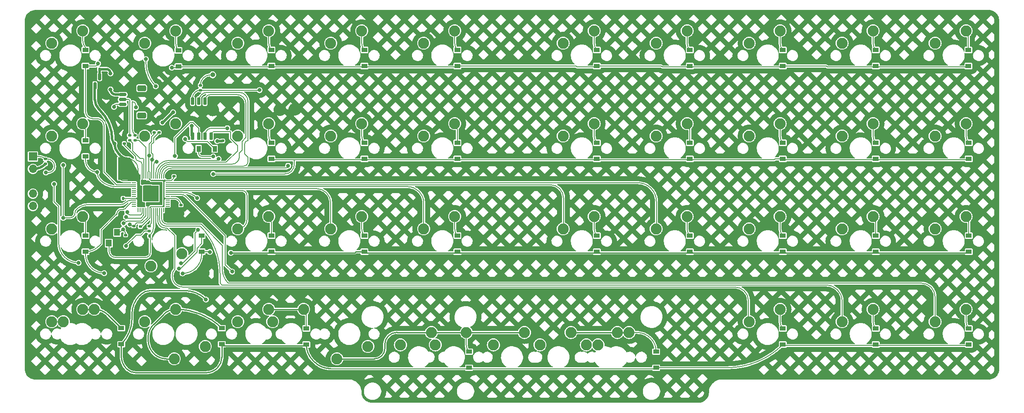
<source format=gbr>
%TF.GenerationSoftware,KiCad,Pcbnew,(7.0.0-0)*%
%TF.CreationDate,2023-07-17T12:18:46-04:00*%
%TF.ProjectId,cutiepie2040_ortho,63757469-6570-4696-9532-3034305f6f72,rev?*%
%TF.SameCoordinates,Original*%
%TF.FileFunction,Copper,L2,Bot*%
%TF.FilePolarity,Positive*%
%FSLAX46Y46*%
G04 Gerber Fmt 4.6, Leading zero omitted, Abs format (unit mm)*
G04 Created by KiCad (PCBNEW (7.0.0-0)) date 2023-07-17 12:18:46*
%MOMM*%
%LPD*%
G01*
G04 APERTURE LIST*
G04 Aperture macros list*
%AMRoundRect*
0 Rectangle with rounded corners*
0 $1 Rounding radius*
0 $2 $3 $4 $5 $6 $7 $8 $9 X,Y pos of 4 corners*
0 Add a 4 corners polygon primitive as box body*
4,1,4,$2,$3,$4,$5,$6,$7,$8,$9,$2,$3,0*
0 Add four circle primitives for the rounded corners*
1,1,$1+$1,$2,$3*
1,1,$1+$1,$4,$5*
1,1,$1+$1,$6,$7*
1,1,$1+$1,$8,$9*
0 Add four rect primitives between the rounded corners*
20,1,$1+$1,$2,$3,$4,$5,0*
20,1,$1+$1,$4,$5,$6,$7,0*
20,1,$1+$1,$6,$7,$8,$9,0*
20,1,$1+$1,$8,$9,$2,$3,0*%
G04 Aperture macros list end*
%TA.AperFunction,ComponentPad*%
%ADD10C,2.250000*%
%TD*%
%TA.AperFunction,SMDPad,CuDef*%
%ADD11RoundRect,0.140000X0.170000X-0.140000X0.170000X0.140000X-0.170000X0.140000X-0.170000X-0.140000X0*%
%TD*%
%TA.AperFunction,SMDPad,CuDef*%
%ADD12R,0.900000X1.200000*%
%TD*%
%TA.AperFunction,SMDPad,CuDef*%
%ADD13R,1.200000X0.900000*%
%TD*%
%TA.AperFunction,SMDPad,CuDef*%
%ADD14RoundRect,0.140000X-0.140000X-0.170000X0.140000X-0.170000X0.140000X0.170000X-0.140000X0.170000X0*%
%TD*%
%TA.AperFunction,SMDPad,CuDef*%
%ADD15RoundRect,0.135000X0.185000X-0.135000X0.185000X0.135000X-0.185000X0.135000X-0.185000X-0.135000X0*%
%TD*%
%TA.AperFunction,SMDPad,CuDef*%
%ADD16RoundRect,0.135000X-0.185000X0.135000X-0.185000X-0.135000X0.185000X-0.135000X0.185000X0.135000X0*%
%TD*%
%TA.AperFunction,ComponentPad*%
%ADD17R,1.000000X1.000000*%
%TD*%
%TA.AperFunction,ComponentPad*%
%ADD18O,1.000000X1.000000*%
%TD*%
%TA.AperFunction,SMDPad,CuDef*%
%ADD19RoundRect,0.140000X0.140000X0.170000X-0.140000X0.170000X-0.140000X-0.170000X0.140000X-0.170000X0*%
%TD*%
%TA.AperFunction,SMDPad,CuDef*%
%ADD20RoundRect,0.140000X-0.170000X0.140000X-0.170000X-0.140000X0.170000X-0.140000X0.170000X0.140000X0*%
%TD*%
%TA.AperFunction,SMDPad,CuDef*%
%ADD21RoundRect,0.150000X0.150000X-0.587500X0.150000X0.587500X-0.150000X0.587500X-0.150000X-0.587500X0*%
%TD*%
%TA.AperFunction,SMDPad,CuDef*%
%ADD22RoundRect,0.150000X-0.150000X0.650000X-0.150000X-0.650000X0.150000X-0.650000X0.150000X0.650000X0*%
%TD*%
%TA.AperFunction,SMDPad,CuDef*%
%ADD23RoundRect,0.050000X0.387500X0.050000X-0.387500X0.050000X-0.387500X-0.050000X0.387500X-0.050000X0*%
%TD*%
%TA.AperFunction,SMDPad,CuDef*%
%ADD24RoundRect,0.050000X0.050000X0.387500X-0.050000X0.387500X-0.050000X-0.387500X0.050000X-0.387500X0*%
%TD*%
%TA.AperFunction,ComponentPad*%
%ADD25C,0.600000*%
%TD*%
%TA.AperFunction,SMDPad,CuDef*%
%ADD26RoundRect,0.144000X1.456000X1.456000X-1.456000X1.456000X-1.456000X-1.456000X1.456000X-1.456000X0*%
%TD*%
%TA.AperFunction,ComponentPad*%
%ADD27R,1.700000X1.700000*%
%TD*%
%TA.AperFunction,ComponentPad*%
%ADD28O,1.700000X1.700000*%
%TD*%
%TA.AperFunction,SMDPad,CuDef*%
%ADD29RoundRect,0.150000X-0.625000X0.150000X-0.625000X-0.150000X0.625000X-0.150000X0.625000X0.150000X0*%
%TD*%
%TA.AperFunction,SMDPad,CuDef*%
%ADD30RoundRect,0.250000X-0.650000X0.350000X-0.650000X-0.350000X0.650000X-0.350000X0.650000X0.350000X0*%
%TD*%
%TA.AperFunction,SMDPad,CuDef*%
%ADD31R,1.200000X1.400000*%
%TD*%
%TA.AperFunction,ViaPad*%
%ADD32C,0.800000*%
%TD*%
%TA.AperFunction,Conductor*%
%ADD33C,0.200000*%
%TD*%
%TA.AperFunction,Conductor*%
%ADD34C,0.250000*%
%TD*%
%TA.AperFunction,Conductor*%
%ADD35C,0.500000*%
%TD*%
G04 APERTURE END LIST*
D10*
%TO.P,MX35,1,COL*%
%TO.N,col9*%
X231640000Y-52760000D03*
%TO.P,MX35,2,ROW*%
%TO.N,Net-(D35-A)*%
X237990000Y-50220000D03*
%TD*%
%TO.P,MX22,1,COL*%
%TO.N,col5*%
X155440000Y-90860000D03*
%TO.P,MX22,2,ROW*%
%TO.N,Net-(D22-A)*%
X161790000Y-88320000D03*
%TD*%
%TO.P,MX18,1,COL*%
%TO.N,col4*%
X126865000Y-90860000D03*
%TO.P,MX18,2,ROW*%
%TO.N,Net-(D18-A)*%
X133215000Y-88320000D03*
%TD*%
%TO.P,MX7,1,COL*%
%TO.N,col1*%
X77335000Y-95940000D03*
%TO.P,MX7,2,ROW*%
%TO.N,Net-(D7-A)*%
X70985000Y-98480000D03*
%TD*%
%TO.P,MX9,1,COL*%
%TO.N,col2*%
X88765000Y-52760000D03*
%TO.P,MX9,2,ROW*%
%TO.N,Net-(D9-A)*%
X95115000Y-50220000D03*
%TD*%
%TO.P,MX4,1,COL*%
%TO.N,col0*%
X50665000Y-109910000D03*
%TO.P,MX4,2,ROW*%
%TO.N,Net-(D4-A)*%
X57015000Y-107370000D03*
%TD*%
%TO.P,MX1,1,COL*%
%TO.N,col0*%
X50665000Y-52760000D03*
%TO.P,MX1,2,ROW*%
%TO.N,Net-(D1-A)*%
X57015000Y-50220000D03*
%TD*%
%TO.P,MX17,1,COL*%
%TO.N,col4*%
X126865000Y-71810000D03*
%TO.P,MX17,2,ROW*%
%TO.N,Net-(D17-A)*%
X133215000Y-69270000D03*
%TD*%
%TO.P,MX2,1,COL*%
%TO.N,col0*%
X50665000Y-71810000D03*
%TO.P,MX2,2,ROW*%
%TO.N,Net-(D2-A)*%
X57015000Y-69270000D03*
%TD*%
%TO.P,MX11,1,COL*%
%TO.N,col2*%
X88765000Y-90860000D03*
%TO.P,MX11,2,ROW*%
%TO.N,Net-(D11-A)*%
X95115000Y-88320000D03*
%TD*%
%TO.P,MX23,1,COL*%
%TO.N,col5*%
X150677500Y-114672500D03*
%TO.P,MX23,2,ROW*%
%TO.N,Net-(D23-A)*%
X157027500Y-112132500D03*
%TD*%
%TO.P,MX10,1,COL*%
%TO.N,col2*%
X88765000Y-71810000D03*
%TO.P,MX10,2,ROW*%
%TO.N,Net-(D10-A)*%
X95115000Y-69270000D03*
%TD*%
%TO.P,MX30,1,COL*%
%TO.N,col7*%
X193540000Y-109910000D03*
%TO.P,MX30,2,ROW*%
%TO.N,Net-(D30-A)*%
X199890000Y-107370000D03*
%TD*%
%TO.P,MX12,1,COL*%
%TO.N,col2*%
X95908750Y-109910000D03*
%TO.P,MX12,2,ROW*%
%TO.N,Net-(D12-A)*%
X102258750Y-107370000D03*
%TD*%
%TO.P,MX23,1,COL*%
%TO.N,col5*%
X160202500Y-114672500D03*
%TO.P,MX23,2,ROW*%
%TO.N,Net-(D23-A)*%
X166552500Y-112132500D03*
%TD*%
%TO.P,MX19,1,COL*%
%TO.N,col4*%
X115435000Y-114990000D03*
%TO.P,MX19,2,ROW*%
%TO.N,Net-(D19-A)*%
X109085000Y-117530000D03*
%TD*%
%TO.P,MX4,1,COL*%
%TO.N,col0*%
X53046250Y-109910000D03*
%TO.P,MX4,2,ROW*%
%TO.N,Net-(D4-A)*%
X59396250Y-107370000D03*
%TD*%
%TO.P,MX33,1,COL*%
%TO.N,col8*%
X212590000Y-90860000D03*
%TO.P,MX33,2,ROW*%
%TO.N,Net-(D33-A)*%
X218940000Y-88320000D03*
%TD*%
%TO.P,MX13,1,COL*%
%TO.N,col3*%
X107815000Y-52760000D03*
%TO.P,MX13,2,ROW*%
%TO.N,Net-(D13-A)*%
X114165000Y-50220000D03*
%TD*%
%TO.P,MX29,1,COL*%
%TO.N,col7*%
X193540000Y-90860000D03*
%TO.P,MX29,2,ROW*%
%TO.N,Net-(D29-A)*%
X199890000Y-88320000D03*
%TD*%
%TO.P,MX15,1,COL*%
%TO.N,col3*%
X107815000Y-90860000D03*
%TO.P,MX15,2,ROW*%
%TO.N,Net-(D15-A)*%
X114165000Y-88320000D03*
%TD*%
%TO.P,MX14,1,COL*%
%TO.N,col3*%
X107815000Y-71810000D03*
%TO.P,MX14,2,ROW*%
%TO.N,Net-(D14-A)*%
X114165000Y-69270000D03*
%TD*%
%TO.P,MX16,1,COL*%
%TO.N,col4*%
X126865000Y-52760000D03*
%TO.P,MX16,2,ROW*%
%TO.N,Net-(D16-A)*%
X133215000Y-50220000D03*
%TD*%
%TO.P,MX5,1,COL*%
%TO.N,col1*%
X69715000Y-52760000D03*
%TO.P,MX5,2,ROW*%
%TO.N,Net-(D5-A)*%
X76065000Y-50220000D03*
%TD*%
%TO.P,MX24,1,COL*%
%TO.N,col6*%
X174490000Y-52760000D03*
%TO.P,MX24,2,ROW*%
%TO.N,Net-(D24-A)*%
X180840000Y-50220000D03*
%TD*%
%TO.P,MX21,1,COL*%
%TO.N,col5*%
X155440000Y-71810000D03*
%TO.P,MX21,2,ROW*%
%TO.N,Net-(D21-A)*%
X161790000Y-69270000D03*
%TD*%
%TO.P,MX32,1,COL*%
%TO.N,col8*%
X212590000Y-71810000D03*
%TO.P,MX32,2,ROW*%
%TO.N,Net-(D32-A)*%
X218940000Y-69270000D03*
%TD*%
%TO.P,MX38,1,COL*%
%TO.N,col9*%
X231640000Y-109910000D03*
%TO.P,MX38,2,ROW*%
%TO.N,Net-(D38-A)*%
X237990000Y-107370000D03*
%TD*%
%TO.P,MX20,1,COL*%
%TO.N,col5*%
X155440000Y-52760000D03*
%TO.P,MX20,2,ROW*%
%TO.N,Net-(D20-A)*%
X161790000Y-50220000D03*
%TD*%
%TO.P,MX8,1,COL*%
%TO.N,col1*%
X82097500Y-114990000D03*
%TO.P,MX8,2,ROW*%
%TO.N,Net-(D8-A)*%
X75747500Y-117530000D03*
%TD*%
%TO.P,MX6,1,COL*%
%TO.N,col1*%
X69715000Y-71810000D03*
%TO.P,MX6,2,ROW*%
%TO.N,Net-(D6-A)*%
X76065000Y-69270000D03*
%TD*%
%TO.P,MX36,1,COL*%
%TO.N,col9*%
X231640000Y-71810000D03*
%TO.P,MX36,2,ROW*%
%TO.N,Net-(D36-A)*%
X237990000Y-69270000D03*
%TD*%
%TO.P,MX37,1,COL*%
%TO.N,col9*%
X231640000Y-90860000D03*
%TO.P,MX37,2,ROW*%
%TO.N,Net-(D37-A)*%
X237990000Y-88320000D03*
%TD*%
%TO.P,MX8,1,COL*%
%TO.N,col1*%
X69715000Y-109910000D03*
%TO.P,MX8,2,ROW*%
%TO.N,Net-(D8-A)*%
X76065000Y-107370000D03*
%TD*%
%TO.P,MX26,1,COL*%
%TO.N,col6*%
X174490000Y-90860000D03*
%TO.P,MX26,2,ROW*%
%TO.N,Net-(D26-A)*%
X180840000Y-88320000D03*
%TD*%
%TO.P,MX19,1,COL*%
%TO.N,col4*%
X141152500Y-114672500D03*
%TO.P,MX19,2,ROW*%
%TO.N,Net-(D19-A)*%
X147502500Y-112132500D03*
%TD*%
%TO.P,MX19,1,COL*%
%TO.N,col4*%
X129246250Y-114672500D03*
%TO.P,MX19,2,ROW*%
%TO.N,Net-(D19-A)*%
X135596250Y-112132500D03*
%TD*%
%TO.P,MX23,1,COL*%
%TO.N,col5*%
X162583750Y-114672500D03*
%TO.P,MX23,2,ROW*%
%TO.N,Net-(D23-A)*%
X168933750Y-112132500D03*
%TD*%
%TO.P,MX12,1,COL*%
%TO.N,col2*%
X88765000Y-109910000D03*
%TO.P,MX12,2,ROW*%
%TO.N,Net-(D12-A)*%
X95115000Y-107370000D03*
%TD*%
%TO.P,MX3,1,COL*%
%TO.N,col0*%
X50665000Y-90860000D03*
%TO.P,MX3,2,ROW*%
%TO.N,Net-(D3-A)*%
X57015000Y-88320000D03*
%TD*%
%TO.P,MX27,1,COL*%
%TO.N,col7*%
X193540000Y-52760000D03*
%TO.P,MX27,2,ROW*%
%TO.N,Net-(D27-A)*%
X199890000Y-50220000D03*
%TD*%
%TO.P,MX28,1,COL*%
%TO.N,col7*%
X193540000Y-71810000D03*
%TO.P,MX28,2,ROW*%
%TO.N,Net-(D28-A)*%
X199890000Y-69270000D03*
%TD*%
%TO.P,MX25,1,COL*%
%TO.N,col6*%
X174490000Y-71810000D03*
%TO.P,MX25,2,ROW*%
%TO.N,Net-(D25-A)*%
X180840000Y-69270000D03*
%TD*%
%TO.P,MX34,1,COL*%
%TO.N,col8*%
X212590000Y-109910000D03*
%TO.P,MX34,2,ROW*%
%TO.N,Net-(D34-A)*%
X218940000Y-107370000D03*
%TD*%
%TO.P,MX19,1,COL*%
%TO.N,col4*%
X122102500Y-114672500D03*
%TO.P,MX19,2,ROW*%
%TO.N,Net-(D19-A)*%
X128452500Y-112132500D03*
%TD*%
%TO.P,MX31,1,COL*%
%TO.N,col8*%
X212590000Y-52760000D03*
%TO.P,MX31,2,ROW*%
%TO.N,Net-(D31-A)*%
X218940000Y-50220000D03*
%TD*%
D11*
%TO.P,C_1V-Decoup2,1*%
%TO.N,+1V1*%
X72650000Y-71060000D03*
%TO.P,C_1V-Decoup2,2*%
%TO.N,GND*%
X72650000Y-70100000D03*
%TD*%
D12*
%TO.P,D6,1,K*%
%TO.N,row1*%
X80749999Y-74449999D03*
%TO.P,D6,2,A*%
%TO.N,Net-(D6-A)*%
X84049999Y-74449999D03*
%TD*%
D13*
%TO.P,D14,1,K*%
%TO.N,row1*%
X114724999Y-76499999D03*
%TO.P,D14,2,A*%
%TO.N,Net-(D14-A)*%
X114724999Y-73199999D03*
%TD*%
D14*
%TO.P,C_Crystal1,1*%
%TO.N,GND*%
X69750000Y-92350000D03*
%TO.P,C_Crystal1,2*%
%TO.N,XTAL_IN*%
X70710000Y-92350000D03*
%TD*%
D13*
%TO.P,D37,1,K*%
%TO.N,row2*%
X238549999Y-95549999D03*
%TO.P,D37,2,A*%
%TO.N,Net-(D37-A)*%
X238549999Y-92249999D03*
%TD*%
D15*
%TO.P,R_Crystal1,1*%
%TO.N,Net-(C_Crystal2-Pad2)*%
X70600000Y-91360000D03*
%TO.P,R_Crystal1,2*%
%TO.N,XTAL_OUT*%
X70600000Y-90340000D03*
%TD*%
D13*
%TO.P,D17,1,K*%
%TO.N,row1*%
X133774999Y-76499999D03*
%TO.P,D17,2,A*%
%TO.N,Net-(D17-A)*%
X133774999Y-73199999D03*
%TD*%
D16*
%TO.P,R_Flash1,1*%
%TO.N,Net-(R_Flash1-Pad1)*%
X81100000Y-61390000D03*
%TO.P,R_Flash1,2*%
%TO.N,CS*%
X81100000Y-62410000D03*
%TD*%
D17*
%TO.P,SW1,1,1*%
%TO.N,GND*%
X84899999Y-59249999D03*
D18*
%TO.P,SW1,2,2*%
%TO.N,Net-(R_Flash1-Pad1)*%
X83629999Y-59249999D03*
%TD*%
D13*
%TO.P,D8,1,K*%
%TO.N,row3*%
X85499999Y-114549999D03*
%TO.P,D8,2,A*%
%TO.N,Net-(D8-A)*%
X85499999Y-111249999D03*
%TD*%
%TO.P,D20,1,K*%
%TO.N,row0*%
X162349999Y-57449999D03*
%TO.P,D20,2,A*%
%TO.N,Net-(D20-A)*%
X162349999Y-54149999D03*
%TD*%
%TO.P,D15,1,K*%
%TO.N,row2*%
X114724999Y-95549999D03*
%TO.P,D15,2,A*%
%TO.N,Net-(D15-A)*%
X114724999Y-92249999D03*
%TD*%
%TO.P,D31,1,K*%
%TO.N,row0*%
X219499999Y-57449999D03*
%TO.P,D31,2,A*%
%TO.N,Net-(D31-A)*%
X219499999Y-54149999D03*
%TD*%
D11*
%TO.P,C_3V-Decoup2,1*%
%TO.N,+3V3*%
X66200000Y-76480000D03*
%TO.P,C_3V-Decoup2,2*%
%TO.N,GND*%
X66200000Y-75520000D03*
%TD*%
D13*
%TO.P,D13,1,K*%
%TO.N,row0*%
X114724999Y-57449999D03*
%TO.P,D13,2,A*%
%TO.N,Net-(D13-A)*%
X114724999Y-54149999D03*
%TD*%
%TO.P,D23,1,K*%
%TO.N,row3*%
X174493749Y-119362499D03*
%TO.P,D23,2,A*%
%TO.N,Net-(D23-A)*%
X174493749Y-116062499D03*
%TD*%
D19*
%TO.P,C_3V-Decoup7,1*%
%TO.N,+3V3*%
X64530000Y-78950000D03*
%TO.P,C_3V-Decoup7,2*%
%TO.N,GND*%
X63570000Y-78950000D03*
%TD*%
D13*
%TO.P,D32,1,K*%
%TO.N,row1*%
X219499999Y-76499999D03*
%TO.P,D32,2,A*%
%TO.N,Net-(D32-A)*%
X219499999Y-73199999D03*
%TD*%
%TO.P,D4,1,K*%
%TO.N,row3*%
X64899999Y-114549999D03*
%TO.P,D4,2,A*%
%TO.N,Net-(D4-A)*%
X64899999Y-111249999D03*
%TD*%
D11*
%TO.P,C_3V-Decoup9,1*%
%TO.N,+3V3*%
X75700000Y-80080000D03*
%TO.P,C_3V-Decoup9,2*%
%TO.N,GND*%
X75700000Y-79120000D03*
%TD*%
D19*
%TO.P,C_3V-Decoup4,1*%
%TO.N,+3V3*%
X65280000Y-84600000D03*
%TO.P,C_3V-Decoup4,2*%
%TO.N,GND*%
X64320000Y-84600000D03*
%TD*%
D13*
%TO.P,D26,1,K*%
%TO.N,row2*%
X181399999Y-95549999D03*
%TO.P,D26,2,A*%
%TO.N,Net-(D26-A)*%
X181399999Y-92249999D03*
%TD*%
%TO.P,D28,1,K*%
%TO.N,row1*%
X200449999Y-76499999D03*
%TO.P,D28,2,A*%
%TO.N,Net-(D28-A)*%
X200449999Y-73199999D03*
%TD*%
D16*
%TO.P,R_DATA1,1*%
%TO.N,D+*%
X67700000Y-71650000D03*
%TO.P,R_DATA1,2*%
%TO.N,Net-(U1-USB_DP)*%
X67700000Y-72670000D03*
%TD*%
D20*
%TO.P,C_3V-Decoup8,1*%
%TO.N,+3V3*%
X68800000Y-90390000D03*
%TO.P,C_3V-Decoup8,2*%
%TO.N,GND*%
X68800000Y-91350000D03*
%TD*%
D11*
%TO.P,C_Flash1,1*%
%TO.N,+3V3*%
X85650000Y-72800000D03*
%TO.P,C_Flash1,2*%
%TO.N,GND*%
X85650000Y-71840000D03*
%TD*%
D13*
%TO.P,D10,1,K*%
%TO.N,row1*%
X95674999Y-76499999D03*
%TO.P,D10,2,A*%
%TO.N,Net-(D10-A)*%
X95674999Y-73199999D03*
%TD*%
%TO.P,D35,1,K*%
%TO.N,row0*%
X238468749Y-57449999D03*
%TO.P,D35,2,A*%
%TO.N,Net-(D35-A)*%
X238468749Y-54149999D03*
%TD*%
%TO.P,D38,1,K*%
%TO.N,row3*%
X238549999Y-114599999D03*
%TO.P,D38,2,A*%
%TO.N,Net-(D38-A)*%
X238549999Y-111299999D03*
%TD*%
%TO.P,D19,1,K*%
%TO.N,row3*%
X136156249Y-119362499D03*
%TO.P,D19,2,A*%
%TO.N,Net-(D19-A)*%
X136156249Y-116062499D03*
%TD*%
D21*
%TO.P,U3,1,GND*%
%TO.N,GND*%
X61400000Y-61487500D03*
%TO.P,U3,2,VO*%
%TO.N,+3V3*%
X59500000Y-61487500D03*
%TO.P,U3,3,VI*%
%TO.N,+5V*%
X60450000Y-59612500D03*
%TD*%
D13*
%TO.P,D25,1,K*%
%TO.N,row1*%
X181399999Y-76499999D03*
%TO.P,D25,2,A*%
%TO.N,Net-(D25-A)*%
X181399999Y-73199999D03*
%TD*%
%TO.P,D11,1,K*%
%TO.N,row2*%
X95674999Y-95549999D03*
%TO.P,D11,2,A*%
%TO.N,Net-(D11-A)*%
X95674999Y-92249999D03*
%TD*%
D20*
%TO.P,C_1V-Decoup3,1*%
%TO.N,+1V1*%
X67450000Y-90270000D03*
%TO.P,C_1V-Decoup3,2*%
%TO.N,GND*%
X67450000Y-91230000D03*
%TD*%
D13*
%TO.P,D18,1,K*%
%TO.N,row2*%
X133774999Y-95549999D03*
%TO.P,D18,2,A*%
%TO.N,Net-(D18-A)*%
X133774999Y-92249999D03*
%TD*%
%TO.P,D34,1,K*%
%TO.N,row3*%
X219499999Y-114599999D03*
%TO.P,D34,2,A*%
%TO.N,Net-(D34-A)*%
X219499999Y-111299999D03*
%TD*%
%TO.P,D2,1,K*%
%TO.N,row1*%
X57574999Y-75999999D03*
%TO.P,D2,2,A*%
%TO.N,Net-(D2-A)*%
X57574999Y-72699999D03*
%TD*%
%TO.P,D3,1,K*%
%TO.N,row2*%
X57574999Y-95549999D03*
%TO.P,D3,2,A*%
%TO.N,Net-(D3-A)*%
X57574999Y-92249999D03*
%TD*%
%TO.P,D29,1,K*%
%TO.N,row2*%
X200449999Y-95549999D03*
%TO.P,D29,2,A*%
%TO.N,Net-(D29-A)*%
X200449999Y-92249999D03*
%TD*%
%TO.P,D16,1,K*%
%TO.N,row0*%
X133774999Y-57449999D03*
%TO.P,D16,2,A*%
%TO.N,Net-(D16-A)*%
X133774999Y-54149999D03*
%TD*%
D20*
%TO.P,C_3V-Decoup6,1*%
%TO.N,+3V3*%
X77100000Y-85970000D03*
%TO.P,C_3V-Decoup6,2*%
%TO.N,GND*%
X77100000Y-86930000D03*
%TD*%
D13*
%TO.P,D30,1,K*%
%TO.N,row3*%
X200449999Y-114599999D03*
%TO.P,D30,2,A*%
%TO.N,Net-(D30-A)*%
X200449999Y-111299999D03*
%TD*%
%TO.P,D1,1,K*%
%TO.N,row0*%
X57574999Y-57449999D03*
%TO.P,D1,2,A*%
%TO.N,Net-(D1-A)*%
X57574999Y-54149999D03*
%TD*%
D19*
%TO.P,C_3V-Decoup1,1*%
%TO.N,+3V3*%
X59480000Y-64250000D03*
%TO.P,C_3V-Decoup1,2*%
%TO.N,GND*%
X58520000Y-64250000D03*
%TD*%
%TO.P,C_LD1,1*%
%TO.N,+5V*%
X60430000Y-58100000D03*
%TO.P,C_LD1,2*%
%TO.N,GND*%
X59470000Y-58100000D03*
%TD*%
D15*
%TO.P,R_RST1,1*%
%TO.N,+3V3*%
X49350000Y-77560000D03*
%TO.P,R_RST1,2*%
%TO.N,RESET*%
X49350000Y-76540000D03*
%TD*%
D22*
%TO.P,U2,8,VCC*%
%TO.N,+3V3*%
X79495000Y-71850000D03*
%TO.P,U2,7,IO3*%
%TO.N,SD3*%
X80765000Y-71850000D03*
%TO.P,U2,6,CLK*%
%TO.N,QSPI_CLK*%
X82035000Y-71850000D03*
%TO.P,U2,5,DI(IO0)*%
%TO.N,SD0*%
X83305000Y-71850000D03*
%TO.P,U2,4,GND*%
%TO.N,GND*%
X83305000Y-64650000D03*
%TO.P,U2,3,IO2*%
%TO.N,SD2*%
X82035000Y-64650000D03*
%TO.P,U2,2,DO(IO1)*%
%TO.N,SD1*%
X80765000Y-64650000D03*
%TO.P,U2,1,~{CS}*%
%TO.N,CS*%
X79495000Y-64650000D03*
%TD*%
D13*
%TO.P,D33,1,K*%
%TO.N,row2*%
X219499999Y-95549999D03*
%TO.P,D33,2,A*%
%TO.N,Net-(D33-A)*%
X219499999Y-92249999D03*
%TD*%
%TO.P,D36,1,K*%
%TO.N,row1*%
X238549999Y-76499999D03*
%TO.P,D36,2,A*%
%TO.N,Net-(D36-A)*%
X238549999Y-73199999D03*
%TD*%
%TO.P,D7,1,K*%
%TO.N,row2*%
X81374999Y-95549999D03*
%TO.P,D7,2,A*%
%TO.N,Net-(D7-A)*%
X81374999Y-92249999D03*
%TD*%
%TO.P,D12,1,K*%
%TO.N,row3*%
X102818749Y-114599999D03*
%TO.P,D12,2,A*%
%TO.N,Net-(D12-A)*%
X102818749Y-111299999D03*
%TD*%
D11*
%TO.P,C_1V-Decoup1,1*%
%TO.N,+1V1*%
X65500000Y-73370000D03*
%TO.P,C_1V-Decoup1,2*%
%TO.N,GND*%
X65500000Y-72410000D03*
%TD*%
%TO.P,C_3V-Decoup3,1*%
%TO.N,+3V3*%
X71650000Y-71060000D03*
%TO.P,C_3V-Decoup3,2*%
%TO.N,GND*%
X71650000Y-70100000D03*
%TD*%
D13*
%TO.P,D22,1,K*%
%TO.N,row2*%
X162349999Y-95549999D03*
%TO.P,D22,2,A*%
%TO.N,Net-(D22-A)*%
X162349999Y-92249999D03*
%TD*%
D23*
%TO.P,U1,1,IOVDD*%
%TO.N,+3V3*%
X74387500Y-81000000D03*
%TO.P,U1,2,GPIO0*%
%TO.N,col6*%
X74387500Y-81400000D03*
%TO.P,U1,3,GPIO1*%
%TO.N,col5*%
X74387500Y-81800000D03*
%TO.P,U1,4,GPIO2*%
%TO.N,col4*%
X74387500Y-82200000D03*
%TO.P,U1,5,GPIO3*%
%TO.N,col3*%
X74387500Y-82600000D03*
%TO.P,U1,6,GPIO4*%
%TO.N,col2*%
X74387500Y-83000000D03*
%TO.P,U1,7,GPIO5*%
%TO.N,col1*%
X74387500Y-83400000D03*
%TO.P,U1,8,GPIO6*%
%TO.N,row3*%
X74387500Y-83800000D03*
%TO.P,U1,9,GPIO7*%
%TO.N,unconnected-(U1-GPIO7-Pad9)*%
X74387500Y-84200000D03*
%TO.P,U1,10,IOVDD*%
%TO.N,+3V3*%
X74387500Y-84600000D03*
%TO.P,U1,11,GPIO8*%
%TO.N,unconnected-(U1-GPIO8-Pad11)*%
X74387500Y-85000000D03*
%TO.P,U1,12,GPIO9*%
%TO.N,unconnected-(U1-GPIO9-Pad12)*%
X74387500Y-85400000D03*
%TO.P,U1,13,GPIO10*%
%TO.N,unconnected-(U1-GPIO10-Pad13)*%
X74387500Y-85800000D03*
%TO.P,U1,14,GPIO11*%
%TO.N,unconnected-(U1-GPIO11-Pad14)*%
X74387500Y-86200000D03*
D24*
%TO.P,U1,15,GPIO12*%
%TO.N,unconnected-(U1-GPIO12-Pad15)*%
X73550000Y-87037500D03*
%TO.P,U1,16,GPIO13*%
%TO.N,col9*%
X73150000Y-87037500D03*
%TO.P,U1,17,GPIO14*%
%TO.N,col8*%
X72750000Y-87037500D03*
%TO.P,U1,18,GPIO15*%
%TO.N,col7*%
X72350000Y-87037500D03*
%TO.P,U1,19,TESTEN*%
%TO.N,GND*%
X71950000Y-87037500D03*
%TO.P,U1,20,XIN*%
%TO.N,XTAL_IN*%
X71550000Y-87037500D03*
%TO.P,U1,21,XOUT*%
%TO.N,XTAL_OUT*%
X71150000Y-87037500D03*
%TO.P,U1,22,IOVDD*%
%TO.N,+3V3*%
X70750000Y-87037500D03*
%TO.P,U1,23,DVDD*%
%TO.N,+1V1*%
X70350000Y-87037500D03*
%TO.P,U1,24,SWCLK*%
%TO.N,SWCLK*%
X69950000Y-87037500D03*
%TO.P,U1,25,SWD*%
%TO.N,SWDIO*%
X69550000Y-87037500D03*
%TO.P,U1,26,RUN*%
%TO.N,RESET*%
X69150000Y-87037500D03*
%TO.P,U1,27,GPIO16*%
%TO.N,unconnected-(U1-GPIO16-Pad27)*%
X68750000Y-87037500D03*
%TO.P,U1,28,GPIO17*%
%TO.N,unconnected-(U1-GPIO17-Pad28)*%
X68350000Y-87037500D03*
D23*
%TO.P,U1,29,GPIO18*%
%TO.N,unconnected-(U1-GPIO18-Pad29)*%
X67512500Y-86200000D03*
%TO.P,U1,30,GPIO19*%
%TO.N,unconnected-(U1-GPIO19-Pad30)*%
X67512500Y-85800000D03*
%TO.P,U1,31,GPIO20*%
%TO.N,row2*%
X67512500Y-85400000D03*
%TO.P,U1,32,GPIO21*%
%TO.N,col0*%
X67512500Y-85000000D03*
%TO.P,U1,33,IOVDD*%
%TO.N,+3V3*%
X67512500Y-84600000D03*
%TO.P,U1,34,GPIO22*%
%TO.N,unconnected-(U1-GPIO22-Pad34)*%
X67512500Y-84200000D03*
%TO.P,U1,35,GPIO23*%
%TO.N,unconnected-(U1-GPIO23-Pad35)*%
X67512500Y-83800000D03*
%TO.P,U1,36,GPIO24*%
%TO.N,unconnected-(U1-GPIO24-Pad36)*%
X67512500Y-83400000D03*
%TO.P,U1,37,GPIO25*%
%TO.N,unconnected-(U1-GPIO25-Pad37)*%
X67512500Y-83000000D03*
%TO.P,U1,38,GPIO26_ADC0*%
%TO.N,unconnected-(U1-GPIO26_ADC0-Pad38)*%
X67512500Y-82600000D03*
%TO.P,U1,39,GPIO27_ADC1*%
%TO.N,row1*%
X67512500Y-82200000D03*
%TO.P,U1,40,GPIO28_ADC2*%
%TO.N,row0*%
X67512500Y-81800000D03*
%TO.P,U1,41,GPIO29_ADC3*%
%TO.N,unconnected-(U1-GPIO29_ADC3-Pad41)*%
X67512500Y-81400000D03*
%TO.P,U1,42,IOVDD*%
%TO.N,+3V3*%
X67512500Y-81000000D03*
D24*
%TO.P,U1,43,ADC_AVDD*%
X68350000Y-80162500D03*
%TO.P,U1,44,VREG_IN*%
X68750000Y-80162500D03*
%TO.P,U1,45,VREG_VOUT*%
%TO.N,+1V1*%
X69150000Y-80162500D03*
%TO.P,U1,46,USB_DM*%
%TO.N,Net-(U1-USB_DM)*%
X69550000Y-80162500D03*
%TO.P,U1,47,USB_DP*%
%TO.N,Net-(U1-USB_DP)*%
X69950000Y-80162500D03*
%TO.P,U1,48,USB_VDD*%
%TO.N,+3V3*%
X70350000Y-80162500D03*
%TO.P,U1,49,IOVDD*%
X70750000Y-80162500D03*
%TO.P,U1,50,DVDD*%
%TO.N,+1V1*%
X71150000Y-80162500D03*
%TO.P,U1,51,QSPI_SD3*%
%TO.N,SD3*%
X71550000Y-80162500D03*
%TO.P,U1,52,QSPI_SCLK*%
%TO.N,QSPI_CLK*%
X71950000Y-80162500D03*
%TO.P,U1,53,QSPI_SD0*%
%TO.N,SD0*%
X72350000Y-80162500D03*
%TO.P,U1,54,QSPI_SD2*%
%TO.N,SD2*%
X72750000Y-80162500D03*
%TO.P,U1,55,QSPI_SD1*%
%TO.N,SD1*%
X73150000Y-80162500D03*
%TO.P,U1,56,QSPI_SS*%
%TO.N,CS*%
X73550000Y-80162500D03*
D25*
%TO.P,U1,57,GND*%
%TO.N,GND*%
X72225000Y-84875000D03*
X72225000Y-83600000D03*
X72225000Y-82325000D03*
X70950000Y-84875000D03*
X70950000Y-83600000D03*
D26*
X70950000Y-83600000D03*
D25*
X70950000Y-82325000D03*
X69675000Y-84875000D03*
X69675000Y-83600000D03*
X69675000Y-82325000D03*
%TD*%
D27*
%TO.P,J2,1,Pin_1*%
%TO.N,RESET*%
X46799999Y-76024999D03*
D28*
%TO.P,J2,2,Pin_2*%
%TO.N,+3V3*%
X46799999Y-78564999D03*
%TO.P,J2,3,Pin_3*%
%TO.N,GND*%
X46799999Y-81104999D03*
%TO.P,J2,4,Pin_4*%
%TO.N,SWDIO*%
X46799999Y-83644999D03*
%TO.P,J2,5,Pin_5*%
%TO.N,SWCLK*%
X46799999Y-86184999D03*
%TD*%
D13*
%TO.P,D27,1,K*%
%TO.N,row0*%
X200449999Y-57449999D03*
%TO.P,D27,2,A*%
%TO.N,Net-(D27-A)*%
X200449999Y-54149999D03*
%TD*%
D11*
%TO.P,C_Crystal2,1*%
%TO.N,GND*%
X65800000Y-93100000D03*
%TO.P,C_Crystal2,2*%
%TO.N,Net-(C_Crystal2-Pad2)*%
X65800000Y-92140000D03*
%TD*%
D13*
%TO.P,D9,1,K*%
%TO.N,row0*%
X95674999Y-57449999D03*
%TO.P,D9,2,A*%
%TO.N,Net-(D9-A)*%
X95674999Y-54149999D03*
%TD*%
%TO.P,D24,1,K*%
%TO.N,row0*%
X181399999Y-57449999D03*
%TO.P,D24,2,A*%
%TO.N,Net-(D24-A)*%
X181399999Y-54149999D03*
%TD*%
D19*
%TO.P,C_3V-Decoup5,1*%
%TO.N,+3V3*%
X64530000Y-80000000D03*
%TO.P,C_3V-Decoup5,2*%
%TO.N,GND*%
X63570000Y-80000000D03*
%TD*%
D16*
%TO.P,R_DATA2,1*%
%TO.N,D-*%
X66600000Y-71650000D03*
%TO.P,R_DATA2,2*%
%TO.N,Net-(U1-USB_DM)*%
X66600000Y-72670000D03*
%TD*%
D19*
%TO.P,C_LD2,1*%
%TO.N,+3V3*%
X59480000Y-63200000D03*
%TO.P,C_LD2,2*%
%TO.N,GND*%
X58520000Y-63200000D03*
%TD*%
D29*
%TO.P,J1,1,Pin_1*%
%TO.N,+5V*%
X65200000Y-63300000D03*
%TO.P,J1,2,Pin_2*%
%TO.N,D-*%
X65200000Y-64300000D03*
%TO.P,J1,3,Pin_3*%
%TO.N,D+*%
X65200000Y-65300000D03*
%TO.P,J1,4,Pin_4*%
%TO.N,GND*%
X65200000Y-66300000D03*
D30*
%TO.P,J1,MP*%
%TO.N,N/C*%
X69075000Y-62000000D03*
X69075000Y-67600000D03*
%TD*%
D13*
%TO.P,D21,1,K*%
%TO.N,row1*%
X162349999Y-76499999D03*
%TO.P,D21,2,A*%
%TO.N,Net-(D21-A)*%
X162349999Y-73199999D03*
%TD*%
D31*
%TO.P,Y1,1,1*%
%TO.N,Net-(C_Crystal2-Pad2)*%
X64049999Y-91599999D03*
%TO.P,Y1,2,2*%
%TO.N,GND*%
X64049999Y-93799999D03*
%TO.P,Y1,3,3*%
%TO.N,XTAL_IN*%
X62349999Y-93799999D03*
%TO.P,Y1,4,4*%
%TO.N,GND*%
X62349999Y-91599999D03*
%TD*%
D13*
%TO.P,D5,1,K*%
%TO.N,row0*%
X76624999Y-57549999D03*
%TO.P,D5,2,A*%
%TO.N,Net-(D5-A)*%
X76624999Y-54249999D03*
%TD*%
D32*
%TO.N,row1*%
X80650000Y-91100000D03*
%TO.N,GND*%
X78000000Y-68300000D03*
X76950000Y-72300000D03*
X75600000Y-71150000D03*
X100450000Y-66350000D03*
X97400000Y-66400000D03*
X81700000Y-99950000D03*
X79400000Y-91350000D03*
X76300000Y-91300000D03*
%TO.N,+3V3*%
X70649500Y-75850000D03*
%TO.N,SD3*%
X72178611Y-77061346D03*
X75900000Y-75917158D03*
%TO.N,+1V1*%
X71249500Y-76692894D03*
%TO.N,row1*%
X83750000Y-79600000D03*
%TO.N,CS*%
X93200000Y-62400000D03*
X99100000Y-77900000D03*
%TO.N,row3*%
X87600000Y-99650000D03*
%TO.N,Net-(D7-A)*%
X76750000Y-99000000D03*
%TO.N,row2*%
X83050000Y-95600000D03*
X87350000Y-95772900D03*
%TO.N,row3*%
X82250000Y-105350000D03*
%TO.N,col1*%
X80450000Y-84550000D03*
%TO.N,QSPI_CLK*%
X84850000Y-76500500D03*
X86650000Y-70200000D03*
%TO.N,Net-(D6-A)*%
X78000000Y-72400000D03*
%TO.N,+3V3*%
X79300000Y-69750000D03*
%TO.N,row2*%
X61400000Y-99950000D03*
%TO.N,Net-(C_Crystal2-Pad2)*%
X65250000Y-90950000D03*
X65900000Y-94400000D03*
%TO.N,GND*%
X72215920Y-90801794D03*
%TO.N,+1V1*%
X70400000Y-81350000D03*
X66600000Y-89950000D03*
X70350000Y-85800000D03*
%TO.N,GND*%
X61900000Y-63100000D03*
X83650000Y-66450000D03*
X76950000Y-79550000D03*
X64050000Y-96050000D03*
X76500000Y-87700000D03*
X64300000Y-83800000D03*
X62400000Y-78250000D03*
%TO.N,+3V3*%
X84550000Y-72850000D03*
X73300000Y-69050000D03*
X75500000Y-66950000D03*
X63500000Y-73330000D03*
%TO.N,+5V*%
X62700000Y-58950000D03*
X62700000Y-62250000D03*
%TO.N,row0*%
X60150000Y-56950000D03*
X75250000Y-57800000D03*
%TO.N,row1*%
X51150000Y-81650000D03*
X56150000Y-97850000D03*
X83750000Y-76000000D03*
X59956250Y-79225140D03*
X77150000Y-97950000D03*
%TO.N,row2*%
X77450000Y-100000000D03*
%TO.N,D+*%
X63400000Y-65850000D03*
X67900000Y-65950000D03*
%TO.N,RESET*%
X49450000Y-79300000D03*
X66103818Y-87435488D03*
%TO.N,SWDIO*%
X65849500Y-88402094D03*
%TO.N,SWCLK*%
X65355000Y-89745000D03*
%TO.N,col0*%
X53000000Y-88600000D03*
X53000000Y-77800000D03*
%TO.N,col1*%
X69950000Y-56050000D03*
X71950000Y-61600000D03*
%TD*%
D33*
%TO.N,row1*%
X80011181Y-91738819D02*
X80650000Y-91100000D01*
X80011181Y-95388819D02*
X80011181Y-91738819D01*
%TO.N,Net-(D6-A)*%
X82550000Y-72950000D02*
X78800000Y-72950000D01*
X78000000Y-72400000D02*
G75*
G03*
X78550000Y-72950000I550000J0D01*
G01*
X78550000Y-72950000D02*
X78800000Y-72950000D01*
%TO.N,+3V3*%
X70750000Y-80710050D02*
X70750000Y-80700000D01*
X70750000Y-80162500D02*
X70750000Y-80710050D01*
%TO.N,row0*%
X59050000Y-68250000D02*
X59900000Y-68250000D01*
X61400000Y-79236042D02*
X63963958Y-81800000D01*
X57575000Y-57450000D02*
X57575000Y-66775000D01*
X61400000Y-69750000D02*
X61400000Y-79236042D01*
X61400000Y-69750000D02*
G75*
G03*
X59900000Y-68250000I-1500000J0D01*
G01*
X57575000Y-66775000D02*
G75*
G03*
X59050000Y-68250000I1475000J0D01*
G01*
X63963958Y-81800000D02*
X67512500Y-81800000D01*
%TO.N,GND*%
X97400000Y-66400000D02*
X100400000Y-66400000D01*
X100400000Y-66400000D02*
G75*
G03*
X100450000Y-66350000I0J50000D01*
G01*
%TO.N,Net-(D25-A)*%
X181400000Y-73200000D02*
X181400000Y-69830000D01*
%TO.N,row0*%
X181597900Y-57647900D02*
X200252100Y-57647900D01*
%TO.N,row1*%
X77150000Y-97950000D02*
X77450000Y-97950000D01*
X77450000Y-97950000D02*
X80011181Y-95388819D01*
%TO.N,XTAL_IN*%
X69850000Y-96750000D02*
G75*
G03*
X70850000Y-95750000I0J1000000D01*
G01*
X62400000Y-95389950D02*
G75*
G03*
X63760050Y-96750000I1360000J-50D01*
G01*
X69850000Y-96750000D02*
X63760050Y-96750000D01*
X70850000Y-92490000D02*
X70850000Y-95750000D01*
X62400000Y-95389950D02*
X62400000Y-93850000D01*
%TO.N,+3V3*%
X70649500Y-75850000D02*
G75*
G03*
X70550000Y-75949500I0J-99500D01*
G01*
X70550000Y-75949500D02*
X70550000Y-79000000D01*
X70649500Y-73414815D02*
X70649500Y-75850000D01*
D34*
%TO.N,row2*%
X95452100Y-95772900D02*
X87350000Y-95772900D01*
X114725000Y-95550000D02*
X112969875Y-95550000D01*
X112969875Y-95550000D02*
X112746975Y-95772900D01*
X112746975Y-95772900D02*
X95897900Y-95772900D01*
X133552100Y-95772900D02*
X114947900Y-95772900D01*
X162127100Y-95772900D02*
X133997900Y-95772900D01*
D33*
%TO.N,row0*%
X219697900Y-57647900D02*
X238270850Y-57647900D01*
X200450000Y-57450000D02*
X209362500Y-57450000D01*
X209362500Y-57450000D02*
X209560400Y-57647900D01*
X209560400Y-57647900D02*
X219302100Y-57647900D01*
X162350000Y-57450000D02*
X175558636Y-57450000D01*
X175558636Y-57450000D02*
X175756536Y-57647900D01*
X175756536Y-57647900D02*
X181202100Y-57647900D01*
X133775000Y-57450000D02*
X158079568Y-57450000D01*
X158079568Y-57450000D02*
X158277468Y-57647900D01*
X158277468Y-57647900D02*
X162152100Y-57647900D01*
D34*
%TO.N,row2*%
X162349992Y-95550008D02*
G75*
G03*
X162888128Y-95772900I538108J538108D01*
G01*
X181177100Y-95772900D02*
X162888128Y-95772900D01*
X181399992Y-95550008D02*
G75*
G03*
X181938128Y-95772900I538108J538108D01*
G01*
X200227100Y-95772900D02*
X181938128Y-95772900D01*
D33*
%TO.N,SD3*%
X72178611Y-77061400D02*
G75*
G03*
X71550000Y-77689957I-11J-628600D01*
G01*
X71550000Y-80162500D02*
X71550000Y-77689957D01*
%TO.N,+1V1*%
X71150000Y-80162500D02*
X71150000Y-76792394D01*
X71249500Y-76692900D02*
G75*
G03*
X71150000Y-76792394I0J-99500D01*
G01*
X71249500Y-76692900D02*
G75*
G03*
X71349500Y-76592894I0J100000D01*
G01*
X71349500Y-75560050D02*
X71349500Y-76592894D01*
X71049500Y-75260050D02*
X71349500Y-75560050D01*
%TO.N,row1*%
X100350000Y-76697900D02*
X95872900Y-76697900D01*
X114527100Y-76697900D02*
X100350000Y-76697900D01*
X100350000Y-76697900D02*
X100350000Y-77639950D01*
X98389950Y-79600000D02*
G75*
G03*
X100350000Y-77639950I50J1960000D01*
G01*
X98389950Y-79600000D02*
X83750000Y-79600000D01*
%TO.N,CS*%
X93190000Y-62410000D02*
G75*
G03*
X93200000Y-62400000I0J10000D01*
G01*
X81100000Y-62410000D02*
X93190000Y-62410000D01*
X75212102Y-78400000D02*
X98600000Y-78400000D01*
X98600000Y-78400000D02*
G75*
G03*
X99100000Y-77900000I0J500000D01*
G01*
%TO.N,SD2*%
X74919755Y-77600000D02*
X87550000Y-77600000D01*
X90450000Y-65200000D02*
G75*
G03*
X88550000Y-63300000I-1900000J0D01*
G01*
X83218604Y-63300000D02*
G75*
G03*
X82035000Y-64483604I-4J-1183600D01*
G01*
X90450000Y-65200000D02*
X90450000Y-72140255D01*
X89100000Y-75300000D02*
X89100000Y-76050000D01*
X87550000Y-77600000D02*
G75*
G03*
X89100000Y-76050000I0J1550000D01*
G01*
X83218604Y-63300000D02*
X88550000Y-63300000D01*
X90450000Y-72140255D02*
X89645127Y-72945128D01*
X89645127Y-72945128D02*
X89645127Y-74754873D01*
X89645127Y-74754873D02*
X89100000Y-75300000D01*
%TO.N,SD1*%
X90200000Y-73404568D02*
X90200000Y-75500000D01*
X90850000Y-72754600D02*
G75*
G03*
X90200000Y-73404568I0J-650000D01*
G01*
X90850000Y-64679685D02*
X90850000Y-72754568D01*
X90200000Y-75500000D02*
X90858790Y-76158790D01*
X90858790Y-76158790D02*
X90858790Y-77100217D01*
X90850000Y-77108990D02*
G75*
G03*
X90858790Y-77100217I0J8790D01*
G01*
%TO.N,row1*%
X133577100Y-76697900D02*
X114922900Y-76697900D01*
X162152100Y-76697900D02*
X133972900Y-76697900D01*
X181202100Y-76697900D02*
X162547900Y-76697900D01*
X200450000Y-76500000D02*
X198872240Y-76500000D01*
X198872240Y-76500000D02*
X198674340Y-76697900D01*
X198674340Y-76697900D02*
X181597900Y-76697900D01*
X219302100Y-76697900D02*
X200647900Y-76697900D01*
X238352100Y-76697900D02*
X219697900Y-76697900D01*
%TO.N,Net-(D35-A)*%
X238468750Y-50698750D02*
X238468750Y-54150000D01*
%TO.N,col4*%
X74387500Y-82200000D02*
X123550000Y-82200000D01*
X126865000Y-85515000D02*
G75*
G03*
X123550000Y-82200000I-3315000J0D01*
G01*
X126865000Y-90860000D02*
X126865000Y-85515000D01*
%TO.N,col3*%
X74387500Y-82600000D02*
X104850000Y-82600000D01*
X107815000Y-85565000D02*
G75*
G03*
X104850000Y-82600000I-2965000J0D01*
G01*
X107815000Y-90860000D02*
X107815000Y-85565000D01*
%TO.N,row3*%
X86173918Y-98223918D02*
X87600000Y-99650000D01*
X86173918Y-92273918D02*
X86173918Y-98223918D01*
X78050000Y-84150000D02*
X86173918Y-92273918D01*
%TO.N,col2*%
X90650000Y-84000000D02*
G75*
G03*
X89650000Y-83000000I-1000000J0D01*
G01*
X74387500Y-83000000D02*
X89650000Y-83000000D01*
X88765000Y-90860000D02*
G75*
G03*
X90650000Y-88975000I0J1885000D01*
G01*
X90650000Y-84000000D02*
X90650000Y-88975000D01*
%TO.N,row2*%
X63960090Y-87850000D02*
X60784000Y-91026090D01*
X60784000Y-91026090D02*
X60784000Y-93909068D01*
X60784000Y-93909068D02*
X60251860Y-94441208D01*
X57575000Y-95549985D02*
G75*
G03*
X60251860Y-94441208I0J3785685D01*
G01*
%TO.N,Net-(D7-A)*%
X80411181Y-95678769D02*
X77089950Y-99000000D01*
X81375000Y-93900000D02*
X80411181Y-94863819D01*
X77089950Y-99000000D02*
X76750000Y-99000000D01*
X80411181Y-94863819D02*
X80411181Y-95678769D01*
X81375000Y-92250000D02*
X81375000Y-93900000D01*
%TO.N,row2*%
X83050003Y-95599997D02*
G75*
G03*
X82929290Y-95550000I-120703J-120703D01*
G01*
X81375000Y-95550000D02*
X82929290Y-95550000D01*
%TO.N,col9*%
X231650000Y-104850000D02*
G75*
G03*
X228800000Y-102000000I-2850000J0D01*
G01*
X231650000Y-109900000D02*
X231650000Y-104850000D01*
X85599982Y-99102944D02*
G75*
G03*
X86800000Y-102000000I4097118J44D01*
G01*
X228800000Y-102000000D02*
X86800000Y-102000000D01*
X85600000Y-99102944D02*
X85600000Y-94250740D01*
X85600000Y-94250740D02*
X81248164Y-89898904D01*
X81248164Y-89898904D02*
X74300000Y-89898904D01*
%TO.N,col8*%
X85552185Y-102400000D02*
X209300000Y-102400000D01*
X85149991Y-100137927D02*
G75*
G03*
X81074995Y-90299995I-13912891J27D01*
G01*
X74072344Y-90299995D02*
X81074995Y-90299995D01*
X85150000Y-101997815D02*
X85552185Y-102400000D01*
X85150000Y-100137927D02*
X85150000Y-101997815D01*
%TO.N,col7*%
X74300000Y-90700000D02*
X75872900Y-92272900D01*
X75872900Y-92272900D02*
X75872900Y-99146187D01*
X75350000Y-100408579D02*
X75350000Y-100696868D01*
X75872909Y-99146196D02*
G75*
G03*
X75350000Y-100408579I1262391J-1262404D01*
G01*
D34*
%TO.N,row3*%
X82250011Y-105349989D02*
G75*
G03*
X77832663Y-103520279I-4417311J-4417311D01*
G01*
X70923834Y-103520279D02*
X77832663Y-103520279D01*
D33*
%TO.N,col1*%
X80449994Y-84550006D02*
G75*
G03*
X77682023Y-83403466I-2767994J-2767994D01*
G01*
X77600000Y-83403466D02*
X77682023Y-83403466D01*
%TO.N,QSPI_CLK*%
X74719273Y-76800000D02*
G75*
G03*
X71950000Y-79569273I27J-2769300D01*
G01*
X84550500Y-76800000D02*
G75*
G03*
X84850000Y-76500500I0J299500D01*
G01*
X71950000Y-80162500D02*
X71950000Y-79569273D01*
X74719273Y-76800000D02*
X84550500Y-76800000D01*
X83518604Y-70200000D02*
X86650000Y-70200000D01*
X83518604Y-70200000D02*
G75*
G03*
X82035000Y-71683604I-4J-1483600D01*
G01*
%TO.N,SD0*%
X87300000Y-70950000D02*
X83750000Y-70950000D01*
X83750000Y-70950000D02*
G75*
G03*
X83305000Y-71395000I0J-445000D01*
G01*
X74889812Y-77200000D02*
G75*
G03*
X72350000Y-79739812I-12J-2539800D01*
G01*
X88724000Y-74859068D02*
X88724000Y-73784255D01*
X72350000Y-80162500D02*
X72350000Y-79739812D01*
X87300000Y-72360255D02*
X87300000Y-70950000D01*
X74889812Y-77200000D02*
X86383068Y-77200000D01*
X86383068Y-77200000D02*
X88724000Y-74859068D01*
X88724000Y-73784255D02*
X87300000Y-72360255D01*
%TO.N,D+*%
X67900000Y-65500000D02*
G75*
G03*
X67150000Y-64750000I-750000J0D01*
G01*
X67900000Y-65950000D02*
X67900000Y-65500000D01*
X67150008Y-70322183D02*
G75*
G03*
X67700001Y-71649999I1877792J-17D01*
G01*
X67150000Y-64750000D02*
X67150000Y-70322183D01*
%TO.N,D-*%
X66650000Y-64600000D02*
G75*
G03*
X66350000Y-64300000I-300000J0D01*
G01*
X65200000Y-64300000D02*
X66350000Y-64300000D01*
X66650000Y-64600000D02*
X66650000Y-71529290D01*
%TO.N,+1V1*%
X65500000Y-73370000D02*
X65500000Y-73708754D01*
X65500000Y-73708754D02*
X67806275Y-76015029D01*
X67806275Y-76015029D02*
X67806275Y-76300000D01*
%TO.N,Net-(U1-USB_DM)*%
X69550000Y-76700000D02*
G75*
G03*
X69250000Y-76400000I-300000J0D01*
G01*
X69550000Y-80162500D02*
X69550000Y-76700000D01*
X67216000Y-74859068D02*
X67216000Y-73286000D01*
X69250000Y-76400000D02*
X68756932Y-76400000D01*
X68756932Y-76400000D02*
X67216000Y-74859068D01*
X67216000Y-73286000D02*
X66600000Y-72670000D01*
%TO.N,Net-(U1-USB_DP)*%
X69950000Y-80162500D02*
X69950000Y-74116932D01*
X67700000Y-72670000D02*
X68503068Y-72670000D01*
X68503068Y-72670000D02*
X69950000Y-74116932D01*
%TO.N,+3V3*%
X71150000Y-71900000D02*
X71650000Y-71400000D01*
X71650000Y-71400000D02*
X71650000Y-71060000D01*
%TO.N,+1V1*%
X72650000Y-71060000D02*
X71550000Y-72160000D01*
X71550000Y-72160000D02*
X71550000Y-73080001D01*
X71550000Y-73080001D02*
X71049500Y-73580501D01*
X71049500Y-73580501D02*
X71049500Y-75260050D01*
%TO.N,+3V3*%
X71150000Y-72914315D02*
X71150000Y-71900000D01*
X70649500Y-73414815D02*
X71150000Y-72914315D01*
%TO.N,Net-(D6-A)*%
X84050000Y-74450000D02*
X82550000Y-72950000D01*
%TO.N,GND*%
X83305000Y-64650000D02*
X83305000Y-66105000D01*
X83305000Y-66105000D02*
G75*
G03*
X83650000Y-66450000I345000J0D01*
G01*
%TO.N,SD1*%
X90850000Y-64679685D02*
G75*
G03*
X89020315Y-62850000I-1829700J-15D01*
G01*
X82565000Y-62850000D02*
G75*
G03*
X80765000Y-64650000I0J-1800000D01*
G01*
X89020315Y-62850000D02*
X82565000Y-62850000D01*
%TO.N,Net-(R_Flash1-Pad1)*%
X83240000Y-59250000D02*
G75*
G03*
X81100000Y-61390000I0J-2140000D01*
G01*
%TO.N,CS*%
X81100000Y-62410000D02*
G75*
G03*
X79495000Y-64015000I0J-1605000D01*
G01*
%TO.N,SD3*%
X75900000Y-72160050D02*
X75900000Y-75917158D01*
X80765000Y-71850000D02*
X80765000Y-70225050D01*
X79589950Y-69050000D02*
X79010050Y-69050000D01*
X80765000Y-70225050D02*
X79589950Y-69050000D01*
X79010050Y-69050000D02*
X75900000Y-72160050D01*
D35*
%TO.N,+3V3*%
X79300000Y-69750000D02*
X79300000Y-71655000D01*
X79300000Y-71655000D02*
G75*
G03*
X79495000Y-71850000I195000J0D01*
G01*
D33*
%TO.N,row1*%
X80750000Y-74450000D02*
X80750000Y-75362500D01*
X80750000Y-75362500D02*
G75*
G03*
X81387500Y-76000000I637500J0D01*
G01*
D35*
%TO.N,+3V3*%
X84550000Y-72850000D02*
X85600000Y-72850000D01*
X85600000Y-72850000D02*
G75*
G03*
X85650000Y-72800000I0J50000D01*
G01*
D33*
%TO.N,row1*%
X51150000Y-85300000D02*
X51150000Y-81650000D01*
X52090000Y-93790000D02*
G75*
G03*
X56150000Y-97850000I4060000J0D01*
G01*
X51150000Y-85300000D02*
X52090000Y-86240000D01*
X52090000Y-86240000D02*
X52090000Y-93790000D01*
X57575000Y-76000000D02*
X57575000Y-76843890D01*
X57575060Y-76843890D02*
G75*
G03*
X59956250Y-79225140I2381240J-10D01*
G01*
%TO.N,row2*%
X57575000Y-96125000D02*
G75*
G03*
X61400000Y-99950000I3825000J0D01*
G01*
X57575000Y-96125000D02*
X57575000Y-95550000D01*
X81375000Y-95550000D02*
X81375000Y-96075000D01*
X77450000Y-100000000D02*
G75*
G03*
X81375000Y-96075000I0J3925000D01*
G01*
%TO.N,+3V3*%
X70750000Y-88650000D02*
X69158493Y-90241507D01*
X70750000Y-87037500D02*
X70750000Y-88650000D01*
%TO.N,XTAL_OUT*%
X70600005Y-90340005D02*
G75*
G03*
X71150000Y-89012183I-1327805J1327805D01*
G01*
X71150000Y-87037500D02*
X71150000Y-89012183D01*
%TO.N,+3V3*%
X68800000Y-90389995D02*
G75*
G03*
X69158493Y-90241507I0J506995D01*
G01*
%TO.N,GND*%
X68800000Y-91350000D02*
X67739705Y-91350000D01*
X67449998Y-91230002D02*
G75*
G03*
X67739705Y-91350000I289702J289702D01*
G01*
%TO.N,Net-(C_Crystal2-Pad2)*%
X65250000Y-90950000D02*
X65347451Y-91047451D01*
X65799999Y-92140000D02*
G75*
G03*
X65347451Y-91047451I-1545099J0D01*
G01*
X70600000Y-91360000D02*
X69722254Y-91360000D01*
X69722254Y-91360000D02*
X68948614Y-92133640D01*
X68948614Y-92133640D02*
X67973292Y-92133640D01*
X67973292Y-92133640D02*
X65900000Y-94206932D01*
X65900000Y-94206932D02*
X65900000Y-94400000D01*
X64050000Y-91600005D02*
G75*
G03*
X64988909Y-91211091I0J1327805D01*
G01*
X65250000Y-90950000D02*
X64988909Y-91211091D01*
%TO.N,GND*%
X71949994Y-90159807D02*
G75*
G03*
X72215921Y-90801793I907906J7D01*
G01*
X71950000Y-87037500D02*
X71950000Y-90159807D01*
X72215920Y-90679070D02*
X72215920Y-90801794D01*
%TO.N,XTAL_IN*%
X70710012Y-92350012D02*
G75*
G03*
X71550000Y-90322061I-2027912J2027912D01*
G01*
X71550000Y-87037500D02*
X71550000Y-90322061D01*
D35*
%TO.N,GND*%
X64050000Y-96050000D02*
X64050000Y-93800000D01*
X62350000Y-91850000D02*
X63873223Y-93373223D01*
X64110051Y-93800020D02*
G75*
G03*
X65799999Y-93099999I-51J2390020D01*
G01*
X67450000Y-91230000D02*
X67450000Y-91634386D01*
X67450000Y-91634386D02*
X65984386Y-93100000D01*
X65984386Y-93100000D02*
X65800000Y-93100000D01*
D33*
%TO.N,+1V1*%
X70350000Y-87037500D02*
X70350000Y-88484314D01*
X69150000Y-80162500D02*
X69150000Y-80850000D01*
X70350000Y-87037500D02*
X70350000Y-85800000D01*
X70350000Y-88484314D02*
X69184314Y-89650000D01*
X68070000Y-89650000D02*
X67450000Y-90270000D01*
X69184314Y-89650000D02*
X68070000Y-89650000D01*
X69150000Y-80162500D02*
X69150000Y-77550000D01*
X66599986Y-89950014D02*
G75*
G03*
X67372548Y-90270000I772514J772514D01*
G01*
X69150000Y-77550000D02*
G75*
G03*
X68600000Y-77000000I-550000J0D01*
G01*
X69150000Y-80850000D02*
G75*
G03*
X69350000Y-81050000I200000J0D01*
G01*
X67800000Y-76200000D02*
G75*
G03*
X68600000Y-77000000I800000J0D01*
G01*
%TO.N,GND*%
X75700000Y-79120000D02*
X76520000Y-79120000D01*
D35*
X63570000Y-80000000D02*
X63570000Y-78950000D01*
X63570000Y-78950000D02*
X63100000Y-78950000D01*
D33*
X64320000Y-84600000D02*
X64320000Y-83848284D01*
D35*
X61400000Y-61487500D02*
X61400000Y-62600000D01*
X61400000Y-62600000D02*
G75*
G03*
X61900000Y-63100000I500000J0D01*
G01*
D33*
X76500000Y-87700000D02*
G75*
G03*
X77100000Y-87100000I0J600000D01*
G01*
X64320006Y-83848284D02*
G75*
G03*
X64300000Y-83800000I-68306J-16D01*
G01*
X76950000Y-79550000D02*
G75*
G03*
X76520000Y-79120000I-430000J0D01*
G01*
D35*
X62400000Y-78250000D02*
G75*
G03*
X63100000Y-78950000I700000J0D01*
G01*
D33*
%TO.N,+3V3*%
X74387500Y-81000000D02*
X74780000Y-81000000D01*
D35*
X64500000Y-75600000D02*
X64800172Y-75900172D01*
D33*
X74387500Y-84600000D02*
X75650000Y-84600000D01*
X70750000Y-86505025D02*
X70955025Y-86300000D01*
D35*
X64398026Y-75498025D02*
X64500000Y-75600000D01*
D33*
X70955025Y-86300000D02*
X71200000Y-86300000D01*
X75650000Y-84600000D02*
X75730000Y-84600000D01*
X70750000Y-80162500D02*
X70750000Y-79200000D01*
X68350000Y-80162500D02*
X68350000Y-80562500D01*
D35*
X63258220Y-73088219D02*
X63500000Y-73330000D01*
D33*
X67512500Y-84600000D02*
X68117158Y-84600000D01*
D35*
X75500000Y-66950000D02*
X73470711Y-68979289D01*
D33*
X68350000Y-80162500D02*
X68350000Y-78630000D01*
X67912500Y-81000000D02*
X67512500Y-81000000D01*
X65280000Y-84600000D02*
X67512500Y-84600000D01*
X74387500Y-84600000D02*
X73941421Y-84600000D01*
X74387500Y-81000000D02*
X73900000Y-81000000D01*
D35*
X60349741Y-66349742D02*
X60550000Y-66550000D01*
X59480000Y-63200000D02*
X59480000Y-61507500D01*
D33*
X70350000Y-80162500D02*
X70350000Y-79200000D01*
D35*
X59480000Y-64250000D02*
X59480000Y-63200000D01*
X64530000Y-78950000D02*
X64530000Y-80000000D01*
D33*
X70750000Y-87037500D02*
X70750000Y-86505025D01*
X65400000Y-81000000D02*
X67512500Y-81000000D01*
D35*
X63499986Y-73330000D02*
G75*
G03*
X64398026Y-75498025I3066014J0D01*
G01*
D33*
X77100000Y-85970000D02*
G75*
G03*
X75730000Y-84600000I-1370000J0D01*
G01*
X70550000Y-79000000D02*
G75*
G03*
X70350000Y-79200000I0J-200000D01*
G01*
D35*
X63049985Y-72585533D02*
G75*
G03*
X60549999Y-66550001I-8535485J33D01*
G01*
D33*
X73941421Y-84600009D02*
G75*
G03*
X73700000Y-84700000I-21J-341391D01*
G01*
D35*
X46923716Y-78565006D02*
G75*
G03*
X49350000Y-77560000I-16J3431306D01*
G01*
D33*
X67912500Y-81000000D02*
G75*
G03*
X68350000Y-80562500I0J437500D01*
G01*
X74780000Y-81000000D02*
G75*
G03*
X75700000Y-80080000I0J920000D01*
G01*
D35*
X64800163Y-75900181D02*
G75*
G03*
X66200000Y-76480000I1399837J1399881D01*
G01*
D33*
X68600013Y-84799987D02*
G75*
G03*
X68117158Y-84600000I-482813J-482813D01*
G01*
X64530000Y-80130000D02*
G75*
G03*
X65400000Y-81000000I870000J0D01*
G01*
D35*
X59480005Y-64250000D02*
G75*
G03*
X60349741Y-66349742I2969495J0D01*
G01*
D33*
X68350000Y-78630000D02*
G75*
G03*
X66200000Y-76480000I-2150000J0D01*
G01*
D35*
X63049976Y-72585533D02*
G75*
G03*
X63258220Y-73088219I710924J33D01*
G01*
D33*
X73900000Y-81000000D02*
G75*
G03*
X73650000Y-81250000I0J-250000D01*
G01*
X70750000Y-79200000D02*
G75*
G03*
X70550000Y-79000000I-200000J0D01*
G01*
D35*
X73300000Y-69050006D02*
G75*
G03*
X73470711Y-68979289I0J241406D01*
G01*
D33*
X67912500Y-81000000D02*
G75*
G03*
X68750000Y-80162500I0J837500D01*
G01*
D35*
%TO.N,+5V*%
X60450000Y-59612500D02*
X60450000Y-58120000D01*
X60430000Y-58100000D02*
X61850000Y-58100000D01*
X63750000Y-63300000D02*
X65200000Y-63300000D01*
X62700000Y-62250000D02*
G75*
G03*
X63750000Y-63300000I1050000J0D01*
G01*
X62700000Y-58950000D02*
G75*
G03*
X61850000Y-58100000I-850000J0D01*
G01*
D33*
%TO.N,row0*%
X57575000Y-57450000D02*
X59650000Y-57450000D01*
X95872900Y-57647900D02*
X114527100Y-57647900D01*
X76722900Y-57647900D02*
X95477100Y-57647900D01*
X114922900Y-57647900D02*
X133577100Y-57647900D01*
X75250000Y-57800000D02*
X76375000Y-57800000D01*
X59650000Y-57450000D02*
G75*
G03*
X60150000Y-56950000I0J500000D01*
G01*
%TO.N,Net-(D1-A)*%
X57015000Y-50220000D02*
X57015000Y-52298041D01*
X57014984Y-52298041D02*
G75*
G03*
X57575001Y-53649999I1912016J41D01*
G01*
%TO.N,row1*%
X81387500Y-76000000D02*
X83750000Y-76000000D01*
X63788477Y-82200000D02*
X67512500Y-82200000D01*
X60650007Y-80899993D02*
G75*
G03*
X63788477Y-82200000I3138493J3138493D01*
G01*
X59956234Y-79225140D02*
G75*
G03*
X60650000Y-80900000I2368666J40D01*
G01*
%TO.N,row2*%
X64712132Y-86900000D02*
X65250000Y-86900000D01*
X65676776Y-86723223D02*
X66000000Y-86400000D01*
X66000000Y-86400000D02*
X66000000Y-86380025D01*
X67024264Y-85400000D02*
X67512500Y-85400000D01*
D34*
X238327100Y-95772900D02*
X220038128Y-95772900D01*
X219277100Y-95772900D02*
X200988128Y-95772900D01*
D33*
X66000000Y-86380025D02*
X66948743Y-85431282D01*
D34*
X200449992Y-95550008D02*
G75*
G03*
X200988128Y-95772900I538108J538108D01*
G01*
D33*
X67024264Y-85399974D02*
G75*
G03*
X66948743Y-85431282I36J-106826D01*
G01*
X64350004Y-87050004D02*
G75*
G03*
X63950000Y-88015685I965696J-965696D01*
G01*
X64712132Y-86900014D02*
G75*
G03*
X64350001Y-87050001I-32J-512086D01*
G01*
X65250000Y-86899985D02*
G75*
G03*
X65676776Y-86723223I0J603585D01*
G01*
D34*
X219499992Y-95550008D02*
G75*
G03*
X220038128Y-95772900I538108J538108D01*
G01*
%TO.N,row3*%
X104175511Y-117875511D02*
X104488474Y-118188474D01*
X67100000Y-109238731D02*
X67100000Y-108300000D01*
D33*
X107800595Y-119560400D02*
X135678478Y-119560400D01*
X136354150Y-119560400D02*
X174295850Y-119560400D01*
X200647900Y-114797900D02*
X219302100Y-114797900D01*
D34*
X85772900Y-114822900D02*
X102280622Y-114822900D01*
X64900000Y-114550000D02*
X64900000Y-116944366D01*
D33*
X188952308Y-119362500D02*
X174493750Y-119362500D01*
D34*
X68655635Y-104544365D02*
X68800000Y-104400000D01*
X85500000Y-117227208D02*
X85500000Y-114550000D01*
D33*
X219697900Y-114797900D02*
X238072228Y-114797900D01*
X74387500Y-83800000D02*
X77205039Y-83800000D01*
D34*
X67931370Y-120400000D02*
X82185787Y-120400000D01*
X102818744Y-114600000D02*
G75*
G03*
X104175511Y-117875511I4632256J0D01*
G01*
X70923834Y-103520294D02*
G75*
G03*
X68800001Y-104400001I-34J-3003506D01*
G01*
X68655629Y-104544359D02*
G75*
G03*
X67100000Y-108300000I3755671J-3755641D01*
G01*
D33*
X78049972Y-84150028D02*
G75*
G03*
X77205039Y-83800000I-844972J-844872D01*
G01*
D34*
X104488486Y-118188462D02*
G75*
G03*
X107800595Y-119560400I3312114J3312062D01*
G01*
D33*
X188952308Y-119362503D02*
G75*
G03*
X200450000Y-114600000I-8J16260203D01*
G01*
D34*
X82185787Y-120399994D02*
G75*
G03*
X84600000Y-119400000I13J3414194D01*
G01*
X64899991Y-114549991D02*
G75*
G03*
X67100000Y-109238731I-5311291J5311291D01*
G01*
X64900015Y-116944366D02*
G75*
G03*
X66000000Y-119600000I3755585J-34D01*
G01*
X84599998Y-119399998D02*
G75*
G03*
X85500000Y-117227208I-2172798J2172798D01*
G01*
X66000009Y-119599991D02*
G75*
G03*
X67931370Y-120400000I1931391J1931391D01*
G01*
X102280622Y-114822923D02*
G75*
G03*
X102818750Y-114600000I-22J761023D01*
G01*
D33*
%TO.N,Net-(D2-A)*%
X57575000Y-72700000D02*
X57575000Y-70621959D01*
X57575016Y-70621959D02*
G75*
G03*
X57014999Y-69270001I-1912016J-41D01*
G01*
%TO.N,Net-(D3-A)*%
X57575000Y-92250000D02*
X57575000Y-88880000D01*
D34*
%TO.N,Net-(D4-A)*%
X62168164Y-108518165D02*
X64900000Y-111250000D01*
X57015000Y-107370000D02*
X59396250Y-107370000D01*
X62168194Y-108518135D02*
G75*
G03*
X59396250Y-107370000I-2771894J-2771965D01*
G01*
D33*
%TO.N,Net-(D5-A)*%
X76065000Y-50220000D02*
X76065000Y-52898041D01*
X76064984Y-52898041D02*
G75*
G03*
X76625001Y-54249999I1912016J41D01*
G01*
D34*
%TO.N,Net-(D8-A)*%
X74086639Y-117530000D02*
X75747500Y-117530000D01*
X73615302Y-108384698D02*
X71531371Y-110468629D01*
X70400000Y-113200000D02*
X70400000Y-113602944D01*
X71599988Y-116500012D02*
G75*
G03*
X74086639Y-117530000I2486612J2486612D01*
G01*
X76065000Y-107370002D02*
G75*
G03*
X73615303Y-108384699I0J-3464398D01*
G01*
X70399982Y-113602944D02*
G75*
G03*
X71600000Y-116500000I4097118J44D01*
G01*
X71531380Y-110468638D02*
G75*
G03*
X70400000Y-113200000I2731320J-2731362D01*
G01*
X85500000Y-111250000D02*
G75*
G03*
X76132852Y-107370000I-9367150J-9367150D01*
G01*
D33*
%TO.N,Net-(D9-A)*%
X95115000Y-50220000D02*
X95115000Y-52798041D01*
X95114984Y-52798041D02*
G75*
G03*
X95675001Y-54149999I1912016J41D01*
G01*
%TO.N,Net-(D10-A)*%
X95115000Y-69270000D02*
X95115000Y-71848041D01*
X95114984Y-71848041D02*
G75*
G03*
X95675001Y-73199999I1912016J41D01*
G01*
%TO.N,Net-(D11-A)*%
X95675000Y-89671959D02*
X95675000Y-92250000D01*
X95675016Y-89671959D02*
G75*
G03*
X95114999Y-88320001I-1912016J-41D01*
G01*
D34*
%TO.N,Net-(D12-A)*%
X95115000Y-107370000D02*
X102258750Y-107370000D01*
D33*
X102818750Y-108721959D02*
X102818750Y-111300000D01*
X102818781Y-108721959D02*
G75*
G03*
X102258750Y-107370000I-1911981J-41D01*
G01*
%TO.N,Net-(D13-A)*%
X114165000Y-50220000D02*
X114165000Y-52798041D01*
X114164984Y-52798041D02*
G75*
G03*
X114725001Y-54149999I1912016J41D01*
G01*
%TO.N,Net-(D14-A)*%
X114165000Y-69270000D02*
X114165000Y-71848041D01*
X114164984Y-71848041D02*
G75*
G03*
X114725001Y-73199999I1912016J41D01*
G01*
%TO.N,Net-(D15-A)*%
X114165000Y-88320000D02*
X114165000Y-90898041D01*
X114164984Y-90898041D02*
G75*
G03*
X114725001Y-92249999I1912016J41D01*
G01*
%TO.N,Net-(D16-A)*%
X133215000Y-50220000D02*
X133215000Y-52798041D01*
X133214984Y-52798041D02*
G75*
G03*
X133775001Y-54149999I1912016J41D01*
G01*
%TO.N,Net-(D17-A)*%
X133775000Y-70621959D02*
X133775000Y-73200000D01*
X133775016Y-70621959D02*
G75*
G03*
X133214999Y-69270001I-1912016J-41D01*
G01*
%TO.N,Net-(D18-A)*%
X133215000Y-88320000D02*
X133215000Y-90898041D01*
X133214984Y-90898041D02*
G75*
G03*
X133775001Y-92249999I1912016J41D01*
G01*
D34*
%TO.N,Net-(D19-A)*%
X121400000Y-112132500D02*
X121400000Y-112100000D01*
X135596250Y-112132500D02*
X128452500Y-112132500D01*
X128452500Y-112132500D02*
X121400000Y-112132500D01*
X109085000Y-117530000D02*
X116770000Y-117530000D01*
D33*
X135596250Y-112132500D02*
X135596250Y-114710541D01*
D34*
X147502500Y-112132500D02*
X135596250Y-112132500D01*
X118900000Y-114600000D02*
X118900000Y-115400000D01*
X121400000Y-112100000D02*
G75*
G03*
X118900000Y-114600000I0J-2500000D01*
G01*
D33*
X135596219Y-114710541D02*
G75*
G03*
X136156250Y-116062500I1911981J41D01*
G01*
D34*
X116770000Y-117530000D02*
G75*
G03*
X118900000Y-115400000I0J2130000D01*
G01*
D33*
%TO.N,Net-(D20-A)*%
X161790000Y-50220000D02*
X161790000Y-52798041D01*
X161789984Y-52798041D02*
G75*
G03*
X162350001Y-54149999I1912016J41D01*
G01*
%TO.N,Net-(D21-A)*%
X161790000Y-69270000D02*
X161790000Y-71848041D01*
X161789984Y-71848041D02*
G75*
G03*
X162350001Y-73199999I1912016J41D01*
G01*
%TO.N,Net-(D22-A)*%
X161790000Y-88320000D02*
X161790000Y-90898041D01*
X161789984Y-90898041D02*
G75*
G03*
X162350001Y-92249999I1912016J41D01*
G01*
D34*
%TO.N,Net-(D23-A)*%
X166552500Y-112132500D02*
X168933750Y-112132500D01*
D33*
X168933750Y-112132500D02*
X170563750Y-112132500D01*
D34*
X157027500Y-112132500D02*
X166552500Y-112132500D01*
D33*
X174493800Y-116062500D02*
G75*
G03*
X170563750Y-112132500I-3930000J0D01*
G01*
%TO.N,Net-(D24-A)*%
X180840000Y-50220000D02*
X180840000Y-52798041D01*
X180839984Y-52798041D02*
G75*
G03*
X181400001Y-54149999I1912016J41D01*
G01*
%TO.N,Net-(D26-A)*%
X180840000Y-88320000D02*
X180840000Y-90898041D01*
X180839984Y-90898041D02*
G75*
G03*
X181400001Y-92249999I1912016J41D01*
G01*
%TO.N,Net-(D27-A)*%
X199890000Y-50220000D02*
X199890000Y-52798041D01*
X199889984Y-52798041D02*
G75*
G03*
X200450001Y-54149999I1912016J41D01*
G01*
%TO.N,Net-(D28-A)*%
X199890000Y-69270000D02*
X199890000Y-71848041D01*
X199889984Y-71848041D02*
G75*
G03*
X200450001Y-73199999I1912016J41D01*
G01*
%TO.N,Net-(D29-A)*%
X199890000Y-88320000D02*
X199890000Y-90898041D01*
X199889984Y-90898041D02*
G75*
G03*
X200450001Y-92249999I1912016J41D01*
G01*
%TO.N,Net-(D30-A)*%
X199890000Y-107370000D02*
X199890000Y-109948041D01*
X199889984Y-109948041D02*
G75*
G03*
X200450001Y-111299999I1912016J41D01*
G01*
%TO.N,D+*%
X63950000Y-65300000D02*
X65200000Y-65300000D01*
X63950000Y-65300000D02*
G75*
G03*
X63400000Y-65850000I0J-550000D01*
G01*
%TO.N,RESET*%
X50000000Y-79300000D02*
X49450000Y-79300000D01*
X68800000Y-88000000D02*
X66668330Y-88000000D01*
X49350000Y-76540000D02*
X49740000Y-76540000D01*
X46800000Y-76025000D02*
X48106681Y-76025000D01*
X69150000Y-87037500D02*
X69150000Y-87650000D01*
X66103800Y-87435488D02*
G75*
G03*
X66668330Y-88000000I564500J-12D01*
G01*
X50000000Y-79300000D02*
G75*
G03*
X51250000Y-78050000I0J1250000D01*
G01*
X51250000Y-78050000D02*
G75*
G03*
X49740000Y-76540000I-1510000J0D01*
G01*
X49350006Y-76539994D02*
G75*
G03*
X48106681Y-76025000I-1243306J-1243306D01*
G01*
X68800000Y-88000000D02*
G75*
G03*
X69150000Y-87650000I0J350000D01*
G01*
%TO.N,SWDIO*%
X68884314Y-88700000D02*
X69550000Y-88034314D01*
X68884314Y-88700000D02*
X66248529Y-88700000D01*
X66248529Y-88700000D02*
X66022128Y-88473599D01*
X69550000Y-87037500D02*
X69550000Y-88034314D01*
X66022123Y-88473604D02*
G75*
G03*
X65849500Y-88402094I-172623J-172596D01*
G01*
%TO.N,SWCLK*%
X69950000Y-87037500D02*
X69950000Y-88200000D01*
X68900000Y-89250000D02*
X66550035Y-89250000D01*
X69950000Y-88200000D02*
X68900000Y-89250000D01*
X66550035Y-89250015D02*
G75*
G03*
X65355000Y-89745000I-35J-1689985D01*
G01*
%TO.N,col0*%
X58114213Y-85900000D02*
X64692894Y-85900000D01*
X53000000Y-77800000D02*
X53000000Y-88600000D01*
X67512500Y-85000000D02*
X66865685Y-85000000D01*
X53000000Y-88600000D02*
X54385373Y-88600000D01*
X53046250Y-109910000D02*
X50665000Y-109910000D01*
X58114213Y-85900006D02*
G75*
G03*
X55700000Y-86900000I-13J-3414194D01*
G01*
X64692894Y-85899997D02*
G75*
G03*
X65900000Y-85400000I6J1707097D01*
G01*
X54385373Y-88600000D02*
G75*
G03*
X55427500Y-87557873I27J1042100D01*
G01*
X66865685Y-84999994D02*
G75*
G03*
X65900000Y-85400000I15J-1365706D01*
G01*
X55700008Y-86900008D02*
G75*
G03*
X55427500Y-87557873I657892J-657892D01*
G01*
%TO.N,col1*%
X74387500Y-83400000D02*
X77489627Y-83400000D01*
X69950000Y-56050000D02*
X69950000Y-56771573D01*
X69950012Y-56771573D02*
G75*
G03*
X71950001Y-61599999I6828388J-27D01*
G01*
%TO.N,col5*%
X74387500Y-81800000D02*
X152800000Y-81800000D01*
X155500000Y-84500000D02*
X155500000Y-90800000D01*
X155500000Y-84500000D02*
G75*
G03*
X152800000Y-81800000I-2700000J0D01*
G01*
%TO.N,col6*%
X174550000Y-85250000D02*
X174550000Y-90800000D01*
X74387500Y-81400000D02*
X170700000Y-81400000D01*
X174550000Y-85250000D02*
G75*
G03*
X170700000Y-81400000I-3850000J0D01*
G01*
%TO.N,col7*%
X72357064Y-88105241D02*
X72357064Y-89144020D01*
X72350000Y-87037500D02*
X72350000Y-88098177D01*
X74300000Y-90700000D02*
X73913044Y-90700000D01*
X77453132Y-102800000D02*
X190550000Y-102800000D01*
X72350000Y-88098177D02*
X72357064Y-88105241D01*
X193400000Y-105650000D02*
X193400000Y-109770000D01*
X193400000Y-105650000D02*
G75*
G03*
X190550000Y-102800000I-2850000J0D01*
G01*
X72357000Y-89144020D02*
G75*
G03*
X73913044Y-90700000I1556000J20D01*
G01*
X75350000Y-100696868D02*
G75*
G03*
X77453132Y-102800000I2103100J-32D01*
G01*
%TO.N,col8*%
X72750000Y-87932491D02*
X72757064Y-87939556D01*
X72757064Y-87939556D02*
X72757064Y-88984688D01*
X212600000Y-105700000D02*
X212600000Y-109900000D01*
X72750000Y-87037500D02*
X72750000Y-87932491D01*
X212600000Y-105700000D02*
G75*
G03*
X209300000Y-102400000I-3300000J0D01*
G01*
X72757105Y-88984688D02*
G75*
G03*
X74072344Y-90299995I1315295J-12D01*
G01*
%TO.N,col9*%
X73157064Y-87773871D02*
X73157064Y-88707421D01*
X73150000Y-87037500D02*
X73150000Y-87766805D01*
X73150000Y-87766805D02*
X73157064Y-87773871D01*
X73157002Y-88707421D02*
G75*
G03*
X74349606Y-89899998I1192598J21D01*
G01*
%TO.N,Net-(D31-A)*%
X218940000Y-50220000D02*
X218940000Y-52798041D01*
X218939984Y-52798041D02*
G75*
G03*
X219500001Y-54149999I1912016J41D01*
G01*
%TO.N,Net-(D32-A)*%
X218940000Y-69270000D02*
X218940000Y-71848041D01*
X218939984Y-71848041D02*
G75*
G03*
X219500001Y-73199999I1912016J41D01*
G01*
%TO.N,CS*%
X75212102Y-78400000D02*
G75*
G03*
X73550000Y-80062102I-2J-1662100D01*
G01*
%TO.N,Net-(D33-A)*%
X219500000Y-89671959D02*
X219500000Y-92250000D01*
X219500016Y-89671959D02*
G75*
G03*
X218939999Y-88320001I-1912016J-41D01*
G01*
%TO.N,Net-(D34-A)*%
X218940000Y-107370000D02*
X218940000Y-109948041D01*
X218939984Y-109948041D02*
G75*
G03*
X219500001Y-111299999I1912016J41D01*
G01*
%TO.N,Net-(D36-A)*%
X237990000Y-69270000D02*
X237990000Y-71848041D01*
X237989984Y-71848041D02*
G75*
G03*
X238550001Y-73199999I1912016J41D01*
G01*
%TO.N,Net-(D37-A)*%
X238550000Y-89671959D02*
X238550000Y-92250000D01*
X238550016Y-89671959D02*
G75*
G03*
X237989999Y-88320001I-1912016J-41D01*
G01*
%TO.N,Net-(D38-A)*%
X237990000Y-107370000D02*
X237990000Y-109948041D01*
X237989984Y-109948041D02*
G75*
G03*
X238550001Y-111299999I1912016J41D01*
G01*
%TO.N,SD2*%
X72750000Y-80162500D02*
X72750000Y-79769755D01*
X74919755Y-77600000D02*
G75*
G03*
X72750000Y-79769755I45J-2169800D01*
G01*
%TO.N,SD1*%
X74962425Y-78000000D02*
X89959007Y-78000000D01*
X73150000Y-80162500D02*
X73150000Y-79812425D01*
X89959007Y-78000000D02*
G75*
G03*
X90850000Y-77109007I-7J891000D01*
G01*
X74962425Y-78000000D02*
G75*
G03*
X73150000Y-79812425I-25J-1812400D01*
G01*
%TD*%
%TA.AperFunction,Conductor*%
%TO.N,GND*%
G36*
X82273745Y-92197096D02*
G01*
X82310484Y-92225097D01*
X82378752Y-92324428D01*
X82652314Y-92722464D01*
X82654424Y-92725713D01*
X83024757Y-93330041D01*
X83026695Y-93333396D01*
X83364914Y-93956320D01*
X83366672Y-93959772D01*
X83671804Y-94599495D01*
X83673380Y-94603034D01*
X83944620Y-95257865D01*
X83946008Y-95261482D01*
X84182611Y-95929630D01*
X84183807Y-95933309D01*
X84382854Y-96605282D01*
X84385117Y-96612922D01*
X84386119Y-96616664D01*
X84551576Y-97305849D01*
X84552382Y-97309639D01*
X84681549Y-98006566D01*
X84682155Y-98010392D01*
X84774669Y-98713118D01*
X84775074Y-98716971D01*
X84830684Y-99423570D01*
X84830887Y-99427439D01*
X84849475Y-100137315D01*
X84849500Y-100139252D01*
X84849500Y-101943269D01*
X84849015Y-101950243D01*
X84847227Y-101955580D01*
X84847543Y-101962424D01*
X84847543Y-101962428D01*
X84849421Y-102003041D01*
X84849500Y-102006458D01*
X84849500Y-102025659D01*
X84850128Y-102029019D01*
X84850444Y-102032428D01*
X84850415Y-102032430D01*
X84851021Y-102037658D01*
X84851905Y-102056774D01*
X84852415Y-102067807D01*
X84855185Y-102074081D01*
X84855186Y-102074084D01*
X84857556Y-102079452D01*
X84862598Y-102095732D01*
X84863677Y-102101505D01*
X84863679Y-102101511D01*
X84864939Y-102108248D01*
X84868549Y-102114078D01*
X84868550Y-102114081D01*
X84880825Y-102133907D01*
X84885601Y-102142968D01*
X84897794Y-102170580D01*
X84902640Y-102175426D01*
X84906792Y-102179578D01*
X84917379Y-102192943D01*
X84924081Y-102203767D01*
X84929550Y-102207897D01*
X84929553Y-102207900D01*
X84948164Y-102221954D01*
X84955896Y-102228682D01*
X85100388Y-102373174D01*
X85120640Y-102411063D01*
X85116429Y-102453819D01*
X85089174Y-102487029D01*
X85048062Y-102499500D01*
X77500726Y-102499500D01*
X77500724Y-102499499D01*
X77500722Y-102499499D01*
X77500714Y-102499499D01*
X77455554Y-102499499D01*
X77450715Y-102499341D01*
X77222670Y-102484397D01*
X77213074Y-102483133D01*
X76991329Y-102439029D01*
X76981978Y-102436524D01*
X76767882Y-102363849D01*
X76758939Y-102360145D01*
X76556157Y-102260146D01*
X76547774Y-102255306D01*
X76359783Y-102129696D01*
X76352103Y-102123803D01*
X76182115Y-101974728D01*
X76175271Y-101967884D01*
X76026196Y-101797896D01*
X76020303Y-101790216D01*
X75894693Y-101602225D01*
X75889853Y-101593842D01*
X75799732Y-101411091D01*
X75789853Y-101391058D01*
X75786150Y-101382117D01*
X75713473Y-101168015D01*
X75710970Y-101158670D01*
X75709511Y-101151336D01*
X75666866Y-100936925D01*
X75665602Y-100927329D01*
X75650658Y-100699284D01*
X75650500Y-100694443D01*
X75650500Y-100684387D01*
X75650501Y-100649278D01*
X75650500Y-100649275D01*
X75650500Y-100411014D01*
X75650658Y-100406173D01*
X75661835Y-100235676D01*
X75662888Y-100219613D01*
X75664152Y-100210018D01*
X75667543Y-100192969D01*
X75700151Y-100029046D01*
X75702655Y-100019701D01*
X75711300Y-99994237D01*
X75761971Y-99844966D01*
X75765675Y-99836026D01*
X75847290Y-99670532D01*
X75852119Y-99662166D01*
X75954648Y-99508724D01*
X75960526Y-99501064D01*
X76074376Y-99371242D01*
X76075257Y-99370256D01*
X76089157Y-99355009D01*
X76091475Y-99352581D01*
X76119039Y-99325020D01*
X76120932Y-99321302D01*
X76156635Y-99295124D01*
X76201751Y-99294533D01*
X76238823Y-99320251D01*
X76280907Y-99375096D01*
X76318131Y-99423608D01*
X76321718Y-99428282D01*
X76447159Y-99524536D01*
X76593238Y-99585044D01*
X76750000Y-99605682D01*
X76849076Y-99592638D01*
X76889269Y-99598599D01*
X76920257Y-99624886D01*
X76932693Y-99663572D01*
X76924397Y-99696717D01*
X76925464Y-99697159D01*
X76866810Y-99838760D01*
X76866808Y-99838765D01*
X76864956Y-99843238D01*
X76864323Y-99848039D01*
X76864323Y-99848043D01*
X76850020Y-99956688D01*
X76844318Y-100000000D01*
X76844951Y-100004808D01*
X76863373Y-100144743D01*
X76864956Y-100156762D01*
X76866809Y-100161236D01*
X76866810Y-100161239D01*
X76923608Y-100298362D01*
X76923610Y-100298366D01*
X76925464Y-100302841D01*
X77021718Y-100428282D01*
X77147159Y-100524536D01*
X77151636Y-100526390D01*
X77151637Y-100526391D01*
X77174053Y-100535676D01*
X77293238Y-100585044D01*
X77450000Y-100605682D01*
X77606762Y-100585044D01*
X77684550Y-100552823D01*
X82842256Y-100552823D01*
X83404660Y-101115227D01*
X83835500Y-100684387D01*
X83835500Y-100151560D01*
X83817877Y-99478579D01*
X83808632Y-99361109D01*
X83404659Y-98957136D01*
X82897070Y-99464725D01*
X82914098Y-99501241D01*
X82918509Y-99513362D01*
X82973579Y-99718884D01*
X82975819Y-99731588D01*
X82994363Y-99943551D01*
X82994363Y-99956449D01*
X82975819Y-100168412D01*
X82973579Y-100181116D01*
X82918509Y-100386638D01*
X82914098Y-100398759D01*
X82842256Y-100552823D01*
X77684550Y-100552823D01*
X77752841Y-100524536D01*
X77878282Y-100428282D01*
X77974536Y-100302841D01*
X77975523Y-100300457D01*
X77998825Y-100276053D01*
X78031030Y-100264987D01*
X78031010Y-100264843D01*
X78031750Y-100264739D01*
X78031925Y-100264679D01*
X78034403Y-100264450D01*
X78418464Y-100192657D01*
X78794262Y-100085733D01*
X79158592Y-99944591D01*
X79508344Y-99770435D01*
X79840535Y-99564751D01*
X80152331Y-99329293D01*
X80441072Y-99066072D01*
X80704293Y-98777331D01*
X80939751Y-98465535D01*
X81145435Y-98133344D01*
X81319591Y-97783592D01*
X81460733Y-97419262D01*
X81567657Y-97043464D01*
X81639450Y-96659403D01*
X81675500Y-96270357D01*
X81675609Y-96270367D01*
X81686391Y-96235546D01*
X81713298Y-96209853D01*
X81749308Y-96200500D01*
X81991108Y-96200500D01*
X81994748Y-96200500D01*
X82053231Y-96188867D01*
X82119552Y-96144552D01*
X82163867Y-96078231D01*
X82175500Y-96019748D01*
X82175500Y-95924500D01*
X82185414Y-95887500D01*
X82212500Y-95860414D01*
X82249500Y-95850500D01*
X82454339Y-95850500D01*
X82495452Y-95862972D01*
X82521089Y-95894212D01*
X82521183Y-95894159D01*
X82521509Y-95894725D01*
X82522706Y-95896183D01*
X82525464Y-95902841D01*
X82528416Y-95906688D01*
X82528418Y-95906691D01*
X82573815Y-95965853D01*
X82621718Y-96028282D01*
X82747159Y-96124536D01*
X82751636Y-96126390D01*
X82751637Y-96126391D01*
X82780847Y-96138490D01*
X82893238Y-96185044D01*
X83050000Y-96205682D01*
X83206762Y-96185044D01*
X83352841Y-96124536D01*
X83478282Y-96028282D01*
X83574536Y-95902841D01*
X83635044Y-95756762D01*
X83655682Y-95600000D01*
X83635044Y-95443238D01*
X83602651Y-95365034D01*
X83576391Y-95301637D01*
X83576390Y-95301636D01*
X83574536Y-95297159D01*
X83478282Y-95171718D01*
X83472417Y-95167218D01*
X83415279Y-95123374D01*
X83352841Y-95075464D01*
X83348366Y-95073610D01*
X83348362Y-95073608D01*
X83211239Y-95016810D01*
X83211236Y-95016809D01*
X83206762Y-95014956D01*
X83201958Y-95014323D01*
X83201956Y-95014323D01*
X83054808Y-94994951D01*
X83050000Y-94994318D01*
X83045192Y-94994951D01*
X82898043Y-95014323D01*
X82898039Y-95014323D01*
X82893238Y-95014956D01*
X82888765Y-95016808D01*
X82888760Y-95016810D01*
X82751637Y-95073608D01*
X82751629Y-95073612D01*
X82747159Y-95075464D01*
X82743314Y-95078413D01*
X82743311Y-95078416D01*
X82625568Y-95168763D01*
X82625564Y-95168766D01*
X82621718Y-95171718D01*
X82618766Y-95175564D01*
X82618763Y-95175568D01*
X82607912Y-95189710D01*
X82588825Y-95214586D01*
X82584250Y-95220548D01*
X82558272Y-95241868D01*
X82525542Y-95249500D01*
X82249500Y-95249500D01*
X82212500Y-95239586D01*
X82185414Y-95212500D01*
X82175500Y-95175500D01*
X82175500Y-95083892D01*
X82175500Y-95080252D01*
X82163867Y-95021769D01*
X82119552Y-94955448D01*
X82053231Y-94911133D01*
X82046080Y-94909710D01*
X82046079Y-94909710D01*
X81998318Y-94900210D01*
X81998316Y-94900209D01*
X81994748Y-94899500D01*
X81991108Y-94899500D01*
X80979123Y-94899500D01*
X80938011Y-94887029D01*
X80910756Y-94853819D01*
X80906545Y-94811063D01*
X80926797Y-94773174D01*
X81079933Y-94620038D01*
X81548922Y-94151047D01*
X81554185Y-94146468D01*
X81559228Y-94143958D01*
X81591260Y-94108819D01*
X81593579Y-94106390D01*
X81607174Y-94092797D01*
X81609108Y-94089972D01*
X81611295Y-94087340D01*
X81611318Y-94087359D01*
X81614578Y-94083241D01*
X81634916Y-94060933D01*
X81639511Y-94049068D01*
X81647466Y-94033977D01*
X81654657Y-94023481D01*
X81661566Y-93994105D01*
X81664598Y-93984313D01*
X81669035Y-93972860D01*
X81675500Y-93956173D01*
X81675500Y-93943447D01*
X81677466Y-93926504D01*
X81678433Y-93922391D01*
X81680379Y-93914119D01*
X81676209Y-93884233D01*
X81675500Y-93874010D01*
X81675500Y-92974500D01*
X81685414Y-92937500D01*
X81712500Y-92910414D01*
X81749500Y-92900500D01*
X81991108Y-92900500D01*
X81994748Y-92900500D01*
X82053231Y-92888867D01*
X82119552Y-92844552D01*
X82163867Y-92778231D01*
X82175500Y-92719748D01*
X82175500Y-92267012D01*
X82189919Y-92223125D01*
X82227556Y-92196341D01*
X82273745Y-92197096D01*
G37*
%TD.AperFunction*%
%TA.AperFunction,Conductor*%
G36*
X80165390Y-90611654D02*
G01*
X80192682Y-90641766D01*
X80199957Y-90681748D01*
X80185021Y-90719543D01*
X80128416Y-90793311D01*
X80128413Y-90793314D01*
X80125464Y-90797159D01*
X80123612Y-90801629D01*
X80123608Y-90801637D01*
X80066810Y-90938760D01*
X80066808Y-90938765D01*
X80064956Y-90943238D01*
X80064323Y-90948039D01*
X80064323Y-90948043D01*
X80049743Y-91058790D01*
X80044318Y-91100000D01*
X80044951Y-91104808D01*
X80060577Y-91223505D01*
X80057283Y-91256951D01*
X80039536Y-91285490D01*
X79837266Y-91487761D01*
X79831988Y-91492353D01*
X79826953Y-91494861D01*
X79822342Y-91499918D01*
X79822335Y-91499924D01*
X79794930Y-91529985D01*
X79792575Y-91532452D01*
X79781423Y-91543605D01*
X79781418Y-91543609D01*
X79779007Y-91546022D01*
X79777076Y-91548838D01*
X79774891Y-91551471D01*
X79774869Y-91551452D01*
X79771602Y-91555575D01*
X79755883Y-91572818D01*
X79755879Y-91572824D01*
X79751265Y-91577886D01*
X79748788Y-91584276D01*
X79748787Y-91584280D01*
X79746663Y-91589762D01*
X79738718Y-91604834D01*
X79735400Y-91609678D01*
X79735396Y-91609685D01*
X79731525Y-91615338D01*
X79729956Y-91622004D01*
X79729955Y-91622009D01*
X79724615Y-91644714D01*
X79721585Y-91654496D01*
X79710681Y-91682646D01*
X79710681Y-91689504D01*
X79710681Y-91695372D01*
X79708715Y-91712315D01*
X79707372Y-91718023D01*
X79707371Y-91718025D01*
X79705802Y-91724700D01*
X79706749Y-91731489D01*
X79706749Y-91731493D01*
X79709971Y-91754585D01*
X79710681Y-91764809D01*
X79710681Y-92773996D01*
X79696445Y-92817634D01*
X79659213Y-92844482D01*
X79613312Y-92844209D01*
X79576402Y-92816920D01*
X79464549Y-92659844D01*
X79464546Y-92659841D01*
X79462502Y-92656970D01*
X79367053Y-92565959D01*
X79308940Y-92510548D01*
X79308938Y-92510546D01*
X79306387Y-92508114D01*
X79303423Y-92506209D01*
X79303419Y-92506206D01*
X79127885Y-92393398D01*
X79127878Y-92393394D01*
X79124921Y-92391494D01*
X79031478Y-92354085D01*
X78927940Y-92312634D01*
X78927935Y-92312632D01*
X78924664Y-92311323D01*
X78921206Y-92310656D01*
X78921201Y-92310655D01*
X78716312Y-92271166D01*
X78716307Y-92271165D01*
X78712854Y-92270500D01*
X78551191Y-92270500D01*
X78549461Y-92270665D01*
X78549443Y-92270666D01*
X78393775Y-92285531D01*
X78393773Y-92285531D01*
X78390268Y-92285866D01*
X78386890Y-92286857D01*
X78386884Y-92286859D01*
X78186685Y-92345643D01*
X78186680Y-92345644D01*
X78183298Y-92346638D01*
X78180173Y-92348248D01*
X78180163Y-92348253D01*
X77994703Y-92443865D01*
X77994696Y-92443868D01*
X77991568Y-92445482D01*
X77988797Y-92447660D01*
X77988794Y-92447663D01*
X77824778Y-92576646D01*
X77824770Y-92576652D01*
X77822010Y-92578824D01*
X77819704Y-92581484D01*
X77819702Y-92581487D01*
X77683063Y-92739175D01*
X77683055Y-92739185D01*
X77680751Y-92741845D01*
X77678990Y-92744894D01*
X77678985Y-92744902D01*
X77574658Y-92925602D01*
X77574653Y-92925610D01*
X77572897Y-92928654D01*
X77571745Y-92931979D01*
X77571744Y-92931984D01*
X77503499Y-93129166D01*
X77503497Y-93129171D01*
X77502346Y-93132499D01*
X77501844Y-93135984D01*
X77501844Y-93135988D01*
X77473461Y-93333396D01*
X77471647Y-93346012D01*
X77471814Y-93349523D01*
X77471814Y-93349530D01*
X77478752Y-93495169D01*
X77481911Y-93561476D01*
X77482741Y-93564897D01*
X77482742Y-93564904D01*
X77526350Y-93744658D01*
X77532766Y-93771104D01*
X77534229Y-93774308D01*
X77534230Y-93774310D01*
X77611473Y-93943447D01*
X77622375Y-93967319D01*
X77624418Y-93970188D01*
X77624421Y-93970193D01*
X77745450Y-94140155D01*
X77745454Y-94140159D01*
X77747498Y-94143030D01*
X77903613Y-94291886D01*
X77906578Y-94293791D01*
X77906580Y-94293793D01*
X78082114Y-94406601D01*
X78082117Y-94406602D01*
X78085079Y-94408506D01*
X78285336Y-94488677D01*
X78497146Y-94529500D01*
X78657053Y-94529500D01*
X78658809Y-94529500D01*
X78819732Y-94514134D01*
X79026702Y-94453362D01*
X79218432Y-94354518D01*
X79387990Y-94221176D01*
X79529249Y-94058155D01*
X79572595Y-93983076D01*
X79608362Y-93951710D01*
X79655834Y-93948598D01*
X79695389Y-93975029D01*
X79710681Y-94020077D01*
X79710681Y-95233696D01*
X79705048Y-95262015D01*
X79689007Y-95286022D01*
X78773903Y-96201124D01*
X78734427Y-96221674D01*
X78690303Y-96215865D01*
X78657491Y-96185798D01*
X78647859Y-96142351D01*
X78665563Y-95940000D01*
X78645349Y-95708950D01*
X78585320Y-95484921D01*
X78580517Y-95474622D01*
X78539530Y-95386725D01*
X78487301Y-95274719D01*
X78363696Y-95098193D01*
X78356125Y-95087380D01*
X78356124Y-95087378D01*
X78354270Y-95084731D01*
X78190269Y-94920730D01*
X78187622Y-94918876D01*
X78187619Y-94918874D01*
X78002930Y-94789553D01*
X78002928Y-94789552D01*
X78000282Y-94787699D01*
X77971977Y-94774500D01*
X77793010Y-94691046D01*
X77793002Y-94691043D01*
X77790079Y-94689680D01*
X77786959Y-94688844D01*
X77786951Y-94688841D01*
X77569178Y-94630489D01*
X77569176Y-94630488D01*
X77566050Y-94629651D01*
X77562830Y-94629369D01*
X77562823Y-94629368D01*
X77338223Y-94609719D01*
X77335000Y-94609437D01*
X77331777Y-94609719D01*
X77107176Y-94629368D01*
X77107167Y-94629369D01*
X77103950Y-94629651D01*
X77100825Y-94630488D01*
X77100821Y-94630489D01*
X76883048Y-94688841D01*
X76883036Y-94688845D01*
X76879921Y-94689680D01*
X76877000Y-94691041D01*
X76876989Y-94691046D01*
X76672647Y-94786333D01*
X76672641Y-94786336D01*
X76669719Y-94787699D01*
X76667076Y-94789549D01*
X76667070Y-94789553D01*
X76482380Y-94918874D01*
X76482371Y-94918880D01*
X76479731Y-94920730D01*
X76477450Y-94923010D01*
X76477444Y-94923016D01*
X76318016Y-95082444D01*
X76318010Y-95082450D01*
X76315730Y-95084731D01*
X76313880Y-95087371D01*
X76313874Y-95087380D01*
X76308017Y-95095746D01*
X76271186Y-95123374D01*
X76225147Y-95123876D01*
X76187723Y-95097058D01*
X76173400Y-95053301D01*
X76173400Y-92327454D01*
X76173884Y-92320474D01*
X76175674Y-92315136D01*
X76173478Y-92267653D01*
X76173400Y-92264237D01*
X76173400Y-92248474D01*
X76173400Y-92245056D01*
X76172772Y-92241697D01*
X76172456Y-92238286D01*
X76172485Y-92238283D01*
X76171880Y-92233067D01*
X76170486Y-92202909D01*
X76165342Y-92191261D01*
X76160297Y-92174967D01*
X76157961Y-92162467D01*
X76142075Y-92136811D01*
X76137300Y-92127754D01*
X76125106Y-92100135D01*
X76116107Y-92091136D01*
X76105516Y-92077765D01*
X76103057Y-92073794D01*
X76098819Y-92066948D01*
X76074737Y-92048762D01*
X76067006Y-92042035D01*
X74751792Y-90726821D01*
X74731540Y-90688932D01*
X74735751Y-90646176D01*
X74763006Y-90612966D01*
X74804118Y-90600495D01*
X80126313Y-90600495D01*
X80165390Y-90611654D01*
G37*
%TD.AperFunction*%
%TA.AperFunction,Conductor*%
G36*
X77207924Y-84100728D02*
G01*
X77216519Y-84101404D01*
X77339151Y-84111060D01*
X77350602Y-84112874D01*
X77475761Y-84142927D01*
X77486802Y-84146516D01*
X77605707Y-84195774D01*
X77616054Y-84201047D01*
X77725787Y-84268300D01*
X77735177Y-84275122D01*
X77835653Y-84360945D01*
X77839910Y-84364881D01*
X77871154Y-84396130D01*
X77871162Y-84396134D01*
X77871167Y-84396138D01*
X85851744Y-92376715D01*
X85867785Y-92400722D01*
X85873418Y-92429041D01*
X85873418Y-93920534D01*
X85860947Y-93961646D01*
X85827737Y-93988901D01*
X85784981Y-93993112D01*
X85747092Y-93972860D01*
X81499218Y-89724987D01*
X81494631Y-89719716D01*
X81492122Y-89714676D01*
X81457008Y-89682665D01*
X81454536Y-89680305D01*
X81443376Y-89669145D01*
X81440961Y-89666730D01*
X81438142Y-89664798D01*
X81435510Y-89662613D01*
X81435528Y-89662590D01*
X81431403Y-89659322D01*
X81414162Y-89643605D01*
X81414160Y-89643604D01*
X81409097Y-89638988D01*
X81402704Y-89636511D01*
X81397229Y-89634390D01*
X81382143Y-89626439D01*
X81377301Y-89623122D01*
X81377299Y-89623121D01*
X81371645Y-89619248D01*
X81342272Y-89612339D01*
X81332486Y-89609308D01*
X81310732Y-89600881D01*
X81310729Y-89600880D01*
X81304337Y-89598404D01*
X81297481Y-89598404D01*
X81291611Y-89598404D01*
X81274668Y-89596438D01*
X81268959Y-89595095D01*
X81268957Y-89595094D01*
X81262283Y-89593525D01*
X81255493Y-89594472D01*
X81255489Y-89594472D01*
X81232398Y-89597694D01*
X81222174Y-89598404D01*
X74342134Y-89598404D01*
X74334881Y-89598048D01*
X74182819Y-89583072D01*
X74168591Y-89580242D01*
X74015186Y-89533708D01*
X74001784Y-89528156D01*
X73860410Y-89452591D01*
X73848349Y-89444532D01*
X73724435Y-89342841D01*
X73714177Y-89332584D01*
X73612478Y-89208667D01*
X73604418Y-89196605D01*
X73528846Y-89055225D01*
X73523297Y-89041826D01*
X73476760Y-88888425D01*
X73473932Y-88874210D01*
X73457919Y-88711658D01*
X73457564Y-88704405D01*
X73457564Y-88211297D01*
X77684935Y-88211297D01*
X78016506Y-88542868D01*
X79095551Y-87463823D01*
X78434491Y-86802763D01*
X78393759Y-86873312D01*
X78390290Y-86878757D01*
X78375549Y-86899809D01*
X78371619Y-86904931D01*
X78274591Y-87020563D01*
X78270230Y-87025322D01*
X78185322Y-87110230D01*
X78180563Y-87114591D01*
X78064931Y-87211619D01*
X78059809Y-87215549D01*
X78038757Y-87230290D01*
X78033312Y-87233759D01*
X77902579Y-87309239D01*
X77896853Y-87312220D01*
X77788024Y-87362968D01*
X77782815Y-87365159D01*
X77749177Y-87377818D01*
X77773579Y-87468884D01*
X77775819Y-87481588D01*
X77794363Y-87693551D01*
X77794363Y-87706449D01*
X77775819Y-87918412D01*
X77773579Y-87931116D01*
X77718509Y-88136638D01*
X77714098Y-88148759D01*
X77684935Y-88211297D01*
X73457564Y-88211297D01*
X73457564Y-87828417D01*
X73458046Y-87821470D01*
X73459831Y-87816149D01*
X73457641Y-87768649D01*
X73457564Y-87765243D01*
X73457564Y-87749500D01*
X73467478Y-87712500D01*
X73494564Y-87685414D01*
X73531564Y-87675500D01*
X73621034Y-87675500D01*
X73624674Y-87675500D01*
X73697740Y-87660966D01*
X73780601Y-87605601D01*
X73835966Y-87522740D01*
X73850500Y-87449674D01*
X73850500Y-86625326D01*
X73847683Y-86611164D01*
X73849447Y-86575247D01*
X73867933Y-86544404D01*
X73894404Y-86517933D01*
X73925247Y-86499447D01*
X73961164Y-86497683D01*
X73975326Y-86500500D01*
X74796034Y-86500500D01*
X74799674Y-86500500D01*
X74872740Y-86485966D01*
X74955601Y-86430601D01*
X75010966Y-86347740D01*
X75025500Y-86274674D01*
X75025500Y-86125326D01*
X75010966Y-86052260D01*
X75003518Y-86041113D01*
X74991046Y-86000000D01*
X75003518Y-85958887D01*
X75004422Y-85957533D01*
X75010966Y-85947740D01*
X75025500Y-85874674D01*
X75025500Y-85725326D01*
X75010966Y-85652260D01*
X75006917Y-85646200D01*
X75003518Y-85641113D01*
X74991046Y-85600000D01*
X75003518Y-85558887D01*
X75004763Y-85557024D01*
X75010966Y-85547740D01*
X75025500Y-85474674D01*
X75025500Y-85325326D01*
X75010966Y-85252260D01*
X75006917Y-85246200D01*
X75003518Y-85241113D01*
X74991046Y-85200000D01*
X75003518Y-85158887D01*
X75006082Y-85155049D01*
X75010966Y-85147740D01*
X75025500Y-85074674D01*
X75025500Y-84974500D01*
X75035414Y-84937500D01*
X75062500Y-84910414D01*
X75099500Y-84900500D01*
X75593827Y-84900500D01*
X75677844Y-84900500D01*
X75682405Y-84900500D01*
X75726774Y-84900500D01*
X75733223Y-84900782D01*
X75740448Y-84901414D01*
X75909272Y-84916184D01*
X75921964Y-84918422D01*
X76089534Y-84963322D01*
X76101654Y-84967733D01*
X76102904Y-84968316D01*
X76258889Y-85041053D01*
X76270050Y-85047497D01*
X76410990Y-85146184D01*
X76412157Y-85147001D01*
X76422038Y-85155292D01*
X76544707Y-85277961D01*
X76552998Y-85287842D01*
X76565431Y-85305598D01*
X76642921Y-85416266D01*
X76652499Y-85429944D01*
X76658948Y-85441113D01*
X76686821Y-85500888D01*
X76693783Y-85515817D01*
X76699592Y-85559940D01*
X76679043Y-85599416D01*
X76651353Y-85627106D01*
X76651350Y-85627109D01*
X76646776Y-85631684D01*
X76644041Y-85637547D01*
X76644040Y-85637550D01*
X76598420Y-85735382D01*
X76598418Y-85735385D01*
X76596028Y-85740513D01*
X76595289Y-85746119D01*
X76595288Y-85746126D01*
X76589816Y-85787692D01*
X76589815Y-85787705D01*
X76589500Y-85790099D01*
X76589500Y-85792525D01*
X76589500Y-85792526D01*
X76589500Y-86147470D01*
X76589500Y-86147485D01*
X76589501Y-86149900D01*
X76589817Y-86152306D01*
X76589818Y-86152310D01*
X76595131Y-86192677D01*
X76596028Y-86199487D01*
X76598418Y-86204613D01*
X76598419Y-86204615D01*
X76644040Y-86302449D01*
X76646776Y-86308316D01*
X76731684Y-86393224D01*
X76840513Y-86443972D01*
X76890099Y-86450500D01*
X77309900Y-86450499D01*
X77359487Y-86443972D01*
X77468316Y-86393224D01*
X77553224Y-86308316D01*
X77603972Y-86199487D01*
X77610500Y-86149901D01*
X77610499Y-85790100D01*
X77603972Y-85740513D01*
X77553224Y-85631684D01*
X77468316Y-85546776D01*
X77440287Y-85533706D01*
X77359487Y-85496028D01*
X77360138Y-85494630D01*
X77336860Y-85480856D01*
X77318144Y-85449342D01*
X77299172Y-85384729D01*
X77199908Y-85167370D01*
X77070720Y-84966350D01*
X77068994Y-84964358D01*
X77068991Y-84964354D01*
X76915965Y-84787753D01*
X76914239Y-84785761D01*
X76912246Y-84784034D01*
X76735645Y-84631008D01*
X76735639Y-84631003D01*
X76733650Y-84629280D01*
X76716901Y-84618516D01*
X76534848Y-84501517D01*
X76534843Y-84501514D01*
X76532630Y-84500092D01*
X76530236Y-84498999D01*
X76530233Y-84498997D01*
X76317670Y-84401923D01*
X76317663Y-84401920D01*
X76315271Y-84400828D01*
X76305786Y-84398043D01*
X76088538Y-84334253D01*
X76088536Y-84334252D01*
X76085997Y-84333507D01*
X76083389Y-84333132D01*
X76083380Y-84333130D01*
X75852097Y-84299876D01*
X75852087Y-84299875D01*
X75849477Y-84299500D01*
X75846828Y-84299500D01*
X75099500Y-84299500D01*
X75062500Y-84289586D01*
X75035414Y-84262500D01*
X75025500Y-84225500D01*
X75025500Y-84174500D01*
X75035414Y-84137500D01*
X75062500Y-84110414D01*
X75099500Y-84100500D01*
X77202116Y-84100500D01*
X77207924Y-84100728D01*
G37*
%TD.AperFunction*%
%TA.AperFunction,Conductor*%
G36*
X72012500Y-86614914D02*
G01*
X72039586Y-86642000D01*
X72049500Y-86679000D01*
X72049500Y-88043631D01*
X72049015Y-88050605D01*
X72047227Y-88055942D01*
X72047543Y-88062786D01*
X72047543Y-88062790D01*
X72049421Y-88103403D01*
X72049500Y-88106820D01*
X72049500Y-88126021D01*
X72050128Y-88129381D01*
X72050444Y-88132790D01*
X72050415Y-88132792D01*
X72051021Y-88138020D01*
X72051751Y-88153813D01*
X72052415Y-88168169D01*
X72054782Y-88173531D01*
X72056564Y-88188891D01*
X72056564Y-89096426D01*
X72056563Y-89096429D01*
X72056563Y-89096435D01*
X72056563Y-89096436D01*
X72056563Y-89143786D01*
X72056532Y-89144024D01*
X72056500Y-89144024D01*
X72056500Y-89144271D01*
X72056500Y-89144272D01*
X72056501Y-89263278D01*
X72056501Y-89263292D01*
X72056502Y-89265706D01*
X72056817Y-89268101D01*
X72056818Y-89268111D01*
X72087955Y-89504592D01*
X72088271Y-89506989D01*
X72088896Y-89509322D01*
X72088897Y-89509326D01*
X72150633Y-89739717D01*
X72150637Y-89739729D01*
X72151262Y-89742061D01*
X72152185Y-89744289D01*
X72152188Y-89744298D01*
X72243468Y-89964657D01*
X72243473Y-89964668D01*
X72244398Y-89966900D01*
X72245610Y-89969000D01*
X72245614Y-89969007D01*
X72363557Y-90173282D01*
X72366084Y-90177658D01*
X72367559Y-90179581D01*
X72367563Y-90179586D01*
X72510996Y-90366505D01*
X72514239Y-90370730D01*
X72686328Y-90542811D01*
X72771700Y-90608316D01*
X72876765Y-90688932D01*
X72879406Y-90690958D01*
X73090169Y-90812636D01*
X73092394Y-90813557D01*
X73092399Y-90813560D01*
X73196742Y-90856777D01*
X73315011Y-90905762D01*
X73550086Y-90968744D01*
X73791370Y-91000503D01*
X73913052Y-91000500D01*
X74144877Y-91000500D01*
X74173196Y-91006133D01*
X74197203Y-91022174D01*
X74317500Y-91142471D01*
X74338554Y-91185240D01*
X74329157Y-91231975D01*
X74293207Y-91263282D01*
X74245624Y-91266168D01*
X73976233Y-91192375D01*
X73976229Y-91192374D01*
X73973852Y-91191723D01*
X73971415Y-91191395D01*
X73971404Y-91191393D01*
X73677964Y-91151929D01*
X73677954Y-91151928D01*
X73675513Y-91151600D01*
X73449830Y-91151600D01*
X73448614Y-91151681D01*
X73448595Y-91151682D01*
X73227107Y-91166509D01*
X73227102Y-91166509D01*
X73224647Y-91166674D01*
X73222239Y-91167163D01*
X73222227Y-91167165D01*
X72932078Y-91226141D01*
X72932073Y-91226142D01*
X72929654Y-91226634D01*
X72927322Y-91227443D01*
X72927321Y-91227444D01*
X72647618Y-91324567D01*
X72647610Y-91324570D01*
X72645284Y-91325378D01*
X72643088Y-91326487D01*
X72643073Y-91326494D01*
X72378820Y-91460029D01*
X72376614Y-91461144D01*
X72374584Y-91462537D01*
X72374578Y-91462541D01*
X72130472Y-91630109D01*
X72130458Y-91630119D01*
X72128436Y-91631508D01*
X72126606Y-91633162D01*
X72126601Y-91633167D01*
X71907014Y-91831771D01*
X71907004Y-91831780D01*
X71905180Y-91833431D01*
X71903588Y-91835313D01*
X71903585Y-91835317D01*
X71712424Y-92061422D01*
X71712415Y-92061433D01*
X71710829Y-92063310D01*
X71709502Y-92065387D01*
X71709498Y-92065394D01*
X71550182Y-92314958D01*
X71550173Y-92314973D01*
X71548853Y-92317042D01*
X71547816Y-92319275D01*
X71547813Y-92319282D01*
X71423178Y-92587862D01*
X71423172Y-92587875D01*
X71422141Y-92590099D01*
X71421413Y-92592445D01*
X71421411Y-92592451D01*
X71333687Y-92875243D01*
X71333683Y-92875256D01*
X71332954Y-92877609D01*
X71332541Y-92880052D01*
X71332541Y-92880056D01*
X71297469Y-93087980D01*
X71278036Y-93126760D01*
X71240208Y-93147986D01*
X71196983Y-93144366D01*
X71163213Y-93117143D01*
X71150500Y-93075672D01*
X71150500Y-92697674D01*
X71157433Y-92666400D01*
X71162927Y-92654618D01*
X71183972Y-92609487D01*
X71190500Y-92559901D01*
X71190499Y-92286460D01*
X71207296Y-92239516D01*
X71230057Y-92211783D01*
X71403012Y-91952936D01*
X71549762Y-91678382D01*
X71668894Y-91390766D01*
X71759261Y-91092858D01*
X71819992Y-90787527D01*
X71850502Y-90477713D01*
X71850500Y-90322057D01*
X71850500Y-90274462D01*
X71850500Y-87009656D01*
X71850500Y-86679000D01*
X71860414Y-86642000D01*
X71887500Y-86614914D01*
X71924500Y-86605000D01*
X71975500Y-86605000D01*
X72012500Y-86614914D01*
G37*
%TD.AperFunction*%
%TA.AperFunction,Conductor*%
G36*
X72432575Y-82000148D02*
G01*
X72471754Y-82000813D01*
X72508222Y-82011138D01*
X72534794Y-82038165D01*
X72544500Y-82074802D01*
X72544500Y-82096025D01*
X72544503Y-82096253D01*
X72544504Y-82096290D01*
X72544572Y-82100500D01*
X72544609Y-82102730D01*
X72544615Y-82102942D01*
X72544618Y-82103031D01*
X72544721Y-82106162D01*
X72544767Y-82107570D01*
X72544773Y-82107705D01*
X72544777Y-82107794D01*
X72544914Y-82110633D01*
X72544999Y-82114181D01*
X72544999Y-85085892D01*
X72544911Y-85089491D01*
X72544784Y-85092079D01*
X72544778Y-85092211D01*
X72544767Y-85092448D01*
X72544760Y-85092647D01*
X72544756Y-85092756D01*
X72544618Y-85096992D01*
X72544616Y-85097063D01*
X72544609Y-85097287D01*
X72544604Y-85097545D01*
X72544603Y-85097621D01*
X72544513Y-85103167D01*
X72544500Y-85103993D01*
X72544500Y-85104247D01*
X72544500Y-85120500D01*
X72534586Y-85157500D01*
X72507500Y-85184586D01*
X72470500Y-85194500D01*
X72453975Y-85194500D01*
X72453746Y-85194503D01*
X72453709Y-85194504D01*
X72447611Y-85194603D01*
X72447546Y-85194604D01*
X72447270Y-85194609D01*
X72447060Y-85194615D01*
X72446968Y-85194618D01*
X72442693Y-85194758D01*
X72442634Y-85194760D01*
X72442430Y-85194767D01*
X72442255Y-85194775D01*
X72442139Y-85194780D01*
X72439365Y-85194914D01*
X72435820Y-85194999D01*
X70360020Y-85194999D01*
X70359270Y-85194949D01*
X70354799Y-85194949D01*
X70350000Y-85194318D01*
X70345200Y-85194949D01*
X70340738Y-85194949D01*
X70339973Y-85194999D01*
X70026428Y-85194999D01*
X70026412Y-85194999D01*
X70024000Y-85195000D01*
X70021606Y-85195315D01*
X70021593Y-85195316D01*
X69973220Y-85201685D01*
X69973218Y-85201685D01*
X69970813Y-85202002D01*
X69968469Y-85202629D01*
X69968469Y-85202630D01*
X69936145Y-85211291D01*
X69936142Y-85211291D01*
X69933813Y-85211916D01*
X69931588Y-85212837D01*
X69931581Y-85212840D01*
X69888728Y-85230590D01*
X69888721Y-85230593D01*
X69884250Y-85232446D01*
X69882785Y-85233570D01*
X69847247Y-85243090D01*
X69811713Y-85233568D01*
X69810250Y-85232445D01*
X69805770Y-85230589D01*
X69805768Y-85230588D01*
X69762930Y-85212843D01*
X69762920Y-85212839D01*
X69760688Y-85211915D01*
X69758347Y-85211287D01*
X69758339Y-85211285D01*
X69726038Y-85202630D01*
X69726031Y-85202628D01*
X69723689Y-85202001D01*
X69721289Y-85201685D01*
X69721279Y-85201683D01*
X69672908Y-85195316D01*
X69670500Y-85194999D01*
X69668071Y-85194999D01*
X69479589Y-85194999D01*
X69448314Y-85188065D01*
X69424865Y-85177130D01*
X69403814Y-85162390D01*
X69387608Y-85146184D01*
X69372867Y-85125132D01*
X69365947Y-85110293D01*
X69361932Y-85101683D01*
X69355000Y-85070410D01*
X69355000Y-82121952D01*
X69355633Y-82112294D01*
X69356084Y-82108868D01*
X69355198Y-82052962D01*
X69364017Y-82016742D01*
X69389378Y-81989415D01*
X69424840Y-81977922D01*
X69801515Y-81955764D01*
X69807087Y-81955648D01*
X72432575Y-82000148D01*
G37*
%TD.AperFunction*%
%TA.AperFunction,Conductor*%
G36*
X78685932Y-69876653D02*
G01*
X78717299Y-69912420D01*
X78773607Y-70048359D01*
X78775464Y-70052841D01*
X78778416Y-70056688D01*
X78834208Y-70129398D01*
X78849500Y-70174446D01*
X78849500Y-71595691D01*
X78849500Y-71655000D01*
X78849500Y-71727730D01*
X78850423Y-71731775D01*
X78850424Y-71731781D01*
X78880374Y-71862999D01*
X78881868Y-71869544D01*
X78883667Y-71873280D01*
X78883669Y-71873285D01*
X78921804Y-71952472D01*
X78944982Y-72000600D01*
X78947571Y-72003846D01*
X78947572Y-72003848D01*
X78978355Y-72042448D01*
X78994500Y-72088587D01*
X78994500Y-72533260D01*
X78994885Y-72535905D01*
X78994886Y-72535913D01*
X78999100Y-72564831D01*
X78993224Y-72606156D01*
X78965920Y-72637728D01*
X78925873Y-72649500D01*
X78856173Y-72649500D01*
X78655978Y-72649500D01*
X78613533Y-72636117D01*
X78586440Y-72600808D01*
X78584568Y-72557910D01*
X78585044Y-72556762D01*
X78605682Y-72400000D01*
X78585044Y-72243238D01*
X78534204Y-72120500D01*
X78526391Y-72101637D01*
X78526390Y-72101636D01*
X78524536Y-72097159D01*
X78428282Y-71971718D01*
X78302841Y-71875464D01*
X78298366Y-71873610D01*
X78298362Y-71873608D01*
X78161239Y-71816810D01*
X78161236Y-71816809D01*
X78156762Y-71814956D01*
X78151958Y-71814323D01*
X78151956Y-71814323D01*
X78004808Y-71794951D01*
X78000000Y-71794318D01*
X77995192Y-71794951D01*
X77848043Y-71814323D01*
X77848039Y-71814323D01*
X77843238Y-71814956D01*
X77838765Y-71816808D01*
X77838760Y-71816810D01*
X77701637Y-71873608D01*
X77701629Y-71873612D01*
X77697159Y-71875464D01*
X77693314Y-71878413D01*
X77693311Y-71878416D01*
X77575568Y-71968763D01*
X77575564Y-71968766D01*
X77571718Y-71971718D01*
X77568766Y-71975564D01*
X77568763Y-71975568D01*
X77478416Y-72093311D01*
X77478413Y-72093314D01*
X77475464Y-72097159D01*
X77473612Y-72101629D01*
X77473608Y-72101637D01*
X77416810Y-72238760D01*
X77416808Y-72238765D01*
X77414956Y-72243238D01*
X77414323Y-72248039D01*
X77414323Y-72248043D01*
X77402379Y-72338769D01*
X77394318Y-72400000D01*
X77394951Y-72404808D01*
X77414322Y-72551951D01*
X77414956Y-72556762D01*
X77416809Y-72561236D01*
X77416810Y-72561239D01*
X77473608Y-72698362D01*
X77473610Y-72698366D01*
X77475464Y-72702841D01*
X77571718Y-72828282D01*
X77697159Y-72924536D01*
X77843238Y-72985044D01*
X77920847Y-72995261D01*
X77963514Y-73016302D01*
X78007838Y-73060626D01*
X78147137Y-73153703D01*
X78167588Y-73162174D01*
X78173546Y-73164642D01*
X78205886Y-73190624D01*
X78219163Y-73229928D01*
X78209203Y-73270199D01*
X78179136Y-73298783D01*
X77994703Y-73393865D01*
X77994696Y-73393868D01*
X77991568Y-73395482D01*
X77988797Y-73397660D01*
X77988794Y-73397663D01*
X77824778Y-73526646D01*
X77824770Y-73526652D01*
X77822010Y-73528824D01*
X77819704Y-73531484D01*
X77819702Y-73531487D01*
X77683063Y-73689175D01*
X77683055Y-73689185D01*
X77680751Y-73691845D01*
X77678990Y-73694894D01*
X77678985Y-73694902D01*
X77574658Y-73875602D01*
X77574653Y-73875610D01*
X77572897Y-73878654D01*
X77571745Y-73881979D01*
X77571744Y-73881984D01*
X77503499Y-74079166D01*
X77503497Y-74079171D01*
X77502346Y-74082499D01*
X77501844Y-74085984D01*
X77501844Y-74085988D01*
X77477568Y-74254831D01*
X77471647Y-74296012D01*
X77471814Y-74299523D01*
X77471814Y-74299530D01*
X77479863Y-74468483D01*
X77481911Y-74511476D01*
X77482741Y-74514897D01*
X77482742Y-74514904D01*
X77526817Y-74696583D01*
X77532766Y-74721104D01*
X77534229Y-74724308D01*
X77534230Y-74724310D01*
X77600739Y-74869943D01*
X77622375Y-74917319D01*
X77624418Y-74920188D01*
X77624421Y-74920193D01*
X77745450Y-75090155D01*
X77745454Y-75090159D01*
X77747498Y-75093030D01*
X77809009Y-75151681D01*
X77871106Y-75210891D01*
X77903613Y-75241886D01*
X77906578Y-75243791D01*
X77906580Y-75243793D01*
X78082114Y-75356601D01*
X78082117Y-75356602D01*
X78085079Y-75358506D01*
X78285336Y-75438677D01*
X78497146Y-75479500D01*
X78657053Y-75479500D01*
X78658809Y-75479500D01*
X78819732Y-75464134D01*
X79026702Y-75403362D01*
X79218432Y-75304518D01*
X79387990Y-75171176D01*
X79529249Y-75008155D01*
X79637103Y-74821346D01*
X79707654Y-74617501D01*
X79738353Y-74403988D01*
X79728089Y-74188524D01*
X79677234Y-73978896D01*
X79587625Y-73782681D01*
X79585578Y-73779806D01*
X79464549Y-73609844D01*
X79464546Y-73609841D01*
X79462502Y-73606970D01*
X79406309Y-73553390D01*
X79308940Y-73460548D01*
X79308938Y-73460546D01*
X79306387Y-73458114D01*
X79303423Y-73456209D01*
X79303419Y-73456206D01*
X79195346Y-73386753D01*
X79166019Y-73350361D01*
X79164350Y-73303652D01*
X79191006Y-73265260D01*
X79235353Y-73250500D01*
X82394877Y-73250500D01*
X82423196Y-73256133D01*
X82447203Y-73272174D01*
X83377826Y-74202797D01*
X83393867Y-74226804D01*
X83399500Y-74255123D01*
X83399500Y-75069748D01*
X83400209Y-75073316D01*
X83400210Y-75073318D01*
X83404615Y-75095466D01*
X83411133Y-75128231D01*
X83455448Y-75194552D01*
X83521769Y-75238867D01*
X83580252Y-75250500D01*
X83583892Y-75250500D01*
X83713384Y-75250500D01*
X83750000Y-75261869D01*
X83786616Y-75250500D01*
X84516108Y-75250500D01*
X84519748Y-75250500D01*
X84578231Y-75238867D01*
X84644552Y-75194552D01*
X84688867Y-75128231D01*
X84700500Y-75069748D01*
X84700500Y-73830252D01*
X84688867Y-73771769D01*
X84644552Y-73705448D01*
X84578231Y-73661133D01*
X84571080Y-73659710D01*
X84571079Y-73659710D01*
X84523318Y-73650210D01*
X84523316Y-73650209D01*
X84519748Y-73649500D01*
X84516108Y-73649500D01*
X83705124Y-73649500D01*
X83676805Y-73643867D01*
X83652798Y-73627826D01*
X83322977Y-73298005D01*
X82991178Y-72966207D01*
X82970452Y-72925685D01*
X82977364Y-72880696D01*
X83009299Y-72848263D01*
X83054172Y-72840655D01*
X83121740Y-72850500D01*
X83485577Y-72850500D01*
X83488260Y-72850500D01*
X83491692Y-72850000D01*
X83944318Y-72850000D01*
X83944951Y-72854808D01*
X83963873Y-72998540D01*
X83964956Y-73006762D01*
X83966809Y-73011236D01*
X83966810Y-73011239D01*
X84023608Y-73148362D01*
X84023610Y-73148366D01*
X84025464Y-73152841D01*
X84121718Y-73278282D01*
X84247159Y-73374536D01*
X84251636Y-73376390D01*
X84251637Y-73376391D01*
X84276653Y-73386753D01*
X84393238Y-73435044D01*
X84550000Y-73455682D01*
X84706762Y-73435044D01*
X84852841Y-73374536D01*
X84929397Y-73315792D01*
X84974446Y-73300500D01*
X85652240Y-73300500D01*
X85656393Y-73300500D01*
X85697709Y-73291069D01*
X85703125Y-73290044D01*
X85734287Y-73285348D01*
X85737975Y-73283571D01*
X85758355Y-73280499D01*
X85857470Y-73280499D01*
X85859900Y-73280499D01*
X85909487Y-73273972D01*
X86018316Y-73223224D01*
X86103224Y-73138316D01*
X86153972Y-73029487D01*
X86160500Y-72979901D01*
X86160499Y-72620100D01*
X86153972Y-72570513D01*
X86103224Y-72461684D01*
X86018316Y-72376776D01*
X85993959Y-72365418D01*
X85914617Y-72328420D01*
X85914616Y-72328419D01*
X85909487Y-72326028D01*
X85903878Y-72325289D01*
X85903873Y-72325288D01*
X85862307Y-72319816D01*
X85862295Y-72319815D01*
X85859901Y-72319500D01*
X85857473Y-72319500D01*
X85442529Y-72319500D01*
X85442513Y-72319500D01*
X85440100Y-72319501D01*
X85437694Y-72319817D01*
X85437689Y-72319818D01*
X85396124Y-72325289D01*
X85396121Y-72325289D01*
X85390513Y-72326028D01*
X85385388Y-72328417D01*
X85385384Y-72328419D01*
X85287550Y-72374040D01*
X85287547Y-72374041D01*
X85281684Y-72376776D01*
X85277107Y-72381352D01*
X85271803Y-72385067D01*
X85271163Y-72384153D01*
X85256627Y-72393867D01*
X85228308Y-72399500D01*
X84974446Y-72399500D01*
X84929398Y-72384208D01*
X84910230Y-72369500D01*
X84852841Y-72325464D01*
X84848366Y-72323610D01*
X84848362Y-72323608D01*
X84711239Y-72266810D01*
X84711236Y-72266809D01*
X84706762Y-72264956D01*
X84701958Y-72264323D01*
X84701956Y-72264323D01*
X84554808Y-72244951D01*
X84550000Y-72244318D01*
X84545192Y-72244951D01*
X84398043Y-72264323D01*
X84398039Y-72264323D01*
X84393238Y-72264956D01*
X84388765Y-72266808D01*
X84388760Y-72266810D01*
X84251637Y-72323608D01*
X84251629Y-72323612D01*
X84247159Y-72325464D01*
X84243314Y-72328413D01*
X84243311Y-72328416D01*
X84125568Y-72418763D01*
X84125564Y-72418766D01*
X84121718Y-72421718D01*
X84118766Y-72425564D01*
X84118763Y-72425568D01*
X84028416Y-72543311D01*
X84028413Y-72543314D01*
X84025464Y-72547159D01*
X84023612Y-72551629D01*
X84023608Y-72551637D01*
X83966810Y-72688760D01*
X83966808Y-72688765D01*
X83964956Y-72693238D01*
X83964323Y-72698039D01*
X83964323Y-72698043D01*
X83950181Y-72805464D01*
X83944318Y-72850000D01*
X83491692Y-72850000D01*
X83556393Y-72840573D01*
X83661483Y-72789198D01*
X83744198Y-72706483D01*
X83795573Y-72601393D01*
X83805500Y-72533260D01*
X83805500Y-71324500D01*
X83815414Y-71287500D01*
X83842500Y-71260414D01*
X83879500Y-71250500D01*
X86925500Y-71250500D01*
X86962500Y-71260414D01*
X86989586Y-71287500D01*
X86999500Y-71324500D01*
X86999500Y-72305709D01*
X86999015Y-72312683D01*
X86997227Y-72318020D01*
X86997543Y-72324864D01*
X86997543Y-72324868D01*
X86999421Y-72365481D01*
X86999500Y-72368898D01*
X86999500Y-72388099D01*
X87000128Y-72391459D01*
X87000444Y-72394868D01*
X87000415Y-72394870D01*
X87001021Y-72400098D01*
X87002415Y-72430247D01*
X87005185Y-72436521D01*
X87005186Y-72436524D01*
X87007556Y-72441892D01*
X87012598Y-72458172D01*
X87013677Y-72463945D01*
X87013679Y-72463951D01*
X87014939Y-72470688D01*
X87018549Y-72476518D01*
X87018550Y-72476521D01*
X87030825Y-72496347D01*
X87035603Y-72505411D01*
X87044821Y-72526289D01*
X87047794Y-72533020D01*
X87052640Y-72537866D01*
X87056792Y-72542018D01*
X87067379Y-72555383D01*
X87074081Y-72566207D01*
X87079550Y-72570337D01*
X87079553Y-72570340D01*
X87098164Y-72584394D01*
X87105896Y-72591122D01*
X87608948Y-73094174D01*
X87629200Y-73132063D01*
X87624989Y-73174819D01*
X87597734Y-73208029D01*
X87556622Y-73220500D01*
X87441191Y-73220500D01*
X87439461Y-73220665D01*
X87439443Y-73220666D01*
X87283775Y-73235531D01*
X87283773Y-73235531D01*
X87280268Y-73235866D01*
X87276890Y-73236857D01*
X87276884Y-73236859D01*
X87076685Y-73295643D01*
X87076680Y-73295644D01*
X87073298Y-73296638D01*
X87070173Y-73298248D01*
X87070163Y-73298253D01*
X86884703Y-73393865D01*
X86884696Y-73393868D01*
X86881568Y-73395482D01*
X86878797Y-73397660D01*
X86878794Y-73397663D01*
X86714778Y-73526646D01*
X86714770Y-73526652D01*
X86712010Y-73528824D01*
X86709704Y-73531484D01*
X86709702Y-73531487D01*
X86573063Y-73689175D01*
X86573055Y-73689185D01*
X86570751Y-73691845D01*
X86568990Y-73694894D01*
X86568985Y-73694902D01*
X86464658Y-73875602D01*
X86464653Y-73875610D01*
X86462897Y-73878654D01*
X86461745Y-73881979D01*
X86461744Y-73881984D01*
X86393499Y-74079166D01*
X86393497Y-74079171D01*
X86392346Y-74082499D01*
X86391844Y-74085984D01*
X86391844Y-74085988D01*
X86367568Y-74254831D01*
X86361647Y-74296012D01*
X86361814Y-74299523D01*
X86361814Y-74299530D01*
X86369863Y-74468483D01*
X86371911Y-74511476D01*
X86372741Y-74514897D01*
X86372742Y-74514904D01*
X86416817Y-74696583D01*
X86422766Y-74721104D01*
X86424229Y-74724308D01*
X86424230Y-74724310D01*
X86490739Y-74869943D01*
X86512375Y-74917319D01*
X86514418Y-74920188D01*
X86514421Y-74920193D01*
X86635450Y-75090155D01*
X86635454Y-75090159D01*
X86637498Y-75093030D01*
X86699009Y-75151681D01*
X86761106Y-75210891D01*
X86793613Y-75241886D01*
X86796578Y-75243791D01*
X86796580Y-75243793D01*
X86972114Y-75356601D01*
X86972117Y-75356602D01*
X86975079Y-75358506D01*
X87175336Y-75438677D01*
X87387146Y-75479500D01*
X87390670Y-75479500D01*
X87499944Y-75479500D01*
X87541056Y-75491971D01*
X87568311Y-75525181D01*
X87572522Y-75567937D01*
X87552270Y-75605826D01*
X86280271Y-76877826D01*
X86256264Y-76893867D01*
X86227945Y-76899500D01*
X85445455Y-76899500D01*
X85400407Y-76884208D01*
X85373977Y-76844653D01*
X85377088Y-76797182D01*
X85433188Y-76661742D01*
X85435044Y-76657262D01*
X85455682Y-76500500D01*
X85435044Y-76343738D01*
X85390165Y-76235390D01*
X85376391Y-76202137D01*
X85376390Y-76202136D01*
X85374536Y-76197659D01*
X85278282Y-76072218D01*
X85152841Y-75975964D01*
X85148366Y-75974110D01*
X85148362Y-75974108D01*
X85011239Y-75917310D01*
X85011236Y-75917309D01*
X85006762Y-75915456D01*
X85001958Y-75914823D01*
X85001956Y-75914823D01*
X84854808Y-75895451D01*
X84850000Y-75894818D01*
X84845192Y-75895451D01*
X84698043Y-75914823D01*
X84698039Y-75914823D01*
X84693238Y-75915456D01*
X84688765Y-75917308D01*
X84688760Y-75917310D01*
X84551637Y-75974108D01*
X84551629Y-75974112D01*
X84547159Y-75975964D01*
X84543314Y-75978913D01*
X84543311Y-75978916D01*
X84472061Y-76033588D01*
X84423785Y-76048810D01*
X84377019Y-76029438D01*
X84353646Y-75984540D01*
X84335044Y-75843238D01*
X84285861Y-75724499D01*
X84276391Y-75701637D01*
X84276390Y-75701636D01*
X84274536Y-75697159D01*
X84178282Y-75571718D01*
X84173354Y-75567937D01*
X84057345Y-75478920D01*
X84052841Y-75475464D01*
X84048366Y-75473610D01*
X84048362Y-75473608D01*
X83911239Y-75416810D01*
X83911236Y-75416809D01*
X83906762Y-75414956D01*
X83901958Y-75414323D01*
X83901956Y-75414323D01*
X83776957Y-75397867D01*
X83750000Y-75385439D01*
X83723043Y-75397867D01*
X83598043Y-75414323D01*
X83598039Y-75414323D01*
X83593238Y-75414956D01*
X83588765Y-75416808D01*
X83588760Y-75416810D01*
X83451637Y-75473608D01*
X83451629Y-75473612D01*
X83447159Y-75475464D01*
X83443314Y-75478413D01*
X83443311Y-75478416D01*
X83325568Y-75568763D01*
X83325564Y-75568766D01*
X83321718Y-75571718D01*
X83318766Y-75575564D01*
X83318763Y-75575568D01*
X83245883Y-75670548D01*
X83219904Y-75691869D01*
X83187175Y-75699500D01*
X81392351Y-75699500D01*
X81382692Y-75698867D01*
X81309935Y-75689288D01*
X81291276Y-75684288D01*
X81228003Y-75658080D01*
X81211273Y-75648421D01*
X81156934Y-75606725D01*
X81143274Y-75593065D01*
X81101578Y-75538726D01*
X81091919Y-75521996D01*
X81086388Y-75508643D01*
X81065710Y-75458721D01*
X81060711Y-75440063D01*
X81060616Y-75439344D01*
X81051133Y-75367307D01*
X81050500Y-75357649D01*
X81050500Y-75324500D01*
X81060414Y-75287500D01*
X81087500Y-75260414D01*
X81124500Y-75250500D01*
X81216108Y-75250500D01*
X81219748Y-75250500D01*
X81278231Y-75238867D01*
X81344552Y-75194552D01*
X81388867Y-75128231D01*
X81400500Y-75069748D01*
X81400500Y-73830252D01*
X81388867Y-73771769D01*
X81344552Y-73705448D01*
X81278231Y-73661133D01*
X81271080Y-73659710D01*
X81271079Y-73659710D01*
X81223318Y-73650210D01*
X81223316Y-73650209D01*
X81219748Y-73649500D01*
X80280252Y-73649500D01*
X80276684Y-73650209D01*
X80276681Y-73650210D01*
X80228920Y-73659710D01*
X80228917Y-73659711D01*
X80221769Y-73661133D01*
X80215706Y-73665183D01*
X80215706Y-73665184D01*
X80161508Y-73701398D01*
X80161505Y-73701400D01*
X80155448Y-73705448D01*
X80151400Y-73711505D01*
X80151398Y-73711508D01*
X80125924Y-73749633D01*
X80111133Y-73771769D01*
X80109711Y-73778917D01*
X80109710Y-73778920D01*
X80100496Y-73825243D01*
X80099500Y-73830252D01*
X80099500Y-75069748D01*
X80100209Y-75073316D01*
X80100210Y-75073318D01*
X80104615Y-75095466D01*
X80111133Y-75128231D01*
X80155448Y-75194552D01*
X80221769Y-75238867D01*
X80280252Y-75250500D01*
X80375500Y-75250500D01*
X80412500Y-75260414D01*
X80439586Y-75287500D01*
X80449500Y-75324500D01*
X80449500Y-75362500D01*
X80449500Y-75444564D01*
X80450060Y-75447742D01*
X80450061Y-75447749D01*
X80477439Y-75603014D01*
X80478001Y-75606200D01*
X80479107Y-75609239D01*
X80479108Y-75609242D01*
X80479555Y-75610469D01*
X80534136Y-75760430D01*
X80535751Y-75763227D01*
X80613383Y-75897692D01*
X80616200Y-75902570D01*
X80627013Y-75915456D01*
X80699971Y-76002405D01*
X80721700Y-76028300D01*
X80847430Y-76133800D01*
X80989570Y-76215864D01*
X81143800Y-76271999D01*
X81305436Y-76300500D01*
X81331327Y-76300500D01*
X81387500Y-76300500D01*
X81435095Y-76300500D01*
X83187175Y-76300500D01*
X83219904Y-76308131D01*
X83245881Y-76329449D01*
X83285017Y-76380453D01*
X83299953Y-76418247D01*
X83292678Y-76458229D01*
X83265386Y-76488341D01*
X83226309Y-76499500D01*
X76345503Y-76499500D01*
X76302400Y-76485651D01*
X76275430Y-76449286D01*
X76274690Y-76404018D01*
X76300453Y-76366793D01*
X76328282Y-76345440D01*
X76424536Y-76219999D01*
X76485044Y-76073920D01*
X76505682Y-75917158D01*
X76485044Y-75760396D01*
X76424536Y-75614317D01*
X76328282Y-75488876D01*
X76287737Y-75457765D01*
X76229452Y-75413041D01*
X76208131Y-75387062D01*
X76200500Y-75354333D01*
X76200500Y-72315173D01*
X76206133Y-72286854D01*
X76222174Y-72262847D01*
X76770727Y-71714294D01*
X78596608Y-69888411D01*
X78639273Y-69867372D01*
X78685932Y-69876653D01*
G37*
%TD.AperFunction*%
%TA.AperFunction,Conductor*%
G36*
X47346989Y-45975583D02*
G01*
X47380334Y-45977165D01*
X47384332Y-45975726D01*
X47387371Y-45975500D01*
X242881583Y-45975500D01*
X242892882Y-45976367D01*
X243139587Y-46014487D01*
X243148781Y-46016514D01*
X243394612Y-46087431D01*
X243403482Y-46090615D01*
X243624885Y-46186426D01*
X243638283Y-46192224D01*
X243646683Y-46196514D01*
X243866645Y-46327162D01*
X243874423Y-46332480D01*
X244074351Y-46488774D01*
X244075991Y-46490056D01*
X244083037Y-46496328D01*
X244262907Y-46678250D01*
X244269098Y-46685366D01*
X244424375Y-46888705D01*
X244429610Y-46896552D01*
X244557750Y-47117976D01*
X244561945Y-47126424D01*
X244660883Y-47362361D01*
X244663969Y-47371275D01*
X244732087Y-47617876D01*
X244734014Y-47627109D01*
X244770212Y-47880381D01*
X244770948Y-47889785D01*
X244774501Y-48136473D01*
X244774449Y-48137624D01*
X244774500Y-48137624D01*
X244774500Y-48153428D01*
X244774410Y-48157080D01*
X244773135Y-48182875D01*
X244773135Y-48182877D01*
X244772776Y-48190152D01*
X244774262Y-48194309D01*
X244774500Y-48197538D01*
X244774500Y-119844060D01*
X244773676Y-119855073D01*
X244758325Y-119957052D01*
X244735845Y-120106384D01*
X244733849Y-120115602D01*
X244662788Y-120365579D01*
X244659636Y-120374470D01*
X244557348Y-120613387D01*
X244553090Y-120621804D01*
X244421245Y-120845762D01*
X244415951Y-120853569D01*
X244256686Y-121058936D01*
X244250442Y-121066006D01*
X244066352Y-121249439D01*
X244059260Y-121255658D01*
X243853321Y-121414191D01*
X243845495Y-121419457D01*
X243621062Y-121550505D01*
X243612629Y-121554732D01*
X243373363Y-121656159D01*
X243364462Y-121659280D01*
X243114217Y-121729452D01*
X243104991Y-121731414D01*
X242847876Y-121769179D01*
X242838475Y-121769953D01*
X242588970Y-121774515D01*
X242587376Y-121774441D01*
X242587376Y-121774500D01*
X242571028Y-121774500D01*
X242567664Y-121774423D01*
X242541347Y-121773225D01*
X242541344Y-121773225D01*
X242534064Y-121772894D01*
X242530221Y-121774284D01*
X242527369Y-121774500D01*
X187862325Y-121774500D01*
X187859116Y-121774263D01*
X187854968Y-121772780D01*
X187847688Y-121773138D01*
X187847684Y-121773138D01*
X187821891Y-121774410D01*
X187818249Y-121774500D01*
X187802410Y-121774500D01*
X187798620Y-121775364D01*
X187794896Y-121775666D01*
X187669844Y-121781828D01*
X187667774Y-121781930D01*
X187665743Y-121782260D01*
X187665731Y-121782262D01*
X187378594Y-121829021D01*
X187378590Y-121829021D01*
X187376538Y-121829356D01*
X187374539Y-121829916D01*
X187374530Y-121829919D01*
X187094445Y-121908529D01*
X187094438Y-121908531D01*
X187092444Y-121909091D01*
X187090538Y-121909865D01*
X187090518Y-121909872D01*
X186820989Y-122019351D01*
X186820972Y-122019358D01*
X186819064Y-122020134D01*
X186817250Y-122021120D01*
X186817238Y-122021126D01*
X186561663Y-122160093D01*
X186561655Y-122160097D01*
X186559836Y-122161087D01*
X186558141Y-122162271D01*
X186558130Y-122162279D01*
X186319725Y-122328985D01*
X186319712Y-122328994D01*
X186318019Y-122330179D01*
X186316472Y-122331541D01*
X186316456Y-122331555D01*
X186098212Y-122523909D01*
X186098205Y-122523915D01*
X186096655Y-122525282D01*
X186095273Y-122526806D01*
X186095262Y-122526818D01*
X185967484Y-122667840D01*
X185898528Y-122743943D01*
X185897317Y-122745624D01*
X185897313Y-122745630D01*
X185727341Y-122981729D01*
X185726129Y-122983413D01*
X185581626Y-123240679D01*
X185580825Y-123242575D01*
X185580818Y-123242590D01*
X185467646Y-123510588D01*
X185466836Y-123512507D01*
X185466245Y-123514503D01*
X185466244Y-123514509D01*
X185383791Y-123793490D01*
X185383787Y-123793504D01*
X185383204Y-123795479D01*
X185382846Y-123797499D01*
X185382843Y-123797514D01*
X185332141Y-124083990D01*
X185332139Y-124084006D01*
X185331780Y-124086035D01*
X185331650Y-124088093D01*
X185331648Y-124088112D01*
X185313341Y-124378447D01*
X185313340Y-124378460D01*
X185313211Y-124380521D01*
X185313313Y-124382592D01*
X185313313Y-124382596D01*
X185319476Y-124507698D01*
X185319086Y-124519751D01*
X185291534Y-124760541D01*
X185289984Y-124769342D01*
X185231733Y-125012903D01*
X185229134Y-125021452D01*
X185141948Y-125256219D01*
X185138337Y-125264393D01*
X185023489Y-125486939D01*
X185018919Y-125494618D01*
X184878085Y-125701696D01*
X184872622Y-125708769D01*
X184707853Y-125897362D01*
X184701578Y-125903724D01*
X184515277Y-126071082D01*
X184508282Y-126076641D01*
X184303173Y-126220320D01*
X184295557Y-126224996D01*
X184074614Y-126342909D01*
X184066491Y-126346632D01*
X183832960Y-126437048D01*
X183824447Y-126439766D01*
X183581705Y-126501378D01*
X183572927Y-126503049D01*
X183324537Y-126534951D01*
X183315621Y-126535552D01*
X183075026Y-126537214D01*
X183073081Y-126537112D01*
X183072590Y-126537000D01*
X183070940Y-126537000D01*
X183057343Y-126537000D01*
X183053385Y-126536894D01*
X183028178Y-126535543D01*
X183028173Y-126535543D01*
X183020898Y-126535154D01*
X183016405Y-126536739D01*
X183012756Y-126537000D01*
X116437177Y-126537000D01*
X116432787Y-126536700D01*
X116427770Y-126534967D01*
X116420496Y-126535404D01*
X116420493Y-126535404D01*
X116396204Y-126536866D01*
X116391760Y-126537000D01*
X116377410Y-126537000D01*
X116376663Y-126537170D01*
X116374434Y-126537289D01*
X116113645Y-126535890D01*
X116103991Y-126535205D01*
X116027442Y-126524709D01*
X115837026Y-126498601D01*
X115827542Y-126496662D01*
X115567630Y-126425523D01*
X115558481Y-126422362D01*
X115310089Y-126317911D01*
X115301431Y-126313584D01*
X115068786Y-126177598D01*
X115060767Y-126172177D01*
X114847869Y-126006995D01*
X114840626Y-126000574D01*
X114651111Y-125809018D01*
X114644767Y-125801706D01*
X114618062Y-125766515D01*
X114481868Y-125587041D01*
X114476536Y-125578966D01*
X114428170Y-125494148D01*
X114343058Y-125344888D01*
X114338824Y-125336185D01*
X114307914Y-125260417D01*
X114237034Y-125086673D01*
X114233974Y-125077496D01*
X114165623Y-124816832D01*
X114163790Y-124807354D01*
X114131127Y-124548559D01*
X114130658Y-124535248D01*
X114137541Y-124410056D01*
X114132994Y-124330780D01*
X114609000Y-124330780D01*
X114609412Y-124333516D01*
X114609413Y-124333524D01*
X114648314Y-124591616D01*
X114648316Y-124591628D01*
X114648729Y-124594363D01*
X114649546Y-124597011D01*
X114649547Y-124597016D01*
X114726481Y-124846431D01*
X114726483Y-124846437D01*
X114727299Y-124849081D01*
X114728497Y-124851570D01*
X114728500Y-124851576D01*
X114841754Y-125086750D01*
X114842955Y-125089243D01*
X114844508Y-125091521D01*
X114844511Y-125091526D01*
X114991556Y-125307202D01*
X114991561Y-125307208D01*
X114993114Y-125309486D01*
X114994989Y-125311506D01*
X114994994Y-125311513D01*
X115172533Y-125502854D01*
X115172538Y-125502858D01*
X115174421Y-125504888D01*
X115176593Y-125506620D01*
X115176594Y-125506621D01*
X115267311Y-125578966D01*
X115382826Y-125671086D01*
X115613674Y-125804366D01*
X115861808Y-125901752D01*
X116121685Y-125961067D01*
X116320953Y-125976000D01*
X116452668Y-125976000D01*
X116454047Y-125976000D01*
X116653315Y-125961067D01*
X116913192Y-125901752D01*
X117161326Y-125804366D01*
X117392174Y-125671086D01*
X117577867Y-125523000D01*
X118848615Y-125523000D01*
X120062628Y-125523000D01*
X120404729Y-125180899D01*
X121838742Y-125180899D01*
X122180843Y-125523000D01*
X123654730Y-125523000D01*
X123996830Y-125180899D01*
X125430844Y-125180899D01*
X125772945Y-125523000D01*
X127246833Y-125523000D01*
X127588934Y-125180899D01*
X129022947Y-125180899D01*
X129365048Y-125523000D01*
X130838935Y-125523000D01*
X131181036Y-125180898D01*
X130101991Y-124101854D01*
X129022947Y-125180899D01*
X127588934Y-125180899D01*
X126509889Y-124101854D01*
X125430844Y-125180899D01*
X123996830Y-125180899D01*
X123996831Y-125180898D01*
X122917786Y-124101854D01*
X121838742Y-125180899D01*
X120404729Y-125180899D01*
X119325684Y-124101854D01*
X119180000Y-124247538D01*
X119180000Y-124330780D01*
X119179948Y-124333548D01*
X119177524Y-124398302D01*
X119177369Y-124401067D01*
X119176542Y-124412096D01*
X119176283Y-124414851D01*
X119169034Y-124479168D01*
X119168673Y-124481909D01*
X119128944Y-124745492D01*
X119128481Y-124748220D01*
X119116444Y-124811841D01*
X119115879Y-124814550D01*
X119113418Y-124825333D01*
X119112752Y-124828019D01*
X119095988Y-124890585D01*
X119095221Y-124893245D01*
X119016651Y-125147963D01*
X119015787Y-125150590D01*
X118994411Y-125211684D01*
X118993449Y-125214277D01*
X118989409Y-125224572D01*
X118988349Y-125227130D01*
X118962439Y-125286520D01*
X118961285Y-125289037D01*
X118848615Y-125523000D01*
X117577867Y-125523000D01*
X117600579Y-125504888D01*
X117781886Y-125309486D01*
X117932045Y-125089244D01*
X118047701Y-124849081D01*
X118126271Y-124594363D01*
X118166000Y-124330780D01*
X118166000Y-124064220D01*
X118126271Y-123800637D01*
X118047701Y-123545919D01*
X117970133Y-123384847D01*
X120042690Y-123384847D01*
X121121735Y-124463892D01*
X122200779Y-123384847D01*
X123634793Y-123384847D01*
X124713837Y-124463892D01*
X125792882Y-123384847D01*
X127226895Y-123384847D01*
X128305940Y-124463892D01*
X129384984Y-123384847D01*
X130818998Y-123384847D01*
X131898042Y-124463891D01*
X132031153Y-124330780D01*
X133659000Y-124330780D01*
X133659412Y-124333516D01*
X133659413Y-124333524D01*
X133698314Y-124591616D01*
X133698316Y-124591628D01*
X133698729Y-124594363D01*
X133699546Y-124597011D01*
X133699547Y-124597016D01*
X133776481Y-124846431D01*
X133776483Y-124846437D01*
X133777299Y-124849081D01*
X133778497Y-124851570D01*
X133778500Y-124851576D01*
X133891754Y-125086750D01*
X133892955Y-125089243D01*
X133894508Y-125091521D01*
X133894511Y-125091526D01*
X134041556Y-125307202D01*
X134041561Y-125307208D01*
X134043114Y-125309486D01*
X134044989Y-125311506D01*
X134044994Y-125311513D01*
X134222533Y-125502854D01*
X134222538Y-125502858D01*
X134224421Y-125504888D01*
X134226593Y-125506620D01*
X134226594Y-125506621D01*
X134317311Y-125578966D01*
X134432826Y-125671086D01*
X134663674Y-125804366D01*
X134911808Y-125901752D01*
X135171685Y-125961067D01*
X135370953Y-125976000D01*
X135502668Y-125976000D01*
X135504047Y-125976000D01*
X135703315Y-125961067D01*
X135963192Y-125901752D01*
X136211326Y-125804366D01*
X136442174Y-125671086D01*
X136650579Y-125504888D01*
X136831886Y-125309486D01*
X136919555Y-125180899D01*
X139799254Y-125180899D01*
X140141355Y-125523000D01*
X141615243Y-125523000D01*
X141957344Y-125180899D01*
X141957343Y-125180898D01*
X143391356Y-125180898D01*
X143733458Y-125523000D01*
X145207345Y-125523000D01*
X145549446Y-125180899D01*
X146983459Y-125180899D01*
X147325560Y-125523000D01*
X148799448Y-125523000D01*
X149141549Y-125180899D01*
X149141548Y-125180898D01*
X150575561Y-125180898D01*
X150917663Y-125523000D01*
X152391550Y-125523000D01*
X152733651Y-125180899D01*
X154167664Y-125180899D01*
X154509765Y-125523000D01*
X155983652Y-125523000D01*
X156325752Y-125180899D01*
X157759766Y-125180899D01*
X158101867Y-125523000D01*
X159575755Y-125523000D01*
X159917856Y-125180899D01*
X161351869Y-125180899D01*
X161693970Y-125523000D01*
X163167857Y-125523000D01*
X163509957Y-125180899D01*
X164943971Y-125180899D01*
X165286072Y-125523000D01*
X166759960Y-125523000D01*
X167102061Y-125180899D01*
X168536074Y-125180899D01*
X168878175Y-125523000D01*
X170352062Y-125523000D01*
X170694163Y-125180898D01*
X169844044Y-124330780D01*
X171759000Y-124330780D01*
X171759412Y-124333516D01*
X171759413Y-124333524D01*
X171798314Y-124591616D01*
X171798316Y-124591628D01*
X171798729Y-124594363D01*
X171799546Y-124597011D01*
X171799547Y-124597016D01*
X171876481Y-124846431D01*
X171876483Y-124846437D01*
X171877299Y-124849081D01*
X171878497Y-124851570D01*
X171878500Y-124851576D01*
X171991754Y-125086750D01*
X171992955Y-125089243D01*
X171994508Y-125091521D01*
X171994511Y-125091526D01*
X172141556Y-125307202D01*
X172141561Y-125307208D01*
X172143114Y-125309486D01*
X172144989Y-125311506D01*
X172144994Y-125311513D01*
X172322533Y-125502854D01*
X172322538Y-125502858D01*
X172324421Y-125504888D01*
X172326593Y-125506620D01*
X172326594Y-125506621D01*
X172417311Y-125578966D01*
X172532826Y-125671086D01*
X172763674Y-125804366D01*
X173011808Y-125901752D01*
X173271685Y-125961067D01*
X173470953Y-125976000D01*
X173602668Y-125976000D01*
X173604047Y-125976000D01*
X173803315Y-125961067D01*
X174063192Y-125901752D01*
X174311326Y-125804366D01*
X174542174Y-125671086D01*
X174750579Y-125504888D01*
X174773708Y-125479961D01*
X176019340Y-125479961D01*
X176062380Y-125523000D01*
X177536267Y-125523000D01*
X177878368Y-125180899D01*
X179312381Y-125180899D01*
X179654482Y-125523000D01*
X181128370Y-125523000D01*
X181470471Y-125180899D01*
X182904483Y-125180899D01*
X183245595Y-125522011D01*
X183251751Y-125521968D01*
X183387358Y-125504552D01*
X183519879Y-125470916D01*
X183647356Y-125421561D01*
X183767968Y-125357193D01*
X183879950Y-125278749D01*
X183981653Y-125187388D01*
X184071589Y-125084448D01*
X184148478Y-124971391D01*
X184211175Y-124849901D01*
X184258771Y-124721738D01*
X184290570Y-124588778D01*
X184302923Y-124480827D01*
X184300440Y-124430412D01*
X184300367Y-124428339D01*
X184300158Y-124418484D01*
X183983528Y-124101854D01*
X182904483Y-125180899D01*
X181470471Y-125180899D01*
X180391426Y-124101854D01*
X179312381Y-125180899D01*
X177878368Y-125180899D01*
X176799322Y-124101853D01*
X176300819Y-124600356D01*
X176278945Y-124745492D01*
X176278481Y-124748220D01*
X176266444Y-124811841D01*
X176265879Y-124814550D01*
X176263418Y-124825333D01*
X176262752Y-124828019D01*
X176245988Y-124890585D01*
X176245221Y-124893245D01*
X176166651Y-125147963D01*
X176165787Y-125150590D01*
X176144411Y-125211684D01*
X176143449Y-125214277D01*
X176139409Y-125224572D01*
X176138349Y-125227130D01*
X176112439Y-125286520D01*
X176111285Y-125289038D01*
X176019340Y-125479961D01*
X174773708Y-125479961D01*
X174931886Y-125309486D01*
X175082045Y-125089244D01*
X175197701Y-124849081D01*
X175276271Y-124594363D01*
X175316000Y-124330780D01*
X175316000Y-124064220D01*
X175276271Y-123800637D01*
X175197701Y-123545919D01*
X175120133Y-123384847D01*
X177516330Y-123384847D01*
X178595374Y-124463892D01*
X179674419Y-123384847D01*
X181108432Y-123384847D01*
X182187477Y-124463892D01*
X183266521Y-123384847D01*
X182187477Y-122305803D01*
X181108432Y-123384847D01*
X179674419Y-123384847D01*
X178595374Y-122305803D01*
X177516330Y-123384847D01*
X175120133Y-123384847D01*
X175082045Y-123305757D01*
X175051023Y-123260256D01*
X174933443Y-123087797D01*
X174933439Y-123087792D01*
X174931886Y-123085514D01*
X174930009Y-123083491D01*
X174930005Y-123083486D01*
X174752466Y-122892145D01*
X174752461Y-122892140D01*
X174750579Y-122890112D01*
X174748405Y-122888378D01*
X174544339Y-122725640D01*
X174544334Y-122725636D01*
X174542174Y-122723914D01*
X174398971Y-122641236D01*
X174313718Y-122592015D01*
X174313717Y-122592014D01*
X174311326Y-122590634D01*
X174063192Y-122493248D01*
X174060493Y-122492632D01*
X174060490Y-122492631D01*
X173806014Y-122434549D01*
X173806013Y-122434548D01*
X173803315Y-122433933D01*
X173800562Y-122433726D01*
X173800551Y-122433725D01*
X173605423Y-122419103D01*
X173605419Y-122419102D01*
X173604047Y-122419000D01*
X173470953Y-122419000D01*
X173469581Y-122419102D01*
X173469576Y-122419103D01*
X173274448Y-122433725D01*
X173274435Y-122433726D01*
X173271685Y-122433933D01*
X173268988Y-122434548D01*
X173268985Y-122434549D01*
X173014509Y-122492631D01*
X173014502Y-122492632D01*
X173011808Y-122493248D01*
X173009231Y-122494259D01*
X173009229Y-122494260D01*
X172766244Y-122589625D01*
X172766240Y-122589626D01*
X172763674Y-122590634D01*
X172761287Y-122592011D01*
X172761281Y-122592015D01*
X172535220Y-122722531D01*
X172535212Y-122722536D01*
X172532826Y-122723914D01*
X172530671Y-122725632D01*
X172530660Y-122725640D01*
X172326594Y-122888378D01*
X172326585Y-122888385D01*
X172324421Y-122890112D01*
X172322544Y-122892134D01*
X172322533Y-122892145D01*
X172144994Y-123083486D01*
X172144983Y-123083499D01*
X172143114Y-123085514D01*
X172141566Y-123087784D01*
X172141556Y-123087797D01*
X171994511Y-123303472D01*
X171994504Y-123303483D01*
X171992955Y-123305756D01*
X171991759Y-123308238D01*
X171991754Y-123308248D01*
X171878500Y-123543423D01*
X171878495Y-123543434D01*
X171877299Y-123545919D01*
X171876485Y-123548557D01*
X171876481Y-123548568D01*
X171799547Y-123797983D01*
X171799545Y-123797991D01*
X171798729Y-123800637D01*
X171798317Y-123803368D01*
X171798314Y-123803383D01*
X171759413Y-124061475D01*
X171759412Y-124061484D01*
X171759000Y-124064220D01*
X171759000Y-124330780D01*
X169844044Y-124330780D01*
X169615118Y-124101854D01*
X168536074Y-125180899D01*
X167102061Y-125180899D01*
X166023016Y-124101854D01*
X164943971Y-125180899D01*
X163509957Y-125180899D01*
X163509958Y-125180898D01*
X162430913Y-124101854D01*
X161351869Y-125180899D01*
X159917856Y-125180899D01*
X158838811Y-124101854D01*
X157759766Y-125180899D01*
X156325752Y-125180899D01*
X156325753Y-125180898D01*
X155246708Y-124101854D01*
X154167664Y-125180899D01*
X152733651Y-125180899D01*
X151654606Y-124101854D01*
X150575561Y-125180898D01*
X149141548Y-125180898D01*
X148062504Y-124101854D01*
X146983459Y-125180899D01*
X145549446Y-125180899D01*
X144470401Y-124101854D01*
X143391356Y-125180898D01*
X141957343Y-125180898D01*
X140878299Y-124101854D01*
X139799254Y-125180899D01*
X136919555Y-125180899D01*
X136982045Y-125089244D01*
X137097701Y-124849081D01*
X137176271Y-124594363D01*
X137216000Y-124330780D01*
X137216000Y-124064220D01*
X137176271Y-123800637D01*
X137097701Y-123545919D01*
X136982045Y-123305757D01*
X136980757Y-123303868D01*
X138084181Y-123303868D01*
X138145221Y-123501755D01*
X138145988Y-123504416D01*
X138154485Y-123536130D01*
X139082247Y-124463892D01*
X140161292Y-123384847D01*
X141595305Y-123384847D01*
X142674350Y-124463892D01*
X143753394Y-123384847D01*
X145187408Y-123384847D01*
X146266452Y-124463892D01*
X147345497Y-123384847D01*
X148779510Y-123384847D01*
X149858555Y-124463892D01*
X150937599Y-123384847D01*
X152371613Y-123384847D01*
X153450657Y-124463892D01*
X154529702Y-123384847D01*
X155963715Y-123384847D01*
X157042760Y-124463892D01*
X158121804Y-123384847D01*
X159555817Y-123384847D01*
X160634862Y-124463892D01*
X161713906Y-123384847D01*
X163147920Y-123384847D01*
X164226965Y-124463892D01*
X165306009Y-123384847D01*
X166740022Y-123384847D01*
X167819067Y-124463892D01*
X168898111Y-123384847D01*
X167819067Y-122305803D01*
X166740022Y-123384847D01*
X165306009Y-123384847D01*
X164226965Y-122305803D01*
X163147920Y-123384847D01*
X161713906Y-123384847D01*
X160634862Y-122305803D01*
X159555817Y-123384847D01*
X158121804Y-123384847D01*
X157042760Y-122305803D01*
X155963715Y-123384847D01*
X154529702Y-123384847D01*
X153450657Y-122305803D01*
X152371613Y-123384847D01*
X150937599Y-123384847D01*
X149858555Y-122305803D01*
X148779510Y-123384847D01*
X147345497Y-123384847D01*
X146266452Y-122305803D01*
X145187408Y-123384847D01*
X143753394Y-123384847D01*
X142674350Y-122305803D01*
X141595305Y-123384847D01*
X140161292Y-123384847D01*
X139082247Y-122305802D01*
X138084181Y-123303868D01*
X136980757Y-123303868D01*
X136951023Y-123260256D01*
X136833443Y-123087797D01*
X136833439Y-123087792D01*
X136831886Y-123085514D01*
X136830009Y-123083491D01*
X136830005Y-123083486D01*
X136652466Y-122892145D01*
X136652461Y-122892140D01*
X136650579Y-122890112D01*
X136648405Y-122888378D01*
X136444339Y-122725640D01*
X136444334Y-122725636D01*
X136442174Y-122723914D01*
X136298971Y-122641236D01*
X136213718Y-122592015D01*
X136213717Y-122592014D01*
X136211326Y-122590634D01*
X135963192Y-122493248D01*
X135960493Y-122492632D01*
X135960490Y-122492631D01*
X135706014Y-122434549D01*
X135706013Y-122434548D01*
X135703315Y-122433933D01*
X135700562Y-122433726D01*
X135700551Y-122433725D01*
X135505423Y-122419103D01*
X135505419Y-122419102D01*
X135504047Y-122419000D01*
X135370953Y-122419000D01*
X135369581Y-122419102D01*
X135369576Y-122419103D01*
X135174448Y-122433725D01*
X135174435Y-122433726D01*
X135171685Y-122433933D01*
X135168988Y-122434548D01*
X135168985Y-122434549D01*
X134914509Y-122492631D01*
X134914502Y-122492632D01*
X134911808Y-122493248D01*
X134909231Y-122494259D01*
X134909229Y-122494260D01*
X134666244Y-122589625D01*
X134666240Y-122589626D01*
X134663674Y-122590634D01*
X134661287Y-122592011D01*
X134661281Y-122592015D01*
X134435220Y-122722531D01*
X134435212Y-122722536D01*
X134432826Y-122723914D01*
X134430671Y-122725632D01*
X134430660Y-122725640D01*
X134226594Y-122888378D01*
X134226585Y-122888385D01*
X134224421Y-122890112D01*
X134222544Y-122892134D01*
X134222533Y-122892145D01*
X134044994Y-123083486D01*
X134044983Y-123083499D01*
X134043114Y-123085514D01*
X134041566Y-123087784D01*
X134041556Y-123087797D01*
X133894511Y-123303472D01*
X133894504Y-123303483D01*
X133892955Y-123305756D01*
X133891759Y-123308238D01*
X133891754Y-123308248D01*
X133778500Y-123543423D01*
X133778495Y-123543434D01*
X133777299Y-123545919D01*
X133776485Y-123548557D01*
X133776481Y-123548568D01*
X133699547Y-123797983D01*
X133699545Y-123797991D01*
X133698729Y-123800637D01*
X133698317Y-123803368D01*
X133698314Y-123803383D01*
X133659413Y-124061475D01*
X133659412Y-124061484D01*
X133659000Y-124064220D01*
X133659000Y-124330780D01*
X132031153Y-124330780D01*
X132693149Y-123668784D01*
X132696056Y-123649506D01*
X132696519Y-123646780D01*
X132708556Y-123583159D01*
X132709121Y-123580450D01*
X132711582Y-123569667D01*
X132712248Y-123566981D01*
X132729012Y-123504415D01*
X132729779Y-123501755D01*
X132808349Y-123247037D01*
X132809213Y-123244410D01*
X132816324Y-123224084D01*
X131898043Y-122305803D01*
X130818998Y-123384847D01*
X129384984Y-123384847D01*
X128305940Y-122305803D01*
X127226895Y-123384847D01*
X125792882Y-123384847D01*
X124713838Y-122305803D01*
X123634793Y-123384847D01*
X122200779Y-123384847D01*
X121121735Y-122305803D01*
X120042690Y-123384847D01*
X117970133Y-123384847D01*
X117932045Y-123305757D01*
X117901023Y-123260256D01*
X117783443Y-123087797D01*
X117783439Y-123087792D01*
X117781886Y-123085514D01*
X117780009Y-123083491D01*
X117780005Y-123083486D01*
X117602466Y-122892145D01*
X117602461Y-122892140D01*
X117600579Y-122890112D01*
X117598405Y-122888378D01*
X117394339Y-122725640D01*
X117394334Y-122725636D01*
X117392174Y-122723914D01*
X117248971Y-122641236D01*
X117163718Y-122592015D01*
X117163717Y-122592014D01*
X117161326Y-122590634D01*
X116913192Y-122493248D01*
X116910493Y-122492632D01*
X116910490Y-122492631D01*
X116656014Y-122434549D01*
X116656013Y-122434548D01*
X116653315Y-122433933D01*
X116650562Y-122433726D01*
X116650551Y-122433725D01*
X116455423Y-122419103D01*
X116455419Y-122419102D01*
X116454047Y-122419000D01*
X116320953Y-122419000D01*
X116319581Y-122419102D01*
X116319576Y-122419103D01*
X116124448Y-122433725D01*
X116124435Y-122433726D01*
X116121685Y-122433933D01*
X116118988Y-122434548D01*
X116118985Y-122434549D01*
X115864509Y-122492631D01*
X115864502Y-122492632D01*
X115861808Y-122493248D01*
X115859231Y-122494259D01*
X115859229Y-122494260D01*
X115616244Y-122589625D01*
X115616240Y-122589626D01*
X115613674Y-122590634D01*
X115611287Y-122592011D01*
X115611281Y-122592015D01*
X115385220Y-122722531D01*
X115385212Y-122722536D01*
X115382826Y-122723914D01*
X115380671Y-122725632D01*
X115380660Y-122725640D01*
X115176594Y-122888378D01*
X115176585Y-122888385D01*
X115174421Y-122890112D01*
X115172544Y-122892134D01*
X115172533Y-122892145D01*
X114994994Y-123083486D01*
X114994983Y-123083499D01*
X114993114Y-123085514D01*
X114991566Y-123087784D01*
X114991556Y-123087797D01*
X114844511Y-123303472D01*
X114844504Y-123303483D01*
X114842955Y-123305756D01*
X114841759Y-123308238D01*
X114841754Y-123308248D01*
X114728500Y-123543423D01*
X114728495Y-123543434D01*
X114727299Y-123545919D01*
X114726485Y-123548557D01*
X114726481Y-123548568D01*
X114649547Y-123797983D01*
X114649545Y-123797991D01*
X114648729Y-123800637D01*
X114648317Y-123803368D01*
X114648314Y-123803383D01*
X114609413Y-124061475D01*
X114609412Y-124061484D01*
X114609000Y-124064220D01*
X114609000Y-124330780D01*
X114132994Y-124330780D01*
X114120548Y-124113756D01*
X114070487Y-123821221D01*
X113987986Y-123536131D01*
X113874084Y-123262070D01*
X113864296Y-123244410D01*
X113731224Y-123004311D01*
X113730213Y-123002486D01*
X113558183Y-122760643D01*
X113544734Y-122745630D01*
X113404985Y-122589625D01*
X113360156Y-122539581D01*
X113358616Y-122538208D01*
X113358612Y-122538204D01*
X113140175Y-122343465D01*
X113140168Y-122343459D01*
X113138623Y-122342082D01*
X112896370Y-122170629D01*
X112860140Y-122150662D01*
X112638263Y-122028380D01*
X112638262Y-122028379D01*
X112636443Y-122027377D01*
X112634535Y-122026589D01*
X112634524Y-122026584D01*
X112403317Y-121931139D01*
X112362112Y-121914129D01*
X112342586Y-121908529D01*
X112078820Y-121832880D01*
X112078805Y-121832876D01*
X112076826Y-121832309D01*
X112074795Y-121831966D01*
X112074780Y-121831963D01*
X111786224Y-121783291D01*
X111784173Y-121782945D01*
X111782105Y-121782831D01*
X111782084Y-121782829D01*
X111657863Y-121776002D01*
X111653644Y-121775649D01*
X111651634Y-121775422D01*
X111647590Y-121774500D01*
X111643440Y-121774500D01*
X111632547Y-121774500D01*
X111628487Y-121774389D01*
X111603458Y-121773013D01*
X111603453Y-121773013D01*
X111596181Y-121772614D01*
X111591578Y-121774230D01*
X111587778Y-121774500D01*
X47068745Y-121774500D01*
X47057291Y-121773608D01*
X46806696Y-121734346D01*
X46797487Y-121732295D01*
X46547708Y-121659660D01*
X46538836Y-121656453D01*
X46383411Y-121588796D01*
X114654537Y-121588796D01*
X114898445Y-121832704D01*
X115106674Y-121712484D01*
X115109096Y-121711146D01*
X115166346Y-121680888D01*
X115168816Y-121679641D01*
X115178781Y-121674842D01*
X115181297Y-121673687D01*
X115240660Y-121647787D01*
X115243217Y-121646728D01*
X115390824Y-121588796D01*
X118246639Y-121588796D01*
X119325684Y-122667841D01*
X120404728Y-121588796D01*
X121838742Y-121588796D01*
X122917786Y-122667840D01*
X123996831Y-121588796D01*
X125430844Y-121588796D01*
X126509889Y-122667841D01*
X127588933Y-121588796D01*
X129022947Y-121588796D01*
X130101991Y-122667840D01*
X131181036Y-121588796D01*
X132615049Y-121588796D01*
X133358647Y-122332394D01*
X133481107Y-122200416D01*
X133483029Y-122198421D01*
X133528869Y-122152584D01*
X133530864Y-122150662D01*
X133538972Y-122143140D01*
X133541034Y-122141298D01*
X133590073Y-122099100D01*
X133592202Y-122097337D01*
X133800607Y-121931139D01*
X133802800Y-121929455D01*
X133854864Y-121891027D01*
X133857120Y-121889427D01*
X133866258Y-121883196D01*
X133868575Y-121881679D01*
X133923454Y-121847194D01*
X133925826Y-121845764D01*
X134156674Y-121712484D01*
X134159096Y-121711146D01*
X134216346Y-121680888D01*
X134218816Y-121679641D01*
X134228781Y-121674842D01*
X134231297Y-121673687D01*
X134290660Y-121647787D01*
X134293217Y-121646728D01*
X134541351Y-121549342D01*
X134543946Y-121548379D01*
X134605083Y-121526987D01*
X134605803Y-121526750D01*
X136269197Y-121526750D01*
X136269917Y-121526987D01*
X136331054Y-121548379D01*
X136333649Y-121549342D01*
X136581783Y-121646728D01*
X136584340Y-121647787D01*
X136643703Y-121673687D01*
X136646219Y-121674842D01*
X136656184Y-121679641D01*
X136658654Y-121680888D01*
X136715904Y-121711146D01*
X136718326Y-121712484D01*
X136949174Y-121845764D01*
X136951546Y-121847194D01*
X137006425Y-121881679D01*
X137008742Y-121883196D01*
X137017880Y-121889427D01*
X137020136Y-121891027D01*
X137072200Y-121929455D01*
X137074393Y-121931139D01*
X137282798Y-122097337D01*
X137284927Y-122099100D01*
X137333966Y-122141298D01*
X137336028Y-122143140D01*
X137344136Y-122150662D01*
X137346131Y-122152584D01*
X137391971Y-122198421D01*
X137393893Y-122200416D01*
X137567026Y-122387009D01*
X138365240Y-121588796D01*
X139799254Y-121588796D01*
X140878299Y-122667841D01*
X141957343Y-121588796D01*
X143391356Y-121588796D01*
X144470401Y-122667840D01*
X145549445Y-121588796D01*
X146983459Y-121588796D01*
X148062504Y-122667841D01*
X149141548Y-121588796D01*
X150575561Y-121588796D01*
X151654606Y-122667840D01*
X152733650Y-121588796D01*
X154167664Y-121588796D01*
X155246708Y-122667840D01*
X156325753Y-121588796D01*
X157759766Y-121588796D01*
X158838811Y-122667841D01*
X159917855Y-121588796D01*
X161351869Y-121588796D01*
X162430913Y-122667840D01*
X163509958Y-121588796D01*
X164943971Y-121588796D01*
X166023016Y-122667841D01*
X167102060Y-121588796D01*
X168536074Y-121588796D01*
X169615118Y-122667840D01*
X170694163Y-121588796D01*
X172128176Y-121588796D01*
X172253624Y-121714244D01*
X172256675Y-121712484D01*
X172259096Y-121711146D01*
X172316346Y-121680888D01*
X172318816Y-121679641D01*
X172328781Y-121674842D01*
X172331297Y-121673687D01*
X172390660Y-121647787D01*
X172393217Y-121646728D01*
X172540824Y-121588796D01*
X175720278Y-121588796D01*
X176799323Y-122667840D01*
X177878367Y-121588796D01*
X179312381Y-121588796D01*
X180391426Y-122667841D01*
X181470470Y-121588796D01*
X182904483Y-121588796D01*
X183983528Y-122667840D01*
X185062572Y-121588796D01*
X184150776Y-120677000D01*
X183816280Y-120677000D01*
X182904483Y-121588796D01*
X181470470Y-121588796D01*
X180558674Y-120677000D01*
X180224178Y-120677000D01*
X179312381Y-121588796D01*
X177878367Y-121588796D01*
X176966571Y-120677000D01*
X176632075Y-120677000D01*
X175720278Y-121588796D01*
X172540824Y-121588796D01*
X172641351Y-121549342D01*
X172643946Y-121548379D01*
X172705083Y-121526987D01*
X172707712Y-121526122D01*
X172718281Y-121522862D01*
X172720939Y-121522097D01*
X172783487Y-121505337D01*
X172786174Y-121504670D01*
X173046051Y-121445355D01*
X173048761Y-121444790D01*
X173112418Y-121432747D01*
X173115147Y-121432283D01*
X173126083Y-121430635D01*
X173128825Y-121430274D01*
X173193154Y-121423026D01*
X173195909Y-121422768D01*
X173395177Y-121407835D01*
X173396558Y-121407744D01*
X173428880Y-121405929D01*
X173430261Y-121405865D01*
X173435791Y-121405658D01*
X173437175Y-121405619D01*
X173469569Y-121405013D01*
X173470953Y-121405000D01*
X173604047Y-121405000D01*
X173605431Y-121405013D01*
X173637825Y-121405619D01*
X173639209Y-121405658D01*
X173644739Y-121405865D01*
X173646120Y-121405929D01*
X173678442Y-121407744D01*
X173679823Y-121407835D01*
X173879091Y-121422768D01*
X173881846Y-121423026D01*
X173946175Y-121430274D01*
X173948917Y-121430635D01*
X173959853Y-121432283D01*
X173962582Y-121432747D01*
X174026239Y-121444790D01*
X174028949Y-121445355D01*
X174176503Y-121479033D01*
X173710108Y-121012638D01*
X173679759Y-121008137D01*
X173676180Y-121007516D01*
X173617697Y-120995883D01*
X173610652Y-120994118D01*
X173448185Y-120944833D01*
X173441347Y-120942387D01*
X173414671Y-120931337D01*
X173408107Y-120928232D01*
X173308332Y-120874900D01*
X172842073Y-120874900D01*
X172128176Y-121588796D01*
X170694163Y-121588796D01*
X169980267Y-120874900D01*
X169249971Y-120874900D01*
X168536074Y-121588796D01*
X167102060Y-121588796D01*
X166388164Y-120874900D01*
X165657868Y-120874900D01*
X164943971Y-121588796D01*
X163509958Y-121588796D01*
X162796062Y-120874900D01*
X162065766Y-120874900D01*
X161351869Y-121588796D01*
X159917855Y-121588796D01*
X159203959Y-120874900D01*
X158473663Y-120874900D01*
X157759766Y-121588796D01*
X156325753Y-121588796D01*
X155611857Y-120874900D01*
X154881561Y-120874900D01*
X154167664Y-121588796D01*
X152733650Y-121588796D01*
X152019754Y-120874900D01*
X151289458Y-120874900D01*
X150575561Y-121588796D01*
X149141548Y-121588796D01*
X148427652Y-120874900D01*
X147697356Y-120874900D01*
X146983459Y-121588796D01*
X145549445Y-121588796D01*
X144835549Y-120874900D01*
X144105253Y-120874900D01*
X143391356Y-121588796D01*
X141957343Y-121588796D01*
X141243447Y-120874900D01*
X140513151Y-120874900D01*
X139799254Y-121588796D01*
X138365240Y-121588796D01*
X137651344Y-120874900D01*
X137341668Y-120874900D01*
X137241893Y-120928232D01*
X137235329Y-120931337D01*
X137208653Y-120942387D01*
X137201815Y-120944833D01*
X137039348Y-120994118D01*
X137032303Y-120995883D01*
X136973820Y-121007516D01*
X136970242Y-121008137D01*
X136886182Y-121020607D01*
X136882577Y-121021052D01*
X136868140Y-121022474D01*
X136864517Y-121022741D01*
X136779629Y-121026911D01*
X136775998Y-121027000D01*
X136768948Y-121027000D01*
X136269197Y-121526750D01*
X134605803Y-121526750D01*
X134607712Y-121526122D01*
X134618281Y-121522862D01*
X134620939Y-121522097D01*
X134683487Y-121505337D01*
X134686173Y-121504670D01*
X134688485Y-121504142D01*
X134059242Y-120874900D01*
X133328946Y-120874900D01*
X132615049Y-121588796D01*
X131181036Y-121588796D01*
X130467140Y-120874900D01*
X129736844Y-120874900D01*
X129022947Y-121588796D01*
X127588933Y-121588796D01*
X126875037Y-120874900D01*
X126144741Y-120874900D01*
X125430844Y-121588796D01*
X123996831Y-121588796D01*
X123282935Y-120874900D01*
X122552639Y-120874900D01*
X121838742Y-121588796D01*
X120404728Y-121588796D01*
X119690832Y-120874900D01*
X118960536Y-120874900D01*
X118246639Y-121588796D01*
X115390824Y-121588796D01*
X115491351Y-121549342D01*
X115493946Y-121548379D01*
X115555083Y-121526987D01*
X115557712Y-121526122D01*
X115568281Y-121522862D01*
X115570939Y-121522097D01*
X115633487Y-121505337D01*
X115636174Y-121504670D01*
X115896051Y-121445355D01*
X115898761Y-121444790D01*
X115962418Y-121432747D01*
X115965147Y-121432283D01*
X115976083Y-121430635D01*
X115978825Y-121430274D01*
X116043154Y-121423026D01*
X116045909Y-121422768D01*
X116245177Y-121407835D01*
X116246558Y-121407744D01*
X116278880Y-121405929D01*
X116280261Y-121405865D01*
X116285791Y-121405658D01*
X116287175Y-121405619D01*
X116319569Y-121405013D01*
X116320953Y-121405000D01*
X116454047Y-121405000D01*
X116455431Y-121405013D01*
X116487825Y-121405619D01*
X116489209Y-121405658D01*
X116494739Y-121405865D01*
X116496120Y-121405929D01*
X116528442Y-121407744D01*
X116529823Y-121407835D01*
X116639916Y-121416085D01*
X116098730Y-120874900D01*
X115368434Y-120874900D01*
X114654537Y-121588796D01*
X46383411Y-121588796D01*
X46300338Y-121552634D01*
X46291945Y-121548325D01*
X46119441Y-121445355D01*
X46068592Y-121415002D01*
X46060819Y-121409662D01*
X45856237Y-121248998D01*
X45849204Y-121242710D01*
X45666741Y-121057337D01*
X45660565Y-121050206D01*
X45619276Y-120995883D01*
X45503157Y-120843108D01*
X45497948Y-120835262D01*
X45368167Y-120609815D01*
X45363993Y-120601359D01*
X45362636Y-120598102D01*
X45298485Y-120444121D01*
X45263958Y-120361247D01*
X45260892Y-120352325D01*
X45245093Y-120294605D01*
X45192214Y-120101417D01*
X45190315Y-120092202D01*
X45154120Y-119834610D01*
X45153406Y-119825204D01*
X45153016Y-119792745D01*
X48200642Y-119792745D01*
X49168397Y-120760500D01*
X49390977Y-120760500D01*
X50358731Y-119792745D01*
X51792744Y-119792745D01*
X52760499Y-120760500D01*
X52983079Y-120760500D01*
X53950834Y-119792745D01*
X55384846Y-119792745D01*
X56352601Y-120760500D01*
X56575181Y-120760500D01*
X57542936Y-119792745D01*
X58976949Y-119792745D01*
X59944704Y-120760500D01*
X60167284Y-120760500D01*
X61135039Y-119792745D01*
X62569051Y-119792745D01*
X63536806Y-120760500D01*
X63759386Y-120760500D01*
X64552421Y-119967463D01*
X64379743Y-119720852D01*
X64378832Y-119719521D01*
X64357850Y-119688121D01*
X64356968Y-119686768D01*
X64353499Y-119681323D01*
X64352646Y-119679952D01*
X64333034Y-119647633D01*
X64332211Y-119646243D01*
X64154026Y-119337615D01*
X64153233Y-119336206D01*
X64135046Y-119303053D01*
X64134285Y-119301629D01*
X64131304Y-119295902D01*
X64130575Y-119294463D01*
X64113878Y-119260603D01*
X64113180Y-119259149D01*
X64042963Y-119108567D01*
X63648096Y-118713700D01*
X62569051Y-119792745D01*
X61135039Y-119792745D01*
X60055994Y-118713700D01*
X58976949Y-119792745D01*
X57542936Y-119792745D01*
X56463891Y-118713700D01*
X55384846Y-119792745D01*
X53950834Y-119792745D01*
X52871789Y-118713700D01*
X51792744Y-119792745D01*
X50358731Y-119792745D01*
X49279686Y-118713700D01*
X48200642Y-119792745D01*
X45153016Y-119792745D01*
X45151994Y-119707741D01*
X45150393Y-119574466D01*
X45150484Y-119572658D01*
X45150500Y-119572590D01*
X45150500Y-119557105D01*
X45150599Y-119553275D01*
X45150877Y-119547904D01*
X45152295Y-119520548D01*
X45150751Y-119516196D01*
X45150500Y-119512727D01*
X45150500Y-117996693D01*
X46404590Y-117996693D01*
X47483635Y-119075738D01*
X48562680Y-117996694D01*
X49996693Y-117996694D01*
X51075737Y-119075738D01*
X52154781Y-117996694D01*
X53588795Y-117996694D01*
X54667840Y-119075739D01*
X55746885Y-117996694D01*
X57180898Y-117996694D01*
X58259942Y-119075738D01*
X59338986Y-117996694D01*
X60773000Y-117996694D01*
X61852045Y-119075739D01*
X62931090Y-117996694D01*
X61852045Y-116917649D01*
X60773000Y-117996694D01*
X59338986Y-117996694D01*
X59338987Y-117996693D01*
X58259942Y-116917649D01*
X57180898Y-117996694D01*
X55746885Y-117996694D01*
X54667840Y-116917649D01*
X53588795Y-117996694D01*
X52154781Y-117996694D01*
X52154782Y-117996693D01*
X51075737Y-116917649D01*
X49996693Y-117996694D01*
X48562680Y-117996694D01*
X47483635Y-116917649D01*
X46404590Y-117996693D01*
X45150500Y-117996693D01*
X45150500Y-116200643D01*
X48200642Y-116200643D01*
X49279686Y-117279687D01*
X50358731Y-116200642D01*
X51792743Y-116200642D01*
X52871789Y-117279688D01*
X53950834Y-116200643D01*
X53950833Y-116200642D01*
X55384846Y-116200642D01*
X56463891Y-117279687D01*
X57542936Y-116200643D01*
X58976949Y-116200643D01*
X60055994Y-117279688D01*
X61135039Y-116200643D01*
X61135038Y-116200642D01*
X62569051Y-116200642D01*
X63563303Y-117194895D01*
X63561781Y-117171672D01*
X63561693Y-117170063D01*
X63561411Y-117163614D01*
X63561358Y-117161998D01*
X63560531Y-117124166D01*
X63560513Y-117122549D01*
X63560513Y-116973507D01*
X63560500Y-116972841D01*
X63560500Y-115962189D01*
X63455036Y-115875636D01*
X63449655Y-115870760D01*
X63429240Y-115850345D01*
X63424364Y-115844964D01*
X63316669Y-115713739D01*
X63312343Y-115707907D01*
X63268028Y-115641586D01*
X63264294Y-115635357D01*
X63219025Y-115550668D01*
X62569051Y-116200642D01*
X61135038Y-116200642D01*
X60055994Y-115121598D01*
X58976949Y-116200643D01*
X57542936Y-116200643D01*
X57049085Y-115706792D01*
X56999148Y-115710136D01*
X56997912Y-115710208D01*
X56968961Y-115711660D01*
X56967723Y-115711712D01*
X56962780Y-115711877D01*
X56961545Y-115711908D01*
X56932654Y-115712390D01*
X56931420Y-115712400D01*
X56705737Y-115712400D01*
X56703266Y-115712359D01*
X56645445Y-115710427D01*
X56642975Y-115710303D01*
X56633112Y-115709643D01*
X56630646Y-115709436D01*
X56573040Y-115703641D01*
X56570584Y-115703353D01*
X56272245Y-115663230D01*
X56269799Y-115662859D01*
X56212728Y-115653232D01*
X56210297Y-115652780D01*
X56200610Y-115650811D01*
X56198196Y-115650278D01*
X56141902Y-115636863D01*
X56139505Y-115636250D01*
X55990150Y-115595337D01*
X55384846Y-116200642D01*
X53950833Y-116200642D01*
X53205431Y-115455240D01*
X53062824Y-115394770D01*
X53060565Y-115393767D01*
X53008100Y-115369422D01*
X53005876Y-115368345D01*
X52997053Y-115363887D01*
X52994864Y-115362734D01*
X52944076Y-115334903D01*
X52941925Y-115333678D01*
X52764687Y-115228698D01*
X51792743Y-116200642D01*
X50358731Y-116200642D01*
X49279686Y-115121598D01*
X48200642Y-116200643D01*
X45150500Y-116200643D01*
X45150500Y-114404591D01*
X46404590Y-114404591D01*
X47483635Y-115483636D01*
X48483269Y-114484002D01*
X50076103Y-114484002D01*
X51075737Y-115483635D01*
X51975111Y-114584261D01*
X51926445Y-114588909D01*
X51924689Y-114589055D01*
X51883569Y-114591996D01*
X51881810Y-114592101D01*
X51874776Y-114592436D01*
X51873016Y-114592499D01*
X51831819Y-114593479D01*
X51830059Y-114593500D01*
X51668396Y-114593500D01*
X51664876Y-114593416D01*
X51582577Y-114589497D01*
X51579064Y-114589246D01*
X51565059Y-114587909D01*
X51561561Y-114587491D01*
X51479969Y-114575760D01*
X51476495Y-114575176D01*
X51264685Y-114534353D01*
X51261242Y-114533604D01*
X51181117Y-114514164D01*
X51177714Y-114513252D01*
X51164216Y-114509288D01*
X51160862Y-114508216D01*
X51083018Y-114481272D01*
X51079720Y-114480041D01*
X50879463Y-114399870D01*
X50876226Y-114398484D01*
X50801274Y-114364256D01*
X50798106Y-114362717D01*
X50785602Y-114356271D01*
X50782511Y-114354583D01*
X50711131Y-114313373D01*
X50708123Y-114311540D01*
X50588724Y-114234807D01*
X50565302Y-114251487D01*
X50562384Y-114253462D01*
X50550549Y-114261068D01*
X50547541Y-114262901D01*
X50476166Y-114304109D01*
X50473075Y-114305797D01*
X50281345Y-114404641D01*
X50278175Y-114406181D01*
X50203165Y-114440434D01*
X50199925Y-114441821D01*
X50186864Y-114447049D01*
X50183567Y-114448279D01*
X50105733Y-114475216D01*
X50102379Y-114476287D01*
X50076103Y-114484002D01*
X48483269Y-114484002D01*
X48547621Y-114419650D01*
X48498213Y-114399870D01*
X48494976Y-114398484D01*
X48420024Y-114364256D01*
X48416856Y-114362717D01*
X48404352Y-114356271D01*
X48401261Y-114354583D01*
X48329881Y-114313373D01*
X48326873Y-114311540D01*
X48145407Y-114194920D01*
X48142490Y-114192946D01*
X48075352Y-114145137D01*
X48072532Y-114143026D01*
X48061473Y-114134329D01*
X48058757Y-114132086D01*
X47996477Y-114078119D01*
X47993871Y-114075750D01*
X47837756Y-113926894D01*
X47835266Y-113924404D01*
X47778407Y-113864773D01*
X47776038Y-113862168D01*
X47766825Y-113851536D01*
X47764583Y-113848819D01*
X47713629Y-113784027D01*
X47711517Y-113781207D01*
X47586394Y-113605496D01*
X47584420Y-113602580D01*
X47539869Y-113533258D01*
X47538036Y-113530251D01*
X47531002Y-113518068D01*
X47529314Y-113514976D01*
X47491548Y-113441720D01*
X47490009Y-113438552D01*
X47452582Y-113356598D01*
X46404590Y-114404591D01*
X45150500Y-114404591D01*
X45150500Y-112396012D01*
X48261647Y-112396012D01*
X48261814Y-112399523D01*
X48261814Y-112399530D01*
X48270811Y-112588392D01*
X48271911Y-112611476D01*
X48272741Y-112614897D01*
X48272742Y-112614904D01*
X48320844Y-112813182D01*
X48322766Y-112821104D01*
X48324229Y-112824308D01*
X48324230Y-112824310D01*
X48390583Y-112969602D01*
X48412375Y-113017319D01*
X48414418Y-113020188D01*
X48414421Y-113020193D01*
X48535450Y-113190155D01*
X48535454Y-113190159D01*
X48537498Y-113193030D01*
X48693613Y-113341886D01*
X48696578Y-113343791D01*
X48696580Y-113343793D01*
X48872114Y-113456601D01*
X48872117Y-113456602D01*
X48875079Y-113458506D01*
X49075336Y-113538677D01*
X49287146Y-113579500D01*
X49447053Y-113579500D01*
X49448809Y-113579500D01*
X49609732Y-113564134D01*
X49816702Y-113503362D01*
X50008432Y-113404518D01*
X50177990Y-113271176D01*
X50319249Y-113108155D01*
X50427103Y-112921346D01*
X50497654Y-112717501D01*
X50510451Y-112628494D01*
X50533921Y-112584270D01*
X50580177Y-112565110D01*
X50628045Y-112579786D01*
X50655612Y-112621580D01*
X50701424Y-112810422D01*
X50704016Y-112821104D01*
X50705479Y-112824308D01*
X50705480Y-112824310D01*
X50771833Y-112969602D01*
X50793625Y-113017319D01*
X50795668Y-113020188D01*
X50795671Y-113020193D01*
X50916700Y-113190155D01*
X50916704Y-113190159D01*
X50918748Y-113193030D01*
X51074863Y-113341886D01*
X51077828Y-113343791D01*
X51077830Y-113343793D01*
X51253364Y-113456601D01*
X51253367Y-113456602D01*
X51256329Y-113458506D01*
X51456586Y-113538677D01*
X51668396Y-113579500D01*
X51828303Y-113579500D01*
X51830059Y-113579500D01*
X51990982Y-113564134D01*
X52197952Y-113503362D01*
X52360268Y-113419681D01*
X52397073Y-113411513D01*
X52433127Y-113422537D01*
X52459070Y-113449893D01*
X52560198Y-113634428D01*
X52575600Y-113662532D01*
X52577067Y-113664524D01*
X52577069Y-113664526D01*
X52691535Y-113819880D01*
X52754162Y-113904878D01*
X52755874Y-113906649D01*
X52755879Y-113906654D01*
X52961710Y-114119483D01*
X52961714Y-114119486D01*
X52963432Y-114121263D01*
X52979978Y-114134329D01*
X53197735Y-114306290D01*
X53197740Y-114306293D01*
X53199677Y-114307823D01*
X53201797Y-114309079D01*
X53201799Y-114309080D01*
X53456551Y-114459971D01*
X53456555Y-114459973D01*
X53458679Y-114461231D01*
X53735818Y-114578748D01*
X54026148Y-114658277D01*
X54324487Y-114698400D01*
X54548929Y-114698400D01*
X54550170Y-114698400D01*
X54775353Y-114683326D01*
X55070346Y-114623366D01*
X55354716Y-114524622D01*
X55623386Y-114388856D01*
X55628131Y-114385598D01*
X55667541Y-114372642D01*
X55707731Y-114382929D01*
X55719621Y-114389972D01*
X55837801Y-114459971D01*
X55837805Y-114459973D01*
X55839929Y-114461231D01*
X56117068Y-114578748D01*
X56407398Y-114658277D01*
X56705737Y-114698400D01*
X56930179Y-114698400D01*
X56931420Y-114698400D01*
X57156603Y-114683326D01*
X57451596Y-114623366D01*
X57735966Y-114524622D01*
X57973498Y-114404591D01*
X60772999Y-114404591D01*
X61852045Y-115483636D01*
X62931089Y-114404591D01*
X62894214Y-114367716D01*
X62822595Y-114404640D01*
X62819425Y-114406181D01*
X62744415Y-114440434D01*
X62741175Y-114441821D01*
X62728114Y-114447049D01*
X62724817Y-114448279D01*
X62646983Y-114475216D01*
X62643629Y-114476287D01*
X62436659Y-114537059D01*
X62433259Y-114537971D01*
X62353203Y-114557394D01*
X62349762Y-114558142D01*
X62335948Y-114560805D01*
X62332474Y-114561390D01*
X62250866Y-114573125D01*
X62247367Y-114573543D01*
X62086444Y-114588909D01*
X62084689Y-114589055D01*
X62043569Y-114591996D01*
X62041810Y-114592101D01*
X62034776Y-114592436D01*
X62033016Y-114592499D01*
X61991819Y-114593479D01*
X61990059Y-114593500D01*
X61828396Y-114593500D01*
X61824876Y-114593416D01*
X61742577Y-114589497D01*
X61739064Y-114589246D01*
X61725059Y-114587909D01*
X61721561Y-114587491D01*
X61639969Y-114575760D01*
X61636495Y-114575176D01*
X61424685Y-114534353D01*
X61421242Y-114533604D01*
X61341117Y-114514164D01*
X61337714Y-114513252D01*
X61324216Y-114509288D01*
X61320862Y-114508216D01*
X61243018Y-114481272D01*
X61239720Y-114480041D01*
X61039463Y-114399870D01*
X61036226Y-114398484D01*
X60961274Y-114364256D01*
X60958106Y-114362717D01*
X60945602Y-114356271D01*
X60942511Y-114354583D01*
X60871131Y-114313373D01*
X60868123Y-114311540D01*
X60866861Y-114310729D01*
X60772999Y-114404591D01*
X57973498Y-114404591D01*
X58004636Y-114388856D01*
X58252814Y-114218492D01*
X58476070Y-114016569D01*
X58670421Y-113786690D01*
X58832397Y-113532958D01*
X58869841Y-113452266D01*
X58897209Y-113421002D01*
X58937114Y-113409416D01*
X58976972Y-113421163D01*
X59032114Y-113456601D01*
X59032117Y-113456602D01*
X59035079Y-113458506D01*
X59235336Y-113538677D01*
X59447146Y-113579500D01*
X59607053Y-113579500D01*
X59608809Y-113579500D01*
X59769732Y-113564134D01*
X59976702Y-113503362D01*
X60168432Y-113404518D01*
X60337990Y-113271176D01*
X60479249Y-113108155D01*
X60587103Y-112921346D01*
X60657654Y-112717501D01*
X60670451Y-112628494D01*
X60693921Y-112584270D01*
X60740177Y-112565110D01*
X60788045Y-112579786D01*
X60815612Y-112621580D01*
X60861424Y-112810422D01*
X60864016Y-112821104D01*
X60865479Y-112824308D01*
X60865480Y-112824310D01*
X60931833Y-112969602D01*
X60953625Y-113017319D01*
X60955668Y-113020188D01*
X60955671Y-113020193D01*
X61076700Y-113190155D01*
X61076704Y-113190159D01*
X61078748Y-113193030D01*
X61234863Y-113341886D01*
X61237828Y-113343791D01*
X61237830Y-113343793D01*
X61413364Y-113456601D01*
X61413367Y-113456602D01*
X61416329Y-113458506D01*
X61616586Y-113538677D01*
X61828396Y-113579500D01*
X61988303Y-113579500D01*
X61990059Y-113579500D01*
X62150982Y-113564134D01*
X62357952Y-113503362D01*
X62549682Y-113404518D01*
X62719240Y-113271176D01*
X62860499Y-113108155D01*
X62968353Y-112921346D01*
X63038904Y-112717501D01*
X63069603Y-112503988D01*
X63059339Y-112288524D01*
X63008484Y-112078896D01*
X62918875Y-111882681D01*
X62916828Y-111879806D01*
X62795799Y-111709844D01*
X62795796Y-111709841D01*
X62793752Y-111706970D01*
X62709511Y-111626646D01*
X62640190Y-111560548D01*
X62640188Y-111560546D01*
X62637637Y-111558114D01*
X62634673Y-111556209D01*
X62634669Y-111556206D01*
X62459135Y-111443398D01*
X62459128Y-111443394D01*
X62456171Y-111441494D01*
X62379491Y-111410796D01*
X62259190Y-111362634D01*
X62259185Y-111362632D01*
X62255914Y-111361323D01*
X62252456Y-111360656D01*
X62252451Y-111360655D01*
X62047562Y-111321166D01*
X62047557Y-111321165D01*
X62044104Y-111320500D01*
X61882441Y-111320500D01*
X61880711Y-111320665D01*
X61880693Y-111320666D01*
X61725025Y-111335531D01*
X61725023Y-111335531D01*
X61721518Y-111335866D01*
X61718140Y-111336857D01*
X61718134Y-111336859D01*
X61517935Y-111395643D01*
X61517930Y-111395644D01*
X61514548Y-111396638D01*
X61511423Y-111398248D01*
X61511413Y-111398253D01*
X61325953Y-111493865D01*
X61325946Y-111493868D01*
X61322818Y-111495482D01*
X61320047Y-111497660D01*
X61320044Y-111497663D01*
X61156028Y-111626646D01*
X61156020Y-111626652D01*
X61153260Y-111628824D01*
X61150954Y-111631484D01*
X61150952Y-111631487D01*
X61014313Y-111789175D01*
X61014305Y-111789185D01*
X61012001Y-111791845D01*
X61010240Y-111794894D01*
X61010235Y-111794902D01*
X60905908Y-111975602D01*
X60905903Y-111975610D01*
X60904147Y-111978654D01*
X60902995Y-111981979D01*
X60902994Y-111981984D01*
X60834749Y-112179166D01*
X60834747Y-112179171D01*
X60833596Y-112182499D01*
X60833095Y-112185982D01*
X60833094Y-112185987D01*
X60820798Y-112271505D01*
X60797327Y-112315730D01*
X60751072Y-112334889D01*
X60703204Y-112320213D01*
X60675637Y-112278420D01*
X60627234Y-112078896D01*
X60537625Y-111882681D01*
X60535578Y-111879806D01*
X60414549Y-111709844D01*
X60414546Y-111709841D01*
X60412502Y-111706970D01*
X60328261Y-111626646D01*
X60258940Y-111560548D01*
X60258938Y-111560546D01*
X60256387Y-111558114D01*
X60253423Y-111556209D01*
X60253419Y-111556206D01*
X60077885Y-111443398D01*
X60077878Y-111443394D01*
X60074921Y-111441494D01*
X59998241Y-111410796D01*
X59877940Y-111362634D01*
X59877935Y-111362632D01*
X59874664Y-111361323D01*
X59871206Y-111360656D01*
X59871201Y-111360655D01*
X59666312Y-111321166D01*
X59666307Y-111321165D01*
X59662854Y-111320500D01*
X59501191Y-111320500D01*
X59499461Y-111320665D01*
X59499443Y-111320666D01*
X59343775Y-111335531D01*
X59343773Y-111335531D01*
X59340268Y-111335866D01*
X59336890Y-111336857D01*
X59336884Y-111336859D01*
X59136685Y-111395643D01*
X59136680Y-111395644D01*
X59133298Y-111396638D01*
X59130173Y-111398248D01*
X59130163Y-111398253D01*
X58970982Y-111480317D01*
X58934176Y-111488486D01*
X58898122Y-111477462D01*
X58872179Y-111450106D01*
X58868503Y-111443399D01*
X58755650Y-111237468D01*
X58577088Y-110995122D01*
X58575373Y-110993349D01*
X58575370Y-110993345D01*
X58369539Y-110780516D01*
X58369535Y-110780512D01*
X58367818Y-110778737D01*
X58365873Y-110777201D01*
X58133514Y-110593709D01*
X58133506Y-110593703D01*
X58131573Y-110592177D01*
X58129455Y-110590922D01*
X58129450Y-110590919D01*
X57874698Y-110440028D01*
X57874688Y-110440023D01*
X57872571Y-110438769D01*
X57870299Y-110437805D01*
X57870292Y-110437802D01*
X57597708Y-110322217D01*
X57597706Y-110322216D01*
X57595432Y-110321252D01*
X57489692Y-110292287D01*
X57307483Y-110242375D01*
X57307479Y-110242374D01*
X57305102Y-110241723D01*
X57302665Y-110241395D01*
X57302654Y-110241393D01*
X57009214Y-110201929D01*
X57009204Y-110201928D01*
X57006763Y-110201600D01*
X56781080Y-110201600D01*
X56779864Y-110201681D01*
X56779845Y-110201682D01*
X56558357Y-110216509D01*
X56558352Y-110216509D01*
X56555897Y-110216674D01*
X56553489Y-110217163D01*
X56553477Y-110217165D01*
X56263328Y-110276141D01*
X56263323Y-110276142D01*
X56260904Y-110276634D01*
X56258572Y-110277443D01*
X56258571Y-110277444D01*
X55978868Y-110374567D01*
X55978860Y-110374570D01*
X55976534Y-110375378D01*
X55974338Y-110376487D01*
X55974323Y-110376494D01*
X55710069Y-110510029D01*
X55710060Y-110510034D01*
X55707864Y-110511144D01*
X55705830Y-110512539D01*
X55705832Y-110512539D01*
X55703102Y-110514413D01*
X55663697Y-110527358D01*
X55623517Y-110517069D01*
X55621732Y-110516012D01*
X55609672Y-110508868D01*
X55493448Y-110440028D01*
X55493438Y-110440023D01*
X55491321Y-110438769D01*
X55489049Y-110437805D01*
X55489042Y-110437802D01*
X55216458Y-110322217D01*
X55216456Y-110322216D01*
X55214182Y-110321252D01*
X55108442Y-110292287D01*
X54926233Y-110242375D01*
X54926229Y-110242374D01*
X54923852Y-110241723D01*
X54921415Y-110241395D01*
X54921404Y-110241393D01*
X54627964Y-110201929D01*
X54627954Y-110201928D01*
X54625513Y-110201600D01*
X54432058Y-110201600D01*
X54393210Y-110190583D01*
X54365929Y-110160811D01*
X54358340Y-110121151D01*
X54376531Y-109913223D01*
X54376813Y-109910000D01*
X54356599Y-109678950D01*
X54306882Y-109493404D01*
X54297408Y-109458048D01*
X54297407Y-109458046D01*
X54296570Y-109454921D01*
X54287871Y-109436267D01*
X54237738Y-109328755D01*
X54198551Y-109244719D01*
X54065520Y-109054731D01*
X53901519Y-108890730D01*
X53898872Y-108888876D01*
X53898869Y-108888874D01*
X53714180Y-108759553D01*
X53714178Y-108759552D01*
X53711532Y-108757699D01*
X53703053Y-108753745D01*
X53504260Y-108661046D01*
X53504252Y-108661043D01*
X53501329Y-108659680D01*
X53498209Y-108658844D01*
X53498201Y-108658841D01*
X53280428Y-108600489D01*
X53280426Y-108600488D01*
X53277300Y-108599651D01*
X53274080Y-108599369D01*
X53274073Y-108599368D01*
X53049473Y-108579719D01*
X53046250Y-108579437D01*
X53043027Y-108579719D01*
X52818426Y-108599368D01*
X52818417Y-108599369D01*
X52815200Y-108599651D01*
X52812075Y-108600488D01*
X52812071Y-108600489D01*
X52594298Y-108658841D01*
X52594286Y-108658845D01*
X52591171Y-108659680D01*
X52588250Y-108661041D01*
X52588239Y-108661046D01*
X52383897Y-108756333D01*
X52383891Y-108756336D01*
X52380969Y-108757699D01*
X52378326Y-108759549D01*
X52378320Y-108759553D01*
X52193630Y-108888874D01*
X52193621Y-108888880D01*
X52190981Y-108890730D01*
X52188700Y-108893010D01*
X52188694Y-108893016D01*
X52029266Y-109052444D01*
X52029260Y-109052450D01*
X52026980Y-109054731D01*
X52025130Y-109057371D01*
X52025124Y-109057380D01*
X51916242Y-109212881D01*
X51878901Y-109240680D01*
X51832349Y-109240680D01*
X51795008Y-109212881D01*
X51686125Y-109057380D01*
X51686124Y-109057378D01*
X51684270Y-109054731D01*
X51520269Y-108890730D01*
X51517622Y-108888876D01*
X51517619Y-108888874D01*
X51332930Y-108759553D01*
X51332928Y-108759552D01*
X51330282Y-108757699D01*
X51321803Y-108753745D01*
X51123010Y-108661046D01*
X51123002Y-108661043D01*
X51120079Y-108659680D01*
X51116959Y-108658844D01*
X51116951Y-108658841D01*
X50899178Y-108600489D01*
X50899176Y-108600488D01*
X50896050Y-108599651D01*
X50892830Y-108599369D01*
X50892823Y-108599368D01*
X50668223Y-108579719D01*
X50665000Y-108579437D01*
X50661777Y-108579719D01*
X50437176Y-108599368D01*
X50437167Y-108599369D01*
X50433950Y-108599651D01*
X50430825Y-108600488D01*
X50430821Y-108600489D01*
X50213048Y-108658841D01*
X50213036Y-108658845D01*
X50209921Y-108659680D01*
X50207000Y-108661041D01*
X50206989Y-108661046D01*
X50002647Y-108756333D01*
X50002641Y-108756336D01*
X49999719Y-108757699D01*
X49997076Y-108759549D01*
X49997070Y-108759553D01*
X49812380Y-108888874D01*
X49812371Y-108888880D01*
X49809731Y-108890730D01*
X49807450Y-108893010D01*
X49807444Y-108893016D01*
X49648016Y-109052444D01*
X49648010Y-109052450D01*
X49645730Y-109054731D01*
X49643880Y-109057371D01*
X49643874Y-109057380D01*
X49514553Y-109242070D01*
X49514549Y-109242076D01*
X49512699Y-109244719D01*
X49511336Y-109247641D01*
X49511333Y-109247647D01*
X49416046Y-109451989D01*
X49416041Y-109452000D01*
X49414680Y-109454921D01*
X49413845Y-109458036D01*
X49413841Y-109458048D01*
X49355489Y-109675821D01*
X49354651Y-109678950D01*
X49354369Y-109682167D01*
X49354368Y-109682176D01*
X49341824Y-109825560D01*
X49334437Y-109910000D01*
X49334719Y-109913223D01*
X49354368Y-110137823D01*
X49354369Y-110137830D01*
X49354651Y-110141050D01*
X49355488Y-110144176D01*
X49355489Y-110144178D01*
X49413841Y-110361951D01*
X49413844Y-110361959D01*
X49414680Y-110365079D01*
X49416043Y-110368002D01*
X49416046Y-110368010D01*
X49509801Y-110569068D01*
X49512699Y-110575282D01*
X49514552Y-110577928D01*
X49514553Y-110577930D01*
X49639921Y-110756974D01*
X49645730Y-110765269D01*
X49809731Y-110929270D01*
X49812378Y-110931124D01*
X49812380Y-110931125D01*
X49842181Y-110951992D01*
X49999718Y-111062301D01*
X50113577Y-111115394D01*
X50146756Y-111130866D01*
X50209921Y-111160320D01*
X50213046Y-111161157D01*
X50213048Y-111161158D01*
X50231514Y-111166106D01*
X50433950Y-111220349D01*
X50665000Y-111240563D01*
X50896050Y-111220349D01*
X51120079Y-111160320D01*
X51330282Y-111062301D01*
X51520269Y-110929270D01*
X51684270Y-110765269D01*
X51795008Y-110607118D01*
X51832349Y-110579320D01*
X51878901Y-110579320D01*
X51916241Y-110607118D01*
X51954063Y-110661133D01*
X52021171Y-110756974D01*
X52026980Y-110765269D01*
X52190981Y-110929270D01*
X52193628Y-110931124D01*
X52193630Y-110931125D01*
X52223431Y-110951992D01*
X52380968Y-111062301D01*
X52545176Y-111138872D01*
X52576325Y-111166198D01*
X52587902Y-111205984D01*
X52576277Y-111245756D01*
X52500180Y-111364962D01*
X52500175Y-111364970D01*
X52498853Y-111367042D01*
X52497817Y-111369273D01*
X52497809Y-111369289D01*
X52461407Y-111447732D01*
X52434038Y-111478997D01*
X52394133Y-111490582D01*
X52354276Y-111478835D01*
X52309572Y-111450106D01*
X52296171Y-111441494D01*
X52219491Y-111410796D01*
X52099190Y-111362634D01*
X52099185Y-111362632D01*
X52095914Y-111361323D01*
X52092456Y-111360656D01*
X52092451Y-111360655D01*
X51887562Y-111321166D01*
X51887557Y-111321165D01*
X51884104Y-111320500D01*
X51722441Y-111320500D01*
X51720711Y-111320665D01*
X51720693Y-111320666D01*
X51565025Y-111335531D01*
X51565023Y-111335531D01*
X51561518Y-111335866D01*
X51558140Y-111336857D01*
X51558134Y-111336859D01*
X51357935Y-111395643D01*
X51357930Y-111395644D01*
X51354548Y-111396638D01*
X51351423Y-111398248D01*
X51351413Y-111398253D01*
X51165953Y-111493865D01*
X51165946Y-111493868D01*
X51162818Y-111495482D01*
X51160047Y-111497660D01*
X51160044Y-111497663D01*
X50996028Y-111626646D01*
X50996020Y-111626652D01*
X50993260Y-111628824D01*
X50990954Y-111631484D01*
X50990952Y-111631487D01*
X50854313Y-111789175D01*
X50854305Y-111789185D01*
X50852001Y-111791845D01*
X50850240Y-111794894D01*
X50850235Y-111794902D01*
X50745908Y-111975602D01*
X50745903Y-111975610D01*
X50744147Y-111978654D01*
X50742995Y-111981979D01*
X50742994Y-111981984D01*
X50674749Y-112179166D01*
X50674747Y-112179171D01*
X50673596Y-112182499D01*
X50673095Y-112185982D01*
X50673094Y-112185987D01*
X50660798Y-112271505D01*
X50637327Y-112315730D01*
X50591072Y-112334889D01*
X50543204Y-112320213D01*
X50515637Y-112278420D01*
X50467234Y-112078896D01*
X50377625Y-111882681D01*
X50375578Y-111879806D01*
X50254549Y-111709844D01*
X50254546Y-111709841D01*
X50252502Y-111706970D01*
X50168261Y-111626646D01*
X50098940Y-111560548D01*
X50098938Y-111560546D01*
X50096387Y-111558114D01*
X50093423Y-111556209D01*
X50093419Y-111556206D01*
X49917885Y-111443398D01*
X49917878Y-111443394D01*
X49914921Y-111441494D01*
X49838241Y-111410796D01*
X49717940Y-111362634D01*
X49717935Y-111362632D01*
X49714664Y-111361323D01*
X49711206Y-111360656D01*
X49711201Y-111360655D01*
X49506312Y-111321166D01*
X49506307Y-111321165D01*
X49502854Y-111320500D01*
X49341191Y-111320500D01*
X49339461Y-111320665D01*
X49339443Y-111320666D01*
X49183775Y-111335531D01*
X49183773Y-111335531D01*
X49180268Y-111335866D01*
X49176890Y-111336857D01*
X49176884Y-111336859D01*
X48976685Y-111395643D01*
X48976680Y-111395644D01*
X48973298Y-111396638D01*
X48970173Y-111398248D01*
X48970163Y-111398253D01*
X48784703Y-111493865D01*
X48784696Y-111493868D01*
X48781568Y-111495482D01*
X48778797Y-111497660D01*
X48778794Y-111497663D01*
X48614778Y-111626646D01*
X48614770Y-111626652D01*
X48612010Y-111628824D01*
X48609704Y-111631484D01*
X48609702Y-111631487D01*
X48473063Y-111789175D01*
X48473055Y-111789185D01*
X48470751Y-111791845D01*
X48468990Y-111794894D01*
X48468985Y-111794902D01*
X48364658Y-111975602D01*
X48364653Y-111975610D01*
X48362897Y-111978654D01*
X48361745Y-111981979D01*
X48361744Y-111981984D01*
X48293499Y-112179166D01*
X48293497Y-112179171D01*
X48292346Y-112182499D01*
X48291844Y-112185984D01*
X48291844Y-112185988D01*
X48263268Y-112384738D01*
X48261647Y-112396012D01*
X45150500Y-112396012D01*
X45150500Y-110812489D01*
X46404590Y-110812489D01*
X47362099Y-111769998D01*
X47404666Y-111647009D01*
X47405896Y-111643710D01*
X47436521Y-111567209D01*
X47437908Y-111563971D01*
X47443752Y-111551174D01*
X47445291Y-111548005D01*
X47483059Y-111474746D01*
X47484747Y-111471655D01*
X47592601Y-111284846D01*
X47594435Y-111281838D01*
X47639001Y-111212493D01*
X47640975Y-111209575D01*
X47649136Y-111198115D01*
X47651246Y-111195297D01*
X47702180Y-111130530D01*
X47704423Y-111127814D01*
X47845682Y-110964793D01*
X47848051Y-110962187D01*
X47904907Y-110902558D01*
X47907396Y-110900069D01*
X47917577Y-110890361D01*
X47920183Y-110887992D01*
X47982479Y-110834010D01*
X47985196Y-110831766D01*
X48154754Y-110698424D01*
X48157573Y-110696314D01*
X48224699Y-110648513D01*
X48227616Y-110646538D01*
X48239451Y-110638932D01*
X48242459Y-110637099D01*
X48313834Y-110595891D01*
X48316924Y-110594204D01*
X48335050Y-110584859D01*
X47483635Y-109733444D01*
X46404590Y-110812489D01*
X45150500Y-110812489D01*
X45150500Y-107220386D01*
X46404590Y-107220386D01*
X47483635Y-108299431D01*
X48562678Y-107220387D01*
X49996693Y-107220387D01*
X50364187Y-107587881D01*
X50576626Y-107569296D01*
X50579848Y-107569084D01*
X50655324Y-107565789D01*
X50658551Y-107565719D01*
X50671449Y-107565719D01*
X50674676Y-107565789D01*
X50750152Y-107569084D01*
X50753374Y-107569296D01*
X50984424Y-107589510D01*
X50987634Y-107589861D01*
X51062534Y-107599722D01*
X51065725Y-107600213D01*
X51078429Y-107602453D01*
X51081596Y-107603083D01*
X51155359Y-107619436D01*
X51158495Y-107620204D01*
X51382524Y-107680233D01*
X51385621Y-107681135D01*
X51457631Y-107703837D01*
X51460687Y-107704874D01*
X51472808Y-107709285D01*
X51475819Y-107710456D01*
X51545657Y-107739382D01*
X51548613Y-107740683D01*
X51607176Y-107767991D01*
X52154781Y-107220386D01*
X53588795Y-107220386D01*
X54300974Y-107932565D01*
X54483128Y-108060112D01*
X54485731Y-108062021D01*
X54545660Y-108108006D01*
X54548178Y-108110026D01*
X54558059Y-108118317D01*
X54560487Y-108120446D01*
X54616193Y-108171491D01*
X54618525Y-108173724D01*
X54706035Y-108261234D01*
X54807830Y-108159439D01*
X54786135Y-108090621D01*
X54785233Y-108087524D01*
X54725204Y-107863495D01*
X54724436Y-107860359D01*
X54708083Y-107786596D01*
X54707453Y-107783429D01*
X54705213Y-107770725D01*
X54704722Y-107767534D01*
X54694861Y-107692634D01*
X54694510Y-107689424D01*
X54674296Y-107458374D01*
X54674084Y-107455152D01*
X54670789Y-107379676D01*
X54670719Y-107376449D01*
X54670719Y-107370000D01*
X55684437Y-107370000D01*
X55684719Y-107373223D01*
X55704368Y-107597823D01*
X55704369Y-107597830D01*
X55704651Y-107601050D01*
X55705488Y-107604176D01*
X55705489Y-107604178D01*
X55763841Y-107821951D01*
X55763844Y-107821959D01*
X55764680Y-107825079D01*
X55766042Y-107828000D01*
X55766046Y-107828010D01*
X55843531Y-107994176D01*
X55862699Y-108035282D01*
X55864550Y-108037925D01*
X55864553Y-108037930D01*
X55988006Y-108214239D01*
X55995730Y-108225269D01*
X56159731Y-108389270D01*
X56162378Y-108391124D01*
X56162380Y-108391125D01*
X56228690Y-108437556D01*
X56349718Y-108522301D01*
X56439481Y-108564158D01*
X56546811Y-108614207D01*
X56559921Y-108620320D01*
X56783950Y-108680349D01*
X57015000Y-108700563D01*
X57246050Y-108680349D01*
X57470079Y-108620320D01*
X57680282Y-108522301D01*
X57870269Y-108389270D01*
X58034270Y-108225269D01*
X58145008Y-108067118D01*
X58182349Y-108039320D01*
X58228901Y-108039320D01*
X58266241Y-108067118D01*
X58282698Y-108090621D01*
X58369256Y-108214239D01*
X58376980Y-108225269D01*
X58540981Y-108389270D01*
X58543628Y-108391124D01*
X58543630Y-108391125D01*
X58609940Y-108437556D01*
X58730968Y-108522301D01*
X58820731Y-108564158D01*
X58928061Y-108614207D01*
X58941171Y-108620320D01*
X59165200Y-108680349D01*
X59396250Y-108700563D01*
X59627300Y-108680349D01*
X59851329Y-108620320D01*
X60061532Y-108522301D01*
X60251519Y-108389270D01*
X60415520Y-108225269D01*
X60548551Y-108035282D01*
X60578424Y-107971215D01*
X60601192Y-107943213D01*
X60634498Y-107929310D01*
X60670419Y-107932814D01*
X60727104Y-107953095D01*
X60768433Y-107967882D01*
X60775128Y-107970654D01*
X61087464Y-108118373D01*
X61093860Y-108121793D01*
X61390199Y-108299406D01*
X61396227Y-108303434D01*
X61581810Y-108441067D01*
X61673733Y-108509240D01*
X61679347Y-108513847D01*
X61791596Y-108615581D01*
X61935774Y-108746254D01*
X61936057Y-108746510D01*
X61938688Y-108749015D01*
X63015233Y-109825560D01*
X64077826Y-110888152D01*
X64093867Y-110912159D01*
X64099500Y-110940478D01*
X64099500Y-111719748D01*
X64100209Y-111723316D01*
X64100210Y-111723318D01*
X64109445Y-111769748D01*
X64111133Y-111778231D01*
X64155448Y-111844552D01*
X64221769Y-111888867D01*
X64280252Y-111900500D01*
X65516108Y-111900500D01*
X65519748Y-111900500D01*
X65578231Y-111888867D01*
X65644552Y-111844552D01*
X65688867Y-111778231D01*
X65700500Y-111719748D01*
X65700500Y-110780252D01*
X65688867Y-110721769D01*
X65644552Y-110655448D01*
X65631217Y-110646538D01*
X65606913Y-110630298D01*
X65578231Y-110611133D01*
X65571080Y-110609710D01*
X65571079Y-110609710D01*
X65523318Y-110600210D01*
X65523316Y-110600209D01*
X65519748Y-110599500D01*
X65516108Y-110599500D01*
X64740478Y-110599500D01*
X64712159Y-110593867D01*
X64688152Y-110577826D01*
X62434779Y-108324453D01*
X62398435Y-108288110D01*
X62398338Y-108287984D01*
X62398354Y-108287969D01*
X62267278Y-108156896D01*
X61983277Y-107918597D01*
X61981958Y-107917673D01*
X61981947Y-107917665D01*
X61767531Y-107767534D01*
X61679587Y-107705957D01*
X61419763Y-107555952D01*
X61359924Y-107521405D01*
X61359921Y-107521403D01*
X61358519Y-107520594D01*
X61357059Y-107519913D01*
X61357051Y-107519909D01*
X61042472Y-107373223D01*
X61022519Y-107363919D01*
X61021006Y-107363368D01*
X61020998Y-107363365D01*
X60760838Y-107268678D01*
X60727439Y-107244189D01*
X60718183Y-107220386D01*
X64365103Y-107220386D01*
X65444147Y-108299430D01*
X65765249Y-107978328D01*
X65798377Y-107557401D01*
X65798505Y-107555952D01*
X65801840Y-107522098D01*
X65801997Y-107520654D01*
X65802680Y-107514884D01*
X65802865Y-107513444D01*
X65807523Y-107479769D01*
X65807736Y-107478332D01*
X65877027Y-107040847D01*
X65877269Y-107039412D01*
X65883258Y-107005880D01*
X65883528Y-107004449D01*
X65884662Y-106998750D01*
X65884959Y-106997331D01*
X65892235Y-106964174D01*
X65892560Y-106962760D01*
X65964772Y-106661967D01*
X65444147Y-106141342D01*
X64365103Y-107220386D01*
X60718183Y-107220386D01*
X60712429Y-107205589D01*
X60711770Y-107198053D01*
X60706599Y-107138950D01*
X60646570Y-106914921D01*
X60632148Y-106883994D01*
X60591908Y-106797699D01*
X60548551Y-106704719D01*
X60463143Y-106582743D01*
X60417375Y-106517380D01*
X60417374Y-106517378D01*
X60415520Y-106514731D01*
X60251519Y-106350730D01*
X60248872Y-106348876D01*
X60248869Y-106348874D01*
X60064180Y-106219553D01*
X60064178Y-106219552D01*
X60061532Y-106217699D01*
X60058603Y-106216333D01*
X59854260Y-106121046D01*
X59854252Y-106121043D01*
X59851329Y-106119680D01*
X59848209Y-106118844D01*
X59848201Y-106118841D01*
X59630428Y-106060489D01*
X59630426Y-106060488D01*
X59627300Y-106059651D01*
X59624080Y-106059369D01*
X59624073Y-106059368D01*
X59399473Y-106039719D01*
X59396250Y-106039437D01*
X59393027Y-106039719D01*
X59168426Y-106059368D01*
X59168417Y-106059369D01*
X59165200Y-106059651D01*
X59162075Y-106060488D01*
X59162071Y-106060489D01*
X58944298Y-106118841D01*
X58944286Y-106118845D01*
X58941171Y-106119680D01*
X58938250Y-106121041D01*
X58938239Y-106121046D01*
X58733897Y-106216333D01*
X58733891Y-106216336D01*
X58730969Y-106217699D01*
X58728326Y-106219549D01*
X58728320Y-106219553D01*
X58543630Y-106348874D01*
X58543621Y-106348880D01*
X58540981Y-106350730D01*
X58538700Y-106353010D01*
X58538694Y-106353016D01*
X58379266Y-106512444D01*
X58379260Y-106512450D01*
X58376980Y-106514731D01*
X58375130Y-106517371D01*
X58375124Y-106517380D01*
X58266242Y-106672881D01*
X58228901Y-106700680D01*
X58182349Y-106700680D01*
X58145008Y-106672881D01*
X58036125Y-106517380D01*
X58036124Y-106517378D01*
X58034270Y-106514731D01*
X57870269Y-106350730D01*
X57867622Y-106348876D01*
X57867619Y-106348874D01*
X57682930Y-106219553D01*
X57682928Y-106219552D01*
X57680282Y-106217699D01*
X57677353Y-106216333D01*
X57473010Y-106121046D01*
X57473002Y-106121043D01*
X57470079Y-106119680D01*
X57466959Y-106118844D01*
X57466951Y-106118841D01*
X57249178Y-106060489D01*
X57249176Y-106060488D01*
X57246050Y-106059651D01*
X57242830Y-106059369D01*
X57242823Y-106059368D01*
X57018223Y-106039719D01*
X57015000Y-106039437D01*
X57011777Y-106039719D01*
X56787176Y-106059368D01*
X56787167Y-106059369D01*
X56783950Y-106059651D01*
X56780825Y-106060488D01*
X56780821Y-106060489D01*
X56563048Y-106118841D01*
X56563036Y-106118845D01*
X56559921Y-106119680D01*
X56557000Y-106121041D01*
X56556989Y-106121046D01*
X56352647Y-106216333D01*
X56352641Y-106216336D01*
X56349719Y-106217699D01*
X56347076Y-106219549D01*
X56347070Y-106219553D01*
X56162380Y-106348874D01*
X56162371Y-106348880D01*
X56159731Y-106350730D01*
X56157450Y-106353010D01*
X56157444Y-106353016D01*
X55998016Y-106512444D01*
X55998010Y-106512450D01*
X55995730Y-106514731D01*
X55993880Y-106517371D01*
X55993874Y-106517380D01*
X55864553Y-106702070D01*
X55864549Y-106702076D01*
X55862699Y-106704719D01*
X55861336Y-106707641D01*
X55861333Y-106707647D01*
X55766046Y-106911989D01*
X55766045Y-106911993D01*
X55764680Y-106914921D01*
X55763845Y-106918036D01*
X55763841Y-106918048D01*
X55705489Y-107135821D01*
X55704651Y-107138950D01*
X55704369Y-107142167D01*
X55704368Y-107142176D01*
X55691251Y-107292110D01*
X55684437Y-107370000D01*
X54670719Y-107370000D01*
X54670719Y-107363551D01*
X54670789Y-107360324D01*
X54674084Y-107284848D01*
X54674296Y-107281626D01*
X54694510Y-107050576D01*
X54694861Y-107047366D01*
X54704722Y-106972466D01*
X54705213Y-106969275D01*
X54707453Y-106956571D01*
X54708083Y-106953404D01*
X54724436Y-106879641D01*
X54725204Y-106876505D01*
X54785233Y-106652476D01*
X54786135Y-106649379D01*
X54808837Y-106577369D01*
X54809874Y-106574313D01*
X54814285Y-106562192D01*
X54815456Y-106559180D01*
X54844383Y-106489341D01*
X54845684Y-106486385D01*
X54898855Y-106372357D01*
X54667840Y-106141342D01*
X53588795Y-107220386D01*
X52154781Y-107220386D01*
X51075737Y-106141342D01*
X49996693Y-107220387D01*
X48562678Y-107220387D01*
X48562679Y-107220386D01*
X47483635Y-106141342D01*
X46404590Y-107220386D01*
X45150500Y-107220386D01*
X45150500Y-105424335D01*
X48200642Y-105424335D01*
X49279686Y-106503379D01*
X50358731Y-105424335D01*
X51792744Y-105424335D01*
X52871789Y-106503380D01*
X53950833Y-105424335D01*
X55384847Y-105424335D01*
X55522904Y-105562392D01*
X55575520Y-105522019D01*
X55578124Y-105520110D01*
X55768112Y-105387079D01*
X55770796Y-105385286D01*
X55834492Y-105344706D01*
X55837251Y-105343031D01*
X55848422Y-105336581D01*
X55851254Y-105335028D01*
X55918287Y-105300132D01*
X55921183Y-105298703D01*
X56131385Y-105200684D01*
X56134341Y-105199383D01*
X56204180Y-105170456D01*
X56207192Y-105169285D01*
X56219313Y-105164874D01*
X56222369Y-105163837D01*
X56294379Y-105141135D01*
X56297476Y-105140233D01*
X56521505Y-105080204D01*
X56524641Y-105079436D01*
X56598404Y-105063083D01*
X56601571Y-105062453D01*
X56614275Y-105060213D01*
X56617466Y-105059722D01*
X56692366Y-105049861D01*
X56695576Y-105049510D01*
X56926626Y-105029296D01*
X56929848Y-105029084D01*
X57005324Y-105025789D01*
X57008551Y-105025719D01*
X57021449Y-105025719D01*
X57024676Y-105025789D01*
X57100152Y-105029084D01*
X57103374Y-105029296D01*
X57152165Y-105033564D01*
X57144895Y-105026294D01*
X59374988Y-105026294D01*
X59386574Y-105025789D01*
X59389801Y-105025719D01*
X59402699Y-105025719D01*
X59405926Y-105025789D01*
X59481402Y-105029084D01*
X59484624Y-105029296D01*
X59715674Y-105049510D01*
X59718884Y-105049861D01*
X59793784Y-105059722D01*
X59796975Y-105060213D01*
X59809679Y-105062453D01*
X59812846Y-105063083D01*
X59886609Y-105079436D01*
X59889745Y-105080204D01*
X60113774Y-105140233D01*
X60116871Y-105141135D01*
X60188881Y-105163837D01*
X60191937Y-105164874D01*
X60204058Y-105169285D01*
X60207069Y-105170456D01*
X60276907Y-105199382D01*
X60279864Y-105200683D01*
X60490067Y-105298702D01*
X60492963Y-105300131D01*
X60559997Y-105335028D01*
X60562829Y-105336581D01*
X60574000Y-105343031D01*
X60576759Y-105344706D01*
X60640457Y-105385288D01*
X60643141Y-105387081D01*
X60833128Y-105520112D01*
X60835731Y-105522021D01*
X60895660Y-105568006D01*
X60898178Y-105570026D01*
X60908059Y-105578317D01*
X60910487Y-105580446D01*
X60946201Y-105613171D01*
X61135037Y-105424335D01*
X62569051Y-105424335D01*
X63648096Y-106503379D01*
X64727140Y-105424335D01*
X63648096Y-104345290D01*
X62569051Y-105424335D01*
X61135037Y-105424335D01*
X61135038Y-105424334D01*
X60055993Y-104345290D01*
X59374988Y-105026294D01*
X57144895Y-105026294D01*
X56463891Y-104345290D01*
X55384847Y-105424335D01*
X53950833Y-105424335D01*
X52871789Y-104345290D01*
X51792744Y-105424335D01*
X50358731Y-105424335D01*
X49279686Y-104345290D01*
X48200642Y-105424335D01*
X45150500Y-105424335D01*
X45150500Y-103628283D01*
X46404590Y-103628283D01*
X47483635Y-104707328D01*
X48562680Y-103628284D01*
X49996693Y-103628284D01*
X51075737Y-104707328D01*
X52154781Y-103628284D01*
X53588795Y-103628284D01*
X54667840Y-104707329D01*
X55746885Y-103628284D01*
X57180898Y-103628284D01*
X58259942Y-104707328D01*
X59338986Y-103628284D01*
X60773000Y-103628284D01*
X61852045Y-104707329D01*
X62931090Y-103628284D01*
X64365103Y-103628284D01*
X65444147Y-104707328D01*
X66523192Y-103628283D01*
X65444147Y-102549239D01*
X64365103Y-103628284D01*
X62931090Y-103628284D01*
X61852045Y-102549239D01*
X60773000Y-103628284D01*
X59338986Y-103628284D01*
X59338987Y-103628283D01*
X58259942Y-102549239D01*
X57180898Y-103628284D01*
X55746885Y-103628284D01*
X54667840Y-102549239D01*
X53588795Y-103628284D01*
X52154781Y-103628284D01*
X52154782Y-103628283D01*
X51075737Y-102549239D01*
X49996693Y-103628284D01*
X48562680Y-103628284D01*
X47483635Y-102549239D01*
X46404590Y-103628283D01*
X45150500Y-103628283D01*
X45150500Y-101832233D01*
X48200642Y-101832233D01*
X49279686Y-102911277D01*
X50358730Y-101832233D01*
X51792744Y-101832233D01*
X52871789Y-102911278D01*
X53950834Y-101832233D01*
X55384846Y-101832233D01*
X56463891Y-102911277D01*
X57542936Y-101832233D01*
X57542935Y-101832232D01*
X58976948Y-101832232D01*
X60055994Y-102911278D01*
X61135039Y-101832233D01*
X62569051Y-101832233D01*
X63648096Y-102911277D01*
X64727141Y-101832233D01*
X66161154Y-101832233D01*
X67240198Y-102911277D01*
X68319243Y-101832232D01*
X69753255Y-101832232D01*
X70167225Y-102246202D01*
X70236962Y-102232332D01*
X70238744Y-102232000D01*
X70280575Y-102224740D01*
X70282367Y-102224451D01*
X70289551Y-102223385D01*
X70291354Y-102223141D01*
X70333591Y-102217931D01*
X70335398Y-102217730D01*
X70660915Y-102185673D01*
X70662725Y-102185517D01*
X70705143Y-102182389D01*
X70706957Y-102182278D01*
X70714210Y-102181922D01*
X70716024Y-102181855D01*
X70758479Y-102180814D01*
X70760293Y-102180792D01*
X70894680Y-102180792D01*
X70895359Y-102180779D01*
X71562800Y-102180779D01*
X71911346Y-101832233D01*
X71911345Y-101832232D01*
X73345358Y-101832232D01*
X73693905Y-102180779D01*
X74372195Y-102180779D01*
X74359390Y-102156380D01*
X74358381Y-102154384D01*
X74335462Y-102107310D01*
X74334513Y-102105284D01*
X74330846Y-102097135D01*
X74329960Y-102095084D01*
X74309960Y-102046795D01*
X74309137Y-102044719D01*
X74206024Y-101772827D01*
X74205264Y-101770728D01*
X74188219Y-101721339D01*
X74187522Y-101719218D01*
X74184863Y-101710687D01*
X74184229Y-101708540D01*
X74170162Y-101658084D01*
X74169594Y-101655920D01*
X74100007Y-101373581D01*
X74099505Y-101371404D01*
X74088531Y-101320283D01*
X74088095Y-101318091D01*
X74086484Y-101309301D01*
X74086114Y-101307095D01*
X74078239Y-101255352D01*
X74077936Y-101253137D01*
X74061319Y-101116272D01*
X73345358Y-101832232D01*
X71911345Y-101832232D01*
X70900037Y-100820924D01*
X70899848Y-100820916D01*
X70896626Y-100820704D01*
X70775390Y-100810097D01*
X69753255Y-101832232D01*
X68319243Y-101832232D01*
X67240198Y-100753188D01*
X66161154Y-101832233D01*
X64727141Y-101832233D01*
X63648096Y-100753188D01*
X62569051Y-101832233D01*
X61135039Y-101832233D01*
X60717716Y-101414910D01*
X60709118Y-101411349D01*
X60704706Y-101409350D01*
X60603093Y-101359239D01*
X60598822Y-101356956D01*
X60582093Y-101347297D01*
X60577981Y-101344740D01*
X60483812Y-101281817D01*
X60479877Y-101278997D01*
X60354436Y-101182743D01*
X60350692Y-101179671D01*
X60318382Y-101151336D01*
X60268137Y-101141944D01*
X60266461Y-101141611D01*
X60227316Y-101133354D01*
X60225647Y-101132981D01*
X60218993Y-101131416D01*
X60217333Y-101131006D01*
X60178610Y-101120949D01*
X60176961Y-101120500D01*
X59810056Y-101016106D01*
X59808417Y-101015619D01*
X59797074Y-101012106D01*
X58976948Y-101832232D01*
X57542935Y-101832232D01*
X56463891Y-100753188D01*
X55384846Y-101832233D01*
X53950834Y-101832233D01*
X52871789Y-100753188D01*
X51792744Y-101832233D01*
X50358730Y-101832233D01*
X50358731Y-101832232D01*
X49279686Y-100753188D01*
X48200642Y-101832233D01*
X45150500Y-101832233D01*
X45150500Y-100036182D01*
X46404590Y-100036182D01*
X47483635Y-101115226D01*
X48562680Y-100036182D01*
X49996693Y-100036182D01*
X51075737Y-101115226D01*
X52154782Y-100036181D01*
X53588794Y-100036181D01*
X54667840Y-101115227D01*
X55746885Y-100036182D01*
X55746884Y-100036181D01*
X57180897Y-100036181D01*
X58259942Y-101115226D01*
X58809321Y-100565846D01*
X58532238Y-100394284D01*
X58530794Y-100393367D01*
X58497258Y-100371514D01*
X58495836Y-100370564D01*
X58490197Y-100366701D01*
X58488800Y-100365720D01*
X58456343Y-100342367D01*
X58454967Y-100341352D01*
X58150550Y-100111467D01*
X58149201Y-100110424D01*
X58117918Y-100085648D01*
X58116594Y-100084574D01*
X58111335Y-100080208D01*
X58110029Y-100079098D01*
X58079773Y-100052772D01*
X58078493Y-100051633D01*
X57796586Y-99794640D01*
X57795336Y-99793473D01*
X57766403Y-99765846D01*
X57765181Y-99764652D01*
X57760348Y-99759819D01*
X57759154Y-99758597D01*
X57731527Y-99729664D01*
X57730360Y-99728413D01*
X57615100Y-99601978D01*
X57180897Y-100036181D01*
X55746884Y-100036181D01*
X54667839Y-98957136D01*
X53588794Y-100036181D01*
X52154782Y-100036181D01*
X51075737Y-98957137D01*
X49996693Y-100036182D01*
X48562680Y-100036182D01*
X47483635Y-98957137D01*
X46404590Y-100036182D01*
X45150500Y-100036182D01*
X45150500Y-98240130D01*
X48200642Y-98240130D01*
X49279686Y-99319175D01*
X50358731Y-98240130D01*
X51792743Y-98240130D01*
X52871788Y-99319175D01*
X53644581Y-98546382D01*
X53573915Y-98511195D01*
X53572394Y-98510415D01*
X53536988Y-98491752D01*
X53535484Y-98490937D01*
X53529513Y-98487611D01*
X53528029Y-98486762D01*
X53493555Y-98466502D01*
X53492093Y-98465620D01*
X53149288Y-98253364D01*
X53147844Y-98252447D01*
X53114309Y-98230595D01*
X53112887Y-98229645D01*
X53107248Y-98225782D01*
X53105851Y-98224801D01*
X53073394Y-98201448D01*
X53072018Y-98200433D01*
X52750261Y-97957453D01*
X52748909Y-97956407D01*
X52717564Y-97931579D01*
X52716238Y-97930504D01*
X52710980Y-97926138D01*
X52709677Y-97925030D01*
X52679485Y-97898758D01*
X52678208Y-97897621D01*
X52394178Y-97638695D01*
X51792743Y-98240130D01*
X50358731Y-98240130D01*
X49279686Y-97161086D01*
X48200642Y-98240130D01*
X45150500Y-98240130D01*
X45150500Y-96444079D01*
X46404590Y-96444079D01*
X47483635Y-97523123D01*
X48562679Y-96444079D01*
X49996693Y-96444079D01*
X51075737Y-97523123D01*
X51735916Y-96862943D01*
X51715199Y-96834149D01*
X51714218Y-96832752D01*
X51710355Y-96827113D01*
X51709405Y-96825691D01*
X51687553Y-96792156D01*
X51686636Y-96790712D01*
X51474380Y-96447907D01*
X51473498Y-96446445D01*
X51453238Y-96411971D01*
X51452389Y-96410487D01*
X51449063Y-96404516D01*
X51448248Y-96403012D01*
X51429585Y-96367606D01*
X51428805Y-96366085D01*
X51249085Y-96005159D01*
X51248341Y-96003620D01*
X51231342Y-95967409D01*
X51230633Y-95965853D01*
X51227872Y-95959600D01*
X51227200Y-95958029D01*
X51211889Y-95921065D01*
X51211253Y-95919478D01*
X51065602Y-95543509D01*
X51065003Y-95541907D01*
X51051409Y-95504255D01*
X51050846Y-95502639D01*
X51048674Y-95496158D01*
X51048150Y-95494533D01*
X51036324Y-95456342D01*
X51035838Y-95454704D01*
X51024813Y-95415958D01*
X49996693Y-96444079D01*
X48562679Y-96444079D01*
X47483635Y-95365034D01*
X46404590Y-96444079D01*
X45150500Y-96444079D01*
X45150500Y-92851977D01*
X46404590Y-92851977D01*
X47270475Y-93717862D01*
X47270148Y-93716164D01*
X47269564Y-93712691D01*
X47267562Y-93698766D01*
X47267144Y-93695269D01*
X47259311Y-93613238D01*
X47259060Y-93609725D01*
X47248796Y-93394261D01*
X47248712Y-93390741D01*
X47248711Y-93346012D01*
X48261647Y-93346012D01*
X48261814Y-93349523D01*
X48261814Y-93349530D01*
X48268752Y-93495169D01*
X48271911Y-93561476D01*
X48272741Y-93564897D01*
X48272742Y-93564904D01*
X48316350Y-93744658D01*
X48322766Y-93771104D01*
X48324229Y-93774308D01*
X48324230Y-93774310D01*
X48401473Y-93943447D01*
X48412375Y-93967319D01*
X48414418Y-93970188D01*
X48414421Y-93970193D01*
X48535450Y-94140155D01*
X48535454Y-94140159D01*
X48537498Y-94143030D01*
X48693613Y-94291886D01*
X48696578Y-94293791D01*
X48696580Y-94293793D01*
X48872114Y-94406601D01*
X48872117Y-94406602D01*
X48875079Y-94408506D01*
X49075336Y-94488677D01*
X49287146Y-94529500D01*
X49447053Y-94529500D01*
X49448809Y-94529500D01*
X49609732Y-94514134D01*
X49816702Y-94453362D01*
X50008432Y-94354518D01*
X50177990Y-94221176D01*
X50319249Y-94058155D01*
X50427103Y-93871346D01*
X50497654Y-93667501D01*
X50528353Y-93453988D01*
X50518089Y-93238524D01*
X50467234Y-93028896D01*
X50377625Y-92832681D01*
X50365217Y-92815256D01*
X50254549Y-92659844D01*
X50254546Y-92659841D01*
X50252502Y-92656970D01*
X50157053Y-92565959D01*
X50098940Y-92510548D01*
X50098938Y-92510546D01*
X50096387Y-92508114D01*
X50093423Y-92506209D01*
X50093419Y-92506206D01*
X49917885Y-92393398D01*
X49917878Y-92393394D01*
X49914921Y-92391494D01*
X49821478Y-92354085D01*
X49717940Y-92312634D01*
X49717935Y-92312632D01*
X49714664Y-92311323D01*
X49711206Y-92310656D01*
X49711201Y-92310655D01*
X49506312Y-92271166D01*
X49506307Y-92271165D01*
X49502854Y-92270500D01*
X49341191Y-92270500D01*
X49339461Y-92270665D01*
X49339443Y-92270666D01*
X49183775Y-92285531D01*
X49183773Y-92285531D01*
X49180268Y-92285866D01*
X49176890Y-92286857D01*
X49176884Y-92286859D01*
X48976685Y-92345643D01*
X48976680Y-92345644D01*
X48973298Y-92346638D01*
X48970173Y-92348248D01*
X48970163Y-92348253D01*
X48784703Y-92443865D01*
X48784696Y-92443868D01*
X48781568Y-92445482D01*
X48778797Y-92447660D01*
X48778794Y-92447663D01*
X48614778Y-92576646D01*
X48614770Y-92576652D01*
X48612010Y-92578824D01*
X48609704Y-92581484D01*
X48609702Y-92581487D01*
X48473063Y-92739175D01*
X48473055Y-92739185D01*
X48470751Y-92741845D01*
X48468990Y-92744894D01*
X48468985Y-92744902D01*
X48364658Y-92925602D01*
X48364653Y-92925610D01*
X48362897Y-92928654D01*
X48361745Y-92931979D01*
X48361744Y-92931984D01*
X48293499Y-93129166D01*
X48293497Y-93129171D01*
X48292346Y-93132499D01*
X48291844Y-93135984D01*
X48291844Y-93135988D01*
X48263461Y-93333396D01*
X48261647Y-93346012D01*
X47248711Y-93346012D01*
X47248711Y-93308351D01*
X47248795Y-93304831D01*
X47249464Y-93290779D01*
X47249715Y-93287265D01*
X47257550Y-93205202D01*
X47257968Y-93201704D01*
X47288667Y-92988191D01*
X47289251Y-92984717D01*
X47304850Y-92903784D01*
X47305599Y-92900342D01*
X47308916Y-92886670D01*
X47309828Y-92883268D01*
X47333043Y-92804208D01*
X47334115Y-92800854D01*
X47404666Y-92597009D01*
X47405896Y-92593710D01*
X47436521Y-92517209D01*
X47437908Y-92513971D01*
X47443752Y-92501174D01*
X47445291Y-92498005D01*
X47483059Y-92424746D01*
X47484747Y-92421655D01*
X47592601Y-92234846D01*
X47594435Y-92231838D01*
X47639001Y-92162493D01*
X47640975Y-92159575D01*
X47649136Y-92148115D01*
X47651246Y-92145297D01*
X47702180Y-92080530D01*
X47704422Y-92077815D01*
X47743462Y-92032759D01*
X47483635Y-91772932D01*
X46404590Y-92851977D01*
X45150500Y-92851977D01*
X45150500Y-90860000D01*
X49334437Y-90860000D01*
X49334719Y-90863223D01*
X49354368Y-91087823D01*
X49354369Y-91087830D01*
X49354651Y-91091050D01*
X49355488Y-91094176D01*
X49355489Y-91094178D01*
X49413841Y-91311951D01*
X49413844Y-91311959D01*
X49414680Y-91315079D01*
X49416043Y-91318002D01*
X49416046Y-91318010D01*
X49509801Y-91519068D01*
X49512699Y-91525282D01*
X49514552Y-91527928D01*
X49514553Y-91527930D01*
X49643661Y-91712315D01*
X49645730Y-91715269D01*
X49809731Y-91879270D01*
X49812378Y-91881124D01*
X49812380Y-91881125D01*
X49872335Y-91923106D01*
X49999718Y-92012301D01*
X50110229Y-92063833D01*
X50203712Y-92107425D01*
X50209921Y-92110320D01*
X50433950Y-92170349D01*
X50665000Y-92190563D01*
X50896050Y-92170349D01*
X51120079Y-92110320D01*
X51330282Y-92012301D01*
X51520269Y-91879270D01*
X51663174Y-91736364D01*
X51701063Y-91716113D01*
X51743819Y-91720324D01*
X51777029Y-91747579D01*
X51789500Y-91788691D01*
X51789500Y-93742405D01*
X51789500Y-93790000D01*
X51789500Y-93991598D01*
X51789657Y-93993298D01*
X51789658Y-93993308D01*
X51825228Y-94377165D01*
X51826702Y-94393074D01*
X51827014Y-94394747D01*
X51827017Y-94394763D01*
X51900470Y-94787699D01*
X51900789Y-94789405D01*
X51901251Y-94791031D01*
X51901254Y-94791041D01*
X52009046Y-95169890D01*
X52011129Y-95177210D01*
X52011747Y-95178806D01*
X52011748Y-95178808D01*
X52156161Y-95551583D01*
X52156166Y-95551596D01*
X52156780Y-95553179D01*
X52157535Y-95554696D01*
X52157542Y-95554711D01*
X52322737Y-95886466D01*
X52336500Y-95914105D01*
X52337390Y-95915543D01*
X52337396Y-95915553D01*
X52547850Y-96255447D01*
X52548756Y-96256910D01*
X52549787Y-96258275D01*
X52549793Y-96258284D01*
X52784342Y-96568876D01*
X52791736Y-96578667D01*
X52792883Y-96579925D01*
X52792887Y-96579930D01*
X52979153Y-96784254D01*
X53063367Y-96876633D01*
X53064634Y-96877788D01*
X53341912Y-97130560D01*
X53361333Y-97148264D01*
X53362695Y-97149292D01*
X53362698Y-97149295D01*
X53676664Y-97386392D01*
X53683090Y-97391244D01*
X54025895Y-97603500D01*
X54197120Y-97688760D01*
X54385288Y-97782457D01*
X54385294Y-97782459D01*
X54386821Y-97783220D01*
X54388414Y-97783837D01*
X54388416Y-97783838D01*
X54401121Y-97788760D01*
X54762790Y-97928871D01*
X55150595Y-98039211D01*
X55546926Y-98113298D01*
X55568439Y-98115291D01*
X55601528Y-98126664D01*
X55624652Y-98150882D01*
X55625464Y-98152841D01*
X55628416Y-98156688D01*
X55628418Y-98156691D01*
X55692443Y-98240130D01*
X55721718Y-98278282D01*
X55847159Y-98374536D01*
X55851636Y-98376390D01*
X55851637Y-98376391D01*
X55920198Y-98404790D01*
X55993238Y-98435044D01*
X56150000Y-98455682D01*
X56306762Y-98435044D01*
X56452841Y-98374536D01*
X56578282Y-98278282D01*
X56674536Y-98152841D01*
X56735044Y-98006762D01*
X56755682Y-97850000D01*
X56735044Y-97693238D01*
X56674536Y-97547159D01*
X56578282Y-97421718D01*
X56452841Y-97325464D01*
X56448366Y-97323610D01*
X56448362Y-97323608D01*
X56311239Y-97266810D01*
X56311236Y-97266809D01*
X56306762Y-97264956D01*
X56301958Y-97264323D01*
X56301956Y-97264323D01*
X56154808Y-97244951D01*
X56150000Y-97244318D01*
X56145192Y-97244951D01*
X55998043Y-97264323D01*
X55998039Y-97264323D01*
X55993238Y-97264956D01*
X55988765Y-97266808D01*
X55988760Y-97266810D01*
X55851637Y-97323608D01*
X55851629Y-97323612D01*
X55847159Y-97325464D01*
X55843314Y-97328413D01*
X55843311Y-97328416D01*
X55725567Y-97418763D01*
X55725560Y-97418769D01*
X55721718Y-97421718D01*
X55718769Y-97425560D01*
X55718765Y-97425565D01*
X55678770Y-97477688D01*
X55647820Y-97501236D01*
X55609204Y-97505838D01*
X55420152Y-97477795D01*
X55413029Y-97476378D01*
X55194219Y-97421569D01*
X55062199Y-97388499D01*
X55055251Y-97386392D01*
X54714724Y-97264549D01*
X54708015Y-97261770D01*
X54381074Y-97107139D01*
X54374669Y-97103716D01*
X54064448Y-96917776D01*
X54058410Y-96913741D01*
X53767914Y-96698295D01*
X53762301Y-96693688D01*
X53563873Y-96513843D01*
X53494322Y-96450806D01*
X53489190Y-96445674D01*
X53487744Y-96444079D01*
X53354835Y-96297436D01*
X53246311Y-96177698D01*
X53241704Y-96172085D01*
X53026258Y-95881589D01*
X53022223Y-95875551D01*
X52951897Y-95758219D01*
X52836279Y-95565322D01*
X52832860Y-95558925D01*
X52830142Y-95553179D01*
X52678227Y-95231981D01*
X52675450Y-95225275D01*
X52673488Y-95219792D01*
X52553602Y-94884733D01*
X52551502Y-94877808D01*
X52529556Y-94790194D01*
X52534468Y-94740523D01*
X52569804Y-94705270D01*
X52619487Y-94700475D01*
X52660913Y-94728320D01*
X52741703Y-94837968D01*
X52754162Y-94854878D01*
X52755874Y-94856649D01*
X52755879Y-94856654D01*
X52961710Y-95069483D01*
X52961714Y-95069486D01*
X52963432Y-95071263D01*
X53009855Y-95107923D01*
X53197735Y-95256290D01*
X53197740Y-95256293D01*
X53199677Y-95257823D01*
X53201797Y-95259079D01*
X53201799Y-95259080D01*
X53456551Y-95409971D01*
X53456555Y-95409973D01*
X53458679Y-95411231D01*
X53735818Y-95528748D01*
X54026148Y-95608277D01*
X54324487Y-95648400D01*
X54548929Y-95648400D01*
X54550170Y-95648400D01*
X54775353Y-95633326D01*
X55070346Y-95573366D01*
X55354716Y-95474622D01*
X55623386Y-95338856D01*
X55871564Y-95168492D01*
X56094820Y-94966569D01*
X56289171Y-94736690D01*
X56451147Y-94482958D01*
X56577859Y-94209901D01*
X56667046Y-93922391D01*
X56717115Y-93625559D01*
X56727174Y-93324702D01*
X56697042Y-93025188D01*
X56651336Y-92833395D01*
X56654131Y-92789995D01*
X56661362Y-92780694D01*
X56650957Y-92775857D01*
X56628638Y-92738151D01*
X56627259Y-92732363D01*
X56519068Y-92451452D01*
X56374400Y-92187468D01*
X56195838Y-91945122D01*
X56194123Y-91943349D01*
X56194120Y-91943345D01*
X55988289Y-91730516D01*
X55988285Y-91730512D01*
X55986568Y-91728737D01*
X55977744Y-91721769D01*
X55752264Y-91543709D01*
X55752256Y-91543703D01*
X55750323Y-91542177D01*
X55748205Y-91540922D01*
X55748200Y-91540919D01*
X55493448Y-91390028D01*
X55493438Y-91390023D01*
X55491321Y-91388769D01*
X55489049Y-91387805D01*
X55489042Y-91387802D01*
X55216458Y-91272217D01*
X55216456Y-91272216D01*
X55214182Y-91271252D01*
X55039876Y-91223505D01*
X54926233Y-91192375D01*
X54926229Y-91192374D01*
X54923852Y-91191723D01*
X54921415Y-91191395D01*
X54921404Y-91191393D01*
X54627964Y-91151929D01*
X54627954Y-91151928D01*
X54625513Y-91151600D01*
X54399830Y-91151600D01*
X54398614Y-91151681D01*
X54398595Y-91151682D01*
X54177107Y-91166509D01*
X54177102Y-91166509D01*
X54174647Y-91166674D01*
X54172239Y-91167163D01*
X54172227Y-91167165D01*
X53882078Y-91226141D01*
X53882073Y-91226142D01*
X53879654Y-91226634D01*
X53877322Y-91227443D01*
X53877321Y-91227444D01*
X53597618Y-91324567D01*
X53597610Y-91324570D01*
X53595284Y-91325378D01*
X53593088Y-91326487D01*
X53593073Y-91326494D01*
X53328820Y-91460029D01*
X53326614Y-91461144D01*
X53324584Y-91462537D01*
X53324578Y-91462541D01*
X53080472Y-91630109D01*
X53080458Y-91630119D01*
X53078436Y-91631508D01*
X53076606Y-91633162D01*
X53076601Y-91633167D01*
X52857014Y-91831771D01*
X52857004Y-91831780D01*
X52855180Y-91833431D01*
X52853588Y-91835313D01*
X52853585Y-91835317D01*
X52662424Y-92061422D01*
X52662415Y-92061433D01*
X52660829Y-92063310D01*
X52659502Y-92065387D01*
X52659498Y-92065394D01*
X52571063Y-92203926D01*
X52529719Y-92268692D01*
X52526874Y-92273148D01*
X52490518Y-92302605D01*
X52443760Y-92304364D01*
X52405294Y-92277722D01*
X52390500Y-92233330D01*
X52390500Y-89010110D01*
X52404349Y-88967007D01*
X52440714Y-88940037D01*
X52485981Y-88939296D01*
X52523207Y-88965061D01*
X52571718Y-89028282D01*
X52697159Y-89124536D01*
X52701636Y-89126390D01*
X52701637Y-89126391D01*
X52744207Y-89144024D01*
X52843238Y-89185044D01*
X53000000Y-89205682D01*
X53156762Y-89185044D01*
X53302841Y-89124536D01*
X53428282Y-89028282D01*
X53504116Y-88929452D01*
X53530096Y-88908131D01*
X53562825Y-88900500D01*
X54385365Y-88900500D01*
X54491034Y-88900503D01*
X54699769Y-88867447D01*
X54900764Y-88802143D01*
X55089067Y-88706200D01*
X55260043Y-88581981D01*
X55409481Y-88432543D01*
X55533700Y-88261567D01*
X55543134Y-88243053D01*
X55549024Y-88231492D01*
X55585451Y-88197224D01*
X55635356Y-88193952D01*
X55675944Y-88223172D01*
X55688677Y-88271535D01*
X55684437Y-88320000D01*
X55684719Y-88323223D01*
X55704368Y-88547823D01*
X55704369Y-88547830D01*
X55704651Y-88551050D01*
X55705488Y-88554176D01*
X55705489Y-88554178D01*
X55763841Y-88771951D01*
X55763844Y-88771959D01*
X55764680Y-88775079D01*
X55766043Y-88778002D01*
X55766046Y-88778010D01*
X55861333Y-88982353D01*
X55862699Y-88985282D01*
X55864552Y-88987928D01*
X55864553Y-88987930D01*
X55991399Y-89169085D01*
X55995730Y-89175269D01*
X56159731Y-89339270D01*
X56162378Y-89341124D01*
X56162380Y-89341125D01*
X56196036Y-89364691D01*
X56349718Y-89472301D01*
X56424107Y-89506989D01*
X56552541Y-89566879D01*
X56559921Y-89570320D01*
X56783950Y-89630349D01*
X57015000Y-89650563D01*
X57194051Y-89634898D01*
X57233711Y-89642487D01*
X57263483Y-89669768D01*
X57274500Y-89708616D01*
X57274500Y-91525500D01*
X57264586Y-91562500D01*
X57237500Y-91589586D01*
X57200500Y-91599500D01*
X56955252Y-91599500D01*
X56951684Y-91600209D01*
X56951681Y-91600210D01*
X56903920Y-91609710D01*
X56903917Y-91609711D01*
X56896769Y-91611133D01*
X56890706Y-91615183D01*
X56890706Y-91615184D01*
X56836508Y-91651398D01*
X56836505Y-91651400D01*
X56830448Y-91655448D01*
X56826400Y-91661505D01*
X56826398Y-91661508D01*
X56790184Y-91715706D01*
X56786133Y-91721769D01*
X56784711Y-91728917D01*
X56784710Y-91728920D01*
X56775694Y-91774250D01*
X56774500Y-91780252D01*
X56774500Y-91783892D01*
X56774500Y-92719748D01*
X56773039Y-92719748D01*
X56765529Y-92756298D01*
X56784548Y-92779289D01*
X56786133Y-92778231D01*
X56830448Y-92844552D01*
X56896769Y-92888867D01*
X56955252Y-92900500D01*
X58191108Y-92900500D01*
X58194748Y-92900500D01*
X58253231Y-92888867D01*
X58319552Y-92844552D01*
X58363867Y-92778231D01*
X58375500Y-92719748D01*
X58375500Y-91780252D01*
X58363867Y-91721769D01*
X58319552Y-91655448D01*
X58253231Y-91611133D01*
X58246080Y-91609710D01*
X58246079Y-91609710D01*
X58198318Y-91600210D01*
X58198316Y-91600209D01*
X58194748Y-91599500D01*
X58191108Y-91599500D01*
X57949500Y-91599500D01*
X57912500Y-91589586D01*
X57885414Y-91562500D01*
X57875500Y-91525500D01*
X57875500Y-89364691D01*
X57881133Y-89336372D01*
X57897174Y-89312365D01*
X57949666Y-89259873D01*
X58034270Y-89175269D01*
X58167301Y-88985282D01*
X58265320Y-88775079D01*
X58325349Y-88551050D01*
X58345563Y-88320000D01*
X58325349Y-88088950D01*
X58267289Y-87872269D01*
X58266158Y-87868048D01*
X58266157Y-87868046D01*
X58265320Y-87864921D01*
X58257922Y-87849057D01*
X58220428Y-87768650D01*
X58167301Y-87654719D01*
X58096948Y-87554245D01*
X58036125Y-87467380D01*
X58036124Y-87467378D01*
X58034270Y-87464731D01*
X57883214Y-87313675D01*
X59127095Y-87313675D01*
X59184316Y-87436385D01*
X59185617Y-87439341D01*
X59214544Y-87509180D01*
X59215715Y-87512192D01*
X59220126Y-87524313D01*
X59221163Y-87527369D01*
X59243865Y-87599379D01*
X59244767Y-87602476D01*
X59292044Y-87778918D01*
X60055994Y-88542868D01*
X61135039Y-87463823D01*
X60885716Y-87214500D01*
X59226272Y-87214500D01*
X59127095Y-87313675D01*
X57883214Y-87313675D01*
X57870269Y-87300730D01*
X57867622Y-87298876D01*
X57867619Y-87298874D01*
X57682930Y-87169553D01*
X57682928Y-87169552D01*
X57680282Y-87167699D01*
X57677353Y-87166333D01*
X57473010Y-87071046D01*
X57473002Y-87071043D01*
X57470079Y-87069680D01*
X57466959Y-87068844D01*
X57466951Y-87068841D01*
X57249178Y-87010489D01*
X57249176Y-87010488D01*
X57246050Y-87009651D01*
X57242830Y-87009369D01*
X57242823Y-87009368D01*
X57018223Y-86989719D01*
X57015000Y-86989437D01*
X57011777Y-86989719D01*
X56787176Y-87009368D01*
X56787167Y-87009369D01*
X56783950Y-87009651D01*
X56780825Y-87010488D01*
X56780821Y-87010489D01*
X56563048Y-87068841D01*
X56563036Y-87068845D01*
X56559921Y-87069680D01*
X56557000Y-87071041D01*
X56556989Y-87071046D01*
X56352647Y-87166333D01*
X56352641Y-87166336D01*
X56349719Y-87167699D01*
X56347076Y-87169549D01*
X56347070Y-87169553D01*
X56162380Y-87298874D01*
X56162371Y-87298880D01*
X56159731Y-87300730D01*
X56157450Y-87303010D01*
X56157444Y-87303016D01*
X55998016Y-87462444D01*
X55998010Y-87462450D01*
X55995730Y-87464731D01*
X55993880Y-87467371D01*
X55993874Y-87467380D01*
X55862699Y-87654719D01*
X55861280Y-87653725D01*
X55830113Y-87680865D01*
X55782705Y-87683853D01*
X55743248Y-87657403D01*
X55728001Y-87612415D01*
X55728000Y-87561509D01*
X55728357Y-87554256D01*
X55728358Y-87554245D01*
X55739391Y-87442249D01*
X55742221Y-87428026D01*
X55746257Y-87414723D01*
X55773837Y-87323808D01*
X55779382Y-87310420D01*
X55830726Y-87214365D01*
X55838780Y-87202313D01*
X55909080Y-87116651D01*
X55916583Y-87108772D01*
X56136204Y-86909720D01*
X56141805Y-86905122D01*
X56381415Y-86727415D01*
X56387437Y-86723391D01*
X56643314Y-86570026D01*
X56649691Y-86566617D01*
X56919369Y-86439069D01*
X56926057Y-86436299D01*
X57206929Y-86335801D01*
X57213878Y-86333694D01*
X57272046Y-86319124D01*
X57503230Y-86261216D01*
X57510345Y-86259800D01*
X57805433Y-86216029D01*
X57812629Y-86215320D01*
X58099891Y-86201209D01*
X58112523Y-86200589D01*
X58116153Y-86200500D01*
X64720706Y-86200500D01*
X64720738Y-86200500D01*
X64720748Y-86200498D01*
X64720770Y-86200497D01*
X64803558Y-86200497D01*
X64805638Y-86200497D01*
X65029709Y-86175251D01*
X65249545Y-86125075D01*
X65462381Y-86050601D01*
X65665540Y-85952765D01*
X65856468Y-85832798D01*
X66032763Y-85692208D01*
X66078829Y-85646140D01*
X66078831Y-85646140D01*
X66110444Y-85614527D01*
X66114685Y-85610607D01*
X66235164Y-85507707D01*
X66244538Y-85500896D01*
X66252820Y-85495821D01*
X66293805Y-85484954D01*
X66334032Y-85498374D01*
X66360285Y-85531676D01*
X66363945Y-85573924D01*
X66343808Y-85611244D01*
X65826085Y-86128967D01*
X65820807Y-86133559D01*
X65815772Y-86136067D01*
X65811161Y-86141124D01*
X65811154Y-86141130D01*
X65783749Y-86171191D01*
X65781394Y-86173658D01*
X65770242Y-86184811D01*
X65770237Y-86184815D01*
X65767826Y-86187228D01*
X65765895Y-86190044D01*
X65763710Y-86192677D01*
X65763688Y-86192658D01*
X65760421Y-86196781D01*
X65744702Y-86214024D01*
X65744698Y-86214030D01*
X65740084Y-86219092D01*
X65737608Y-86225481D01*
X65737605Y-86225487D01*
X65735696Y-86230416D01*
X65719021Y-86256006D01*
X65467736Y-86507291D01*
X65460456Y-86513675D01*
X65409262Y-86552954D01*
X65392532Y-86562612D01*
X65337437Y-86585431D01*
X65318780Y-86590430D01*
X65261708Y-86597943D01*
X65254693Y-86598867D01*
X65245036Y-86599500D01*
X64684288Y-86599500D01*
X64684249Y-86599507D01*
X64684152Y-86599511D01*
X64651104Y-86599510D01*
X64651101Y-86599510D01*
X64648194Y-86599510D01*
X64645323Y-86599964D01*
X64645317Y-86599965D01*
X64524731Y-86619058D01*
X64524725Y-86619059D01*
X64521854Y-86619514D01*
X64519091Y-86620411D01*
X64519085Y-86620413D01*
X64402960Y-86658139D01*
X64402948Y-86658143D01*
X64400199Y-86659037D01*
X64397621Y-86660350D01*
X64397610Y-86660355D01*
X64288811Y-86715788D01*
X64288806Y-86715790D01*
X64286225Y-86717106D01*
X64283890Y-86718802D01*
X64283876Y-86718811D01*
X64185092Y-86790581D01*
X64185088Y-86790584D01*
X64182739Y-86792291D01*
X64180688Y-86794341D01*
X64180683Y-86794346D01*
X64171169Y-86803860D01*
X64137514Y-86837514D01*
X64103888Y-86871140D01*
X64103881Y-86871147D01*
X64103860Y-86871169D01*
X64103855Y-86871177D01*
X64103835Y-86871201D01*
X64062010Y-86913027D01*
X64062003Y-86913034D01*
X64060298Y-86914740D01*
X64058829Y-86916653D01*
X64058824Y-86916660D01*
X63928803Y-87086105D01*
X63928798Y-87086111D01*
X63927335Y-87088019D01*
X63926130Y-87090105D01*
X63926128Y-87090109D01*
X63819816Y-87274248D01*
X63818128Y-87277171D01*
X63817203Y-87279403D01*
X63817200Y-87279410D01*
X63735471Y-87476715D01*
X63735465Y-87476729D01*
X63734543Y-87478958D01*
X63733917Y-87481294D01*
X63733913Y-87481306D01*
X63678640Y-87687584D01*
X63678638Y-87687592D01*
X63678109Y-87689566D01*
X63678107Y-87689571D01*
X63678012Y-87689930D01*
X63677928Y-87689907D01*
X63658076Y-87727041D01*
X60610085Y-90775032D01*
X60604807Y-90779624D01*
X60599772Y-90782132D01*
X60595161Y-90787189D01*
X60595154Y-90787195D01*
X60567749Y-90817256D01*
X60565394Y-90819723D01*
X60554242Y-90830876D01*
X60554237Y-90830880D01*
X60551826Y-90833293D01*
X60549895Y-90836109D01*
X60547710Y-90838742D01*
X60547688Y-90838723D01*
X60544421Y-90842846D01*
X60528702Y-90860089D01*
X60528698Y-90860095D01*
X60524084Y-90865157D01*
X60521607Y-90871547D01*
X60521606Y-90871551D01*
X60519482Y-90877033D01*
X60511537Y-90892105D01*
X60508219Y-90896949D01*
X60508215Y-90896956D01*
X60504344Y-90902609D01*
X60502775Y-90909275D01*
X60502774Y-90909280D01*
X60497434Y-90931985D01*
X60494404Y-90941767D01*
X60483500Y-90969917D01*
X60483500Y-90976775D01*
X60483500Y-90982643D01*
X60481534Y-90999586D01*
X60480191Y-91005294D01*
X60480190Y-91005296D01*
X60478621Y-91011971D01*
X60479568Y-91018760D01*
X60479568Y-91018764D01*
X60482790Y-91041856D01*
X60483500Y-91052080D01*
X60483500Y-92551860D01*
X60471272Y-92592605D01*
X60438630Y-92619885D01*
X60396361Y-92624684D01*
X60358434Y-92605416D01*
X60258940Y-92510548D01*
X60258938Y-92510546D01*
X60256387Y-92508114D01*
X60253423Y-92506209D01*
X60253419Y-92506206D01*
X60077885Y-92393398D01*
X60077878Y-92393394D01*
X60074921Y-92391494D01*
X59981478Y-92354085D01*
X59877940Y-92312634D01*
X59877935Y-92312632D01*
X59874664Y-92311323D01*
X59871206Y-92310656D01*
X59871201Y-92310655D01*
X59666312Y-92271166D01*
X59666307Y-92271165D01*
X59662854Y-92270500D01*
X59501191Y-92270500D01*
X59499461Y-92270665D01*
X59499443Y-92270666D01*
X59343775Y-92285531D01*
X59343773Y-92285531D01*
X59340268Y-92285866D01*
X59336890Y-92286857D01*
X59336884Y-92286859D01*
X59136685Y-92345643D01*
X59136680Y-92345644D01*
X59133298Y-92346638D01*
X59130173Y-92348248D01*
X59130163Y-92348253D01*
X58944703Y-92443865D01*
X58944696Y-92443868D01*
X58941568Y-92445482D01*
X58938797Y-92447660D01*
X58938794Y-92447663D01*
X58774778Y-92576646D01*
X58774770Y-92576652D01*
X58772010Y-92578824D01*
X58769704Y-92581484D01*
X58769702Y-92581487D01*
X58633063Y-92739175D01*
X58633055Y-92739185D01*
X58630751Y-92741845D01*
X58628990Y-92744894D01*
X58628985Y-92744902D01*
X58524658Y-92925602D01*
X58524653Y-92925610D01*
X58522897Y-92928654D01*
X58521745Y-92931979D01*
X58521744Y-92931984D01*
X58453499Y-93129166D01*
X58453497Y-93129171D01*
X58452346Y-93132499D01*
X58451844Y-93135984D01*
X58451844Y-93135988D01*
X58423461Y-93333396D01*
X58421647Y-93346012D01*
X58421814Y-93349523D01*
X58421814Y-93349530D01*
X58428752Y-93495169D01*
X58431911Y-93561476D01*
X58432741Y-93564897D01*
X58432742Y-93564904D01*
X58476350Y-93744658D01*
X58482766Y-93771104D01*
X58484229Y-93774308D01*
X58484230Y-93774310D01*
X58561473Y-93943447D01*
X58572375Y-93967319D01*
X58574418Y-93970188D01*
X58574421Y-93970193D01*
X58695450Y-94140155D01*
X58695454Y-94140159D01*
X58697498Y-94143030D01*
X58853613Y-94291886D01*
X58856578Y-94293791D01*
X58856580Y-94293793D01*
X59032114Y-94406601D01*
X59032117Y-94406602D01*
X59035079Y-94408506D01*
X59235336Y-94488677D01*
X59447146Y-94529500D01*
X59
... [1284817 chars truncated]
</source>
